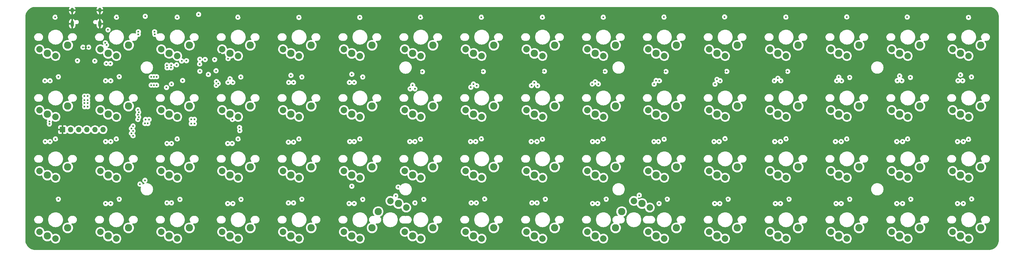
<source format=gbr>
%TF.GenerationSoftware,KiCad,Pcbnew,7.0.9*%
%TF.CreationDate,2024-03-08T04:18:56-05:00*%
%TF.ProjectId,HardLight,48617264-4c69-4676-9874-2e6b69636164,Mark 2 Rev F*%
%TF.SameCoordinates,Original*%
%TF.FileFunction,Copper,L3,Inr*%
%TF.FilePolarity,Positive*%
%FSLAX46Y46*%
G04 Gerber Fmt 4.6, Leading zero omitted, Abs format (unit mm)*
G04 Created by KiCad (PCBNEW 7.0.9) date 2024-03-08 04:18:56*
%MOMM*%
%LPD*%
G01*
G04 APERTURE LIST*
%TA.AperFunction,ComponentPad*%
%ADD10C,2.286000*%
%TD*%
%TA.AperFunction,ComponentPad*%
%ADD11C,2.032000*%
%TD*%
%TA.AperFunction,ComponentPad*%
%ADD12O,1.000000X1.600000*%
%TD*%
%TA.AperFunction,ComponentPad*%
%ADD13O,1.000000X2.100000*%
%TD*%
%TA.AperFunction,ComponentPad*%
%ADD14R,1.700000X1.700000*%
%TD*%
%TA.AperFunction,ComponentPad*%
%ADD15O,1.700000X1.700000*%
%TD*%
%TA.AperFunction,ViaPad*%
%ADD16C,0.600000*%
%TD*%
%TA.AperFunction,ViaPad*%
%ADD17C,0.800000*%
%TD*%
G04 APERTURE END LIST*
D10*
%TO.N,14*%
%TO.C,K2*%
X55403750Y-86042500D03*
D11*
X52943750Y-84762500D03*
D10*
%TO.N,Net-(D2-A)*%
X61753750Y-83502500D03*
D11*
X57943750Y-86862500D03*
%TD*%
D10*
%TO.N,13*%
%TO.C,K3*%
X74453750Y-86029800D03*
D11*
X71993750Y-84749800D03*
D10*
%TO.N,Net-(D3-A)*%
X80803750Y-83489800D03*
D11*
X76993750Y-86849800D03*
%TD*%
D10*
%TO.N,10*%
%TO.C,K6*%
X131603750Y-86042500D03*
D11*
X129143750Y-84762500D03*
D10*
%TO.N,Net-(D6-A)*%
X137953750Y-83502500D03*
D11*
X134143750Y-86862500D03*
%TD*%
D10*
%TO.N,9*%
%TO.C,K7*%
X150653750Y-86042500D03*
D11*
X148193750Y-84762500D03*
D10*
%TO.N,Net-(D7-A)*%
X157003750Y-83502500D03*
D11*
X153193750Y-86862500D03*
%TD*%
D10*
%TO.N,8*%
%TO.C,K8*%
X169703750Y-86042500D03*
D11*
X167243750Y-84762500D03*
D10*
%TO.N,Net-(D8-A)*%
X176053750Y-83502500D03*
D11*
X172243750Y-86862500D03*
%TD*%
D10*
%TO.N,7*%
%TO.C,K9*%
X188753750Y-86042500D03*
D11*
X186293750Y-84762500D03*
D10*
%TO.N,Net-(D9-A)*%
X195103750Y-83502500D03*
D11*
X191293750Y-86862500D03*
%TD*%
D10*
%TO.N,6*%
%TO.C,K10*%
X207803750Y-86042500D03*
D11*
X205343750Y-84762500D03*
D10*
%TO.N,Net-(D10-A)*%
X214153750Y-83502500D03*
D11*
X210343750Y-86862500D03*
%TD*%
D10*
%TO.N,5*%
%TO.C,K11*%
X226853750Y-86042500D03*
D11*
X224393750Y-84762500D03*
D10*
%TO.N,Net-(D11-A)*%
X233203750Y-83502500D03*
D11*
X229393750Y-86862500D03*
%TD*%
D10*
%TO.N,4*%
%TO.C,K12*%
X245903750Y-86042500D03*
D11*
X243443750Y-84762500D03*
D10*
%TO.N,Net-(D12-A)*%
X252253750Y-83502500D03*
D11*
X248443750Y-86862500D03*
%TD*%
D10*
%TO.N,3*%
%TO.C,K13*%
X264953750Y-86042500D03*
D11*
X262493750Y-84762500D03*
D10*
%TO.N,Net-(D13-A)*%
X271303750Y-83502500D03*
D11*
X267493750Y-86862500D03*
%TD*%
D10*
%TO.N,2*%
%TO.C,K14*%
X284003750Y-86042500D03*
D11*
X281543750Y-84762500D03*
D10*
%TO.N,Net-(D14-A)*%
X290353750Y-83502500D03*
D11*
X286543750Y-86862500D03*
%TD*%
D10*
%TO.N,1*%
%TO.C,K15*%
X303053750Y-86042500D03*
D11*
X300593750Y-84762500D03*
D10*
%TO.N,Net-(D15-A)*%
X309403750Y-83502500D03*
D11*
X305593750Y-86862500D03*
%TD*%
D10*
%TO.N,0*%
%TO.C,K16*%
X322103750Y-86042500D03*
D11*
X319643750Y-84762500D03*
D10*
%TO.N,Net-(D16-A)*%
X328453750Y-83502500D03*
D11*
X324643750Y-86862500D03*
%TD*%
D10*
%TO.N,15*%
%TO.C,K17*%
X36353750Y-105092500D03*
D11*
X33893750Y-103812500D03*
D10*
%TO.N,Net-(D17-A)*%
X42703750Y-102552500D03*
D11*
X38893750Y-105912500D03*
%TD*%
D10*
%TO.N,14*%
%TO.C,K18*%
X55403750Y-105092500D03*
D11*
X52943750Y-103812500D03*
D10*
%TO.N,Net-(D18-A)*%
X61753750Y-102552500D03*
D11*
X57943750Y-105912500D03*
%TD*%
D10*
%TO.N,13*%
%TO.C,K19*%
X74453750Y-105092500D03*
D11*
X71993750Y-103812500D03*
D10*
%TO.N,Net-(D19-A)*%
X80803750Y-102552500D03*
D11*
X76993750Y-105912500D03*
%TD*%
D10*
%TO.N,10*%
%TO.C,K22*%
X131603750Y-105092500D03*
D11*
X129143750Y-103812500D03*
D10*
%TO.N,Net-(D22-A)*%
X137953750Y-102552500D03*
D11*
X134143750Y-105912500D03*
%TD*%
D10*
%TO.N,9*%
%TO.C,K23*%
X150653750Y-105092500D03*
D11*
X148193750Y-103812500D03*
D10*
%TO.N,Net-(D23-A)*%
X157003750Y-102552500D03*
D11*
X153193750Y-105912500D03*
%TD*%
D10*
%TO.N,8*%
%TO.C,K24*%
X169703750Y-105092500D03*
D11*
X167243750Y-103812500D03*
D10*
%TO.N,Net-(D24-A)*%
X176053750Y-102552500D03*
D11*
X172243750Y-105912500D03*
%TD*%
D10*
%TO.N,7*%
%TO.C,K25*%
X188753750Y-105092500D03*
D11*
X186293750Y-103812500D03*
D10*
%TO.N,Net-(D25-A)*%
X195103750Y-102552500D03*
D11*
X191293750Y-105912500D03*
%TD*%
D10*
%TO.N,6*%
%TO.C,K26*%
X207803750Y-105092500D03*
D11*
X205343750Y-103812500D03*
D10*
%TO.N,Net-(D26-A)*%
X214153750Y-102552500D03*
D11*
X210343750Y-105912500D03*
%TD*%
D10*
%TO.N,5*%
%TO.C,K27*%
X226853750Y-105092500D03*
D11*
X224393750Y-103812500D03*
D10*
%TO.N,Net-(D27-A)*%
X233203750Y-102552500D03*
D11*
X229393750Y-105912500D03*
%TD*%
D10*
%TO.N,4*%
%TO.C,K28*%
X245903750Y-105092500D03*
D11*
X243443750Y-103812500D03*
D10*
%TO.N,Net-(D28-A)*%
X252253750Y-102552500D03*
D11*
X248443750Y-105912500D03*
%TD*%
D10*
%TO.N,3*%
%TO.C,K29*%
X264953750Y-105092500D03*
D11*
X262493750Y-103812500D03*
D10*
%TO.N,Net-(D29-A)*%
X271303750Y-102552500D03*
D11*
X267493750Y-105912500D03*
%TD*%
D10*
%TO.N,2*%
%TO.C,K30*%
X284003750Y-105092500D03*
D11*
X281543750Y-103812500D03*
D10*
%TO.N,Net-(D30-A)*%
X290353750Y-102552500D03*
D11*
X286543750Y-105912500D03*
%TD*%
D10*
%TO.N,1*%
%TO.C,K31*%
X303053750Y-105092500D03*
D11*
X300593750Y-103812500D03*
D10*
%TO.N,Net-(D31-A)*%
X309403750Y-102552500D03*
D11*
X305593750Y-105912500D03*
%TD*%
D10*
%TO.N,0*%
%TO.C,K32*%
X322103750Y-105092500D03*
D11*
X319643750Y-103812500D03*
D10*
%TO.N,Net-(D32-A)*%
X328453750Y-102552500D03*
D11*
X324643750Y-105912500D03*
%TD*%
D10*
%TO.N,15*%
%TO.C,K33*%
X36353750Y-124142500D03*
D11*
X33893750Y-122862500D03*
D10*
%TO.N,Net-(D33-A)*%
X42703750Y-121602500D03*
D11*
X38893750Y-124962500D03*
%TD*%
D10*
%TO.N,14*%
%TO.C,K34*%
X55403750Y-124142500D03*
D11*
X52943750Y-122862500D03*
D10*
%TO.N,Net-(D34-A)*%
X61753750Y-121602500D03*
D11*
X57943750Y-124962500D03*
%TD*%
D10*
%TO.N,13*%
%TO.C,K35*%
X74453750Y-124142500D03*
D11*
X71993750Y-122862500D03*
D10*
%TO.N,Net-(D35-A)*%
X80803750Y-121602500D03*
D11*
X76993750Y-124962500D03*
%TD*%
D10*
%TO.N,12*%
%TO.C,K36*%
X93503750Y-124142500D03*
D11*
X91043750Y-122862500D03*
D10*
%TO.N,Net-(D36-A)*%
X99853750Y-121602500D03*
D11*
X96043750Y-124962500D03*
%TD*%
D10*
%TO.N,11*%
%TO.C,K37*%
X112553750Y-124142500D03*
D11*
X110093750Y-122862500D03*
D10*
%TO.N,Net-(D37-A)*%
X118903750Y-121602500D03*
D11*
X115093750Y-124962500D03*
%TD*%
D10*
%TO.N,10*%
%TO.C,K38*%
X131603750Y-124142500D03*
D11*
X129143750Y-122862500D03*
D10*
%TO.N,Net-(D38-A)*%
X137953750Y-121602500D03*
D11*
X134143750Y-124962500D03*
%TD*%
D10*
%TO.N,9*%
%TO.C,K39*%
X150653750Y-124142500D03*
D11*
X148193750Y-122862500D03*
D10*
%TO.N,Net-(D39-A)*%
X157003750Y-121602500D03*
D11*
X153193750Y-124962500D03*
%TD*%
D10*
%TO.N,8*%
%TO.C,K40*%
X169703750Y-124142500D03*
D11*
X167243750Y-122862500D03*
D10*
%TO.N,Net-(D40-A)*%
X176053750Y-121602500D03*
D11*
X172243750Y-124962500D03*
%TD*%
D10*
%TO.N,7*%
%TO.C,K41*%
X188753750Y-124142500D03*
D11*
X186293750Y-122862500D03*
D10*
%TO.N,Net-(D41-A)*%
X195103750Y-121602500D03*
D11*
X191293750Y-124962500D03*
%TD*%
D10*
%TO.N,6*%
%TO.C,K42*%
X207803750Y-124142500D03*
D11*
X205343750Y-122862500D03*
D10*
%TO.N,Net-(D42-A)*%
X214153750Y-121602500D03*
D11*
X210343750Y-124962500D03*
%TD*%
D10*
%TO.N,5*%
%TO.C,K43*%
X226853750Y-124142500D03*
D11*
X224393750Y-122862500D03*
D10*
%TO.N,Net-(D43-A)*%
X233203750Y-121602500D03*
D11*
X229393750Y-124962500D03*
%TD*%
D10*
%TO.N,4*%
%TO.C,K44*%
X245903750Y-124142500D03*
D11*
X243443750Y-122862500D03*
D10*
%TO.N,Net-(D44-A)*%
X252253750Y-121602500D03*
D11*
X248443750Y-124962500D03*
%TD*%
D10*
%TO.N,3*%
%TO.C,K45*%
X264953750Y-124142500D03*
D11*
X262493750Y-122862500D03*
D10*
%TO.N,Net-(D45-A)*%
X271303750Y-121602500D03*
D11*
X267493750Y-124962500D03*
%TD*%
D10*
%TO.N,2*%
%TO.C,K46*%
X284003750Y-124142500D03*
D11*
X281543750Y-122862500D03*
D10*
%TO.N,Net-(D46-A)*%
X290353750Y-121602500D03*
D11*
X286543750Y-124962500D03*
%TD*%
D10*
%TO.N,1*%
%TO.C,K47*%
X303053750Y-124142500D03*
D11*
X300593750Y-122862500D03*
D10*
%TO.N,Net-(D47-A)*%
X309403750Y-121602500D03*
D11*
X305593750Y-124962500D03*
%TD*%
D10*
%TO.N,0*%
%TO.C,K48*%
X322103750Y-124142500D03*
D11*
X319643750Y-122862500D03*
D10*
%TO.N,Net-(D48-A)*%
X328453750Y-121602500D03*
D11*
X324643750Y-124962500D03*
%TD*%
D10*
%TO.N,15*%
%TO.C,K49*%
X36353750Y-143192500D03*
D11*
X33893750Y-141912500D03*
D10*
%TO.N,Net-(D49-A)*%
X42703750Y-140652500D03*
D11*
X38893750Y-144012500D03*
%TD*%
D10*
%TO.N,14*%
%TO.C,K50*%
X55403750Y-143192500D03*
D11*
X52943750Y-141912500D03*
D10*
%TO.N,Net-(D50-A)*%
X61753750Y-140652500D03*
D11*
X57943750Y-144012500D03*
%TD*%
D10*
%TO.N,13*%
%TO.C,K51*%
X74453750Y-143192500D03*
D11*
X71993750Y-141912500D03*
D10*
%TO.N,Net-(D51-A)*%
X80803750Y-140652500D03*
D11*
X76993750Y-144012500D03*
%TD*%
D10*
%TO.N,12*%
%TO.C,K52*%
X93503750Y-143192500D03*
D11*
X91043750Y-141912500D03*
D10*
%TO.N,Net-(D52-A)*%
X99853750Y-140652500D03*
D11*
X96043750Y-144012500D03*
%TD*%
D10*
%TO.N,11*%
%TO.C,K53*%
X112553750Y-143192500D03*
D11*
X110093750Y-141912500D03*
D10*
%TO.N,Net-(D53-A)*%
X118903750Y-140652500D03*
D11*
X115093750Y-144012500D03*
%TD*%
D10*
%TO.N,10*%
%TO.C,K54*%
X131603750Y-143192500D03*
D11*
X129143750Y-141912500D03*
D10*
%TO.N,Net-(D54-A)*%
X137953750Y-140652500D03*
D11*
X134143750Y-144012500D03*
%TD*%
D10*
%TO.N,9*%
%TO.C,K55*%
X150653750Y-143192500D03*
D11*
X148193750Y-141912500D03*
D10*
%TO.N,Net-(D55-A)*%
X157003750Y-140652500D03*
D11*
X153193750Y-144012500D03*
%TD*%
D10*
%TO.N,8*%
%TO.C,K56*%
X169703750Y-143192500D03*
D11*
X167243750Y-141912500D03*
D10*
%TO.N,Net-(D56-A)*%
X176053750Y-140652500D03*
D11*
X172243750Y-144012500D03*
%TD*%
D10*
%TO.N,7*%
%TO.C,K57*%
X188753750Y-143192500D03*
D11*
X186293750Y-141912500D03*
D10*
%TO.N,Net-(D57-A)*%
X195103750Y-140652500D03*
D11*
X191293750Y-144012500D03*
%TD*%
D10*
%TO.N,6*%
%TO.C,K58*%
X207803750Y-143192500D03*
D11*
X205343750Y-141912500D03*
D10*
%TO.N,Net-(D58-A)*%
X214153750Y-140652500D03*
D11*
X210343750Y-144012500D03*
%TD*%
D10*
%TO.N,5*%
%TO.C,K59*%
X226853750Y-143192500D03*
D11*
X224393750Y-141912500D03*
D10*
%TO.N,Net-(D59-A)*%
X233203750Y-140652500D03*
D11*
X229393750Y-144012500D03*
%TD*%
D10*
%TO.N,4*%
%TO.C,K60*%
X245903750Y-143192500D03*
D11*
X243443750Y-141912500D03*
D10*
%TO.N,Net-(D60-A)*%
X252253750Y-140652500D03*
D11*
X248443750Y-144012500D03*
%TD*%
D10*
%TO.N,3*%
%TO.C,K61*%
X264953750Y-143192500D03*
D11*
X262493750Y-141912500D03*
D10*
%TO.N,Net-(D61-A)*%
X271303750Y-140652500D03*
D11*
X267493750Y-144012500D03*
%TD*%
D10*
%TO.N,2*%
%TO.C,K62*%
X284003750Y-143192500D03*
D11*
X281543750Y-141912500D03*
D10*
%TO.N,Net-(D62-A)*%
X290353750Y-140652500D03*
D11*
X286543750Y-144012500D03*
%TD*%
D10*
%TO.N,1*%
%TO.C,K63*%
X303053750Y-143192500D03*
D11*
X300593750Y-141912500D03*
D10*
%TO.N,Net-(D63-A)*%
X309403750Y-140652500D03*
D11*
X305593750Y-144012500D03*
%TD*%
D10*
%TO.N,0*%
%TO.C,K64*%
X322103750Y-143192500D03*
D11*
X319643750Y-141912500D03*
D10*
%TO.N,Net-(D64-A)*%
X328453750Y-140652500D03*
D11*
X324643750Y-144012500D03*
%TD*%
D10*
%TO.N,15*%
%TO.C,K1*%
X36353750Y-86042500D03*
D11*
X33893750Y-84762500D03*
D10*
%TO.N,Net-(D1-A)*%
X42703750Y-83502500D03*
D11*
X38893750Y-86862500D03*
%TD*%
D10*
%TO.N,12*%
%TO.C,K4*%
X93503750Y-86042500D03*
D11*
X91043750Y-84762500D03*
D10*
%TO.N,Net-(D4-A)*%
X99853750Y-83502500D03*
D11*
X96043750Y-86862500D03*
%TD*%
D10*
%TO.N,11*%
%TO.C,K5*%
X112553750Y-86042500D03*
D11*
X110093750Y-84762500D03*
D10*
%TO.N,Net-(D5-A)*%
X118903750Y-83502500D03*
D11*
X115093750Y-86862500D03*
%TD*%
D10*
%TO.N,11*%
%TO.C,K21*%
X112553750Y-105092500D03*
D11*
X110093750Y-103812500D03*
D10*
%TO.N,Net-(D21-A)*%
X118903750Y-102552500D03*
D11*
X115093750Y-105912500D03*
%TD*%
D10*
%TO.N,12*%
%TO.C,K20*%
X93503750Y-105092500D03*
D11*
X91043750Y-103812500D03*
D10*
%TO.N,Net-(D20-A)*%
X99853750Y-102552500D03*
D11*
X96043750Y-105912500D03*
%TD*%
D10*
%TO.N,10*%
%TO.C,K54.1*%
X146208750Y-133032500D03*
D11*
X148668750Y-134312500D03*
D10*
%TO.N,Net-(D54-A)*%
X139858750Y-135572500D03*
D11*
X143668750Y-132212500D03*
%TD*%
D10*
%TO.N,6*%
%TO.C,K58.1*%
X222408750Y-133032500D03*
D11*
X224868750Y-134312500D03*
D10*
%TO.N,Net-(D58-A)*%
X216058750Y-135572500D03*
D11*
X219868750Y-132212500D03*
%TD*%
D12*
%TO.N,GND*%
%TO.C,J0*%
X44098750Y-72587500D03*
D13*
X44098750Y-76767500D03*
D12*
X52738750Y-72587500D03*
D13*
X52738750Y-76767500D03*
%TD*%
D14*
%TO.N,GND*%
%TO.C,J2*%
X41078750Y-109923500D03*
D15*
%TO.N,22*%
X43618750Y-109923500D03*
%TO.N,21*%
X46158750Y-109923500D03*
%TO.N,20*%
X48698750Y-109923500D03*
%TO.N,19*%
X51238750Y-109923500D03*
%TO.N,18*%
X53778750Y-109923500D03*
%TD*%
D16*
%TO.N,GND*%
X49968750Y-86637500D03*
X39668750Y-74387500D03*
X49968750Y-100637500D03*
X39768750Y-112487500D03*
X192168750Y-74387500D03*
X154018750Y-112537500D03*
X287418750Y-112487500D03*
X49968750Y-87737500D03*
X46968750Y-101737500D03*
D17*
X190918750Y-91587500D03*
D16*
X86868750Y-74837500D03*
D17*
X84268750Y-97912500D03*
D16*
X135018750Y-112487500D03*
X96868750Y-74387500D03*
X267518750Y-132037500D03*
X306468750Y-112487500D03*
D17*
X89498750Y-97887500D03*
D16*
X96918750Y-112487500D03*
X287418750Y-74287500D03*
X324668750Y-131987500D03*
X86518750Y-90487500D03*
X230268750Y-112537500D03*
X249318750Y-112387500D03*
X211218750Y-112487500D03*
X46968750Y-86637500D03*
D17*
X90168750Y-111337500D03*
D16*
X286518750Y-93787500D03*
D17*
X86768750Y-100437500D03*
D16*
X154018750Y-74387500D03*
X57918750Y-93687500D03*
D17*
X45368750Y-82337500D03*
X48368750Y-84137500D03*
X65968750Y-73862500D03*
D16*
X49968750Y-88837500D03*
X49968750Y-101737500D03*
D17*
X86868750Y-83037500D03*
D16*
X192168750Y-112537500D03*
D17*
X267018750Y-91687500D03*
D16*
X57918750Y-132037500D03*
X173068750Y-112437500D03*
X135018750Y-74437500D03*
X58818750Y-112487500D03*
X153218750Y-132087500D03*
D17*
X94203250Y-91637500D03*
X66428750Y-111337500D03*
D16*
X49968750Y-102837500D03*
X305518750Y-93787500D03*
X115068750Y-93787500D03*
X134118750Y-132087500D03*
X305618750Y-132037500D03*
X249318750Y-74287500D03*
X191268750Y-132037500D03*
X134118750Y-93787500D03*
D17*
X171768750Y-91687500D03*
X152718750Y-91787500D03*
D16*
X230218750Y-74337500D03*
X210318750Y-132037500D03*
X306468750Y-74337500D03*
D17*
X78518750Y-91837000D03*
D16*
X115068750Y-132037500D03*
D17*
X102518750Y-111437500D03*
D16*
X46968750Y-102837500D03*
X115968750Y-74437500D03*
X38868750Y-93737500D03*
D17*
X209868750Y-91687500D03*
D16*
X58868750Y-74387500D03*
X48468750Y-92337500D03*
X77868750Y-112487500D03*
X115968750Y-112487500D03*
X38868750Y-132037500D03*
D17*
X83693000Y-83137500D03*
X76268750Y-96487500D03*
D16*
X86868750Y-76237500D03*
X76918750Y-132087500D03*
X229418750Y-132037500D03*
X173068750Y-74387500D03*
X286518750Y-132037500D03*
X86868750Y-77637500D03*
X248468750Y-132037500D03*
X96018750Y-132087500D03*
X46968750Y-87737500D03*
X46968750Y-88837500D03*
X325518750Y-74437500D03*
D17*
X247989250Y-91687500D03*
D16*
X325518750Y-112587500D03*
X268418750Y-74387500D03*
D17*
X80868750Y-86637500D03*
D16*
X268418750Y-112437500D03*
X77868750Y-74387500D03*
X172268750Y-131987500D03*
D17*
X90394290Y-86298816D03*
D16*
X46968750Y-100637500D03*
X211218750Y-74387500D03*
D17*
X228918750Y-91737500D03*
D16*
X324618750Y-93787500D03*
X95968750Y-93787500D03*
%TO.N,~{RESET}*%
X94268750Y-106747500D03*
X96458750Y-109227500D03*
%TO.N,DB+*%
X69868750Y-79287500D03*
X49268750Y-84137500D03*
X64818750Y-79287500D03*
X54468750Y-82737500D03*
%TO.N,DB-*%
X69968750Y-80087500D03*
X47468750Y-84137500D03*
X64768750Y-80087500D03*
X54868750Y-83437500D03*
%TO.N,0*%
X322093750Y-92762500D03*
%TO.N,1*%
X303053750Y-93112500D03*
%TO.N,2*%
X284003750Y-93487500D03*
%TO.N,3*%
X264953750Y-93837500D03*
%TO.N,4*%
X245903750Y-94187500D03*
%TO.N,5*%
X226853750Y-94537500D03*
%TO.N,6*%
X207803750Y-94937500D03*
%TO.N,7*%
X188753750Y-95287500D03*
%TO.N,8*%
X169703750Y-95637500D03*
%TO.N,9*%
X150653750Y-95987500D03*
%TO.N,10*%
X146118750Y-127887500D03*
X131618750Y-127637500D03*
X131603750Y-92587500D03*
%TO.N,11*%
X112553750Y-92937500D03*
%TO.N,12*%
X93503750Y-93987500D03*
%TO.N,13*%
X89248750Y-94857500D03*
%TO.N,14*%
X75118750Y-89737997D03*
X89818750Y-95487500D03*
X73768750Y-89710389D03*
%TO.N,15*%
X56068750Y-89237500D03*
X89199718Y-96072857D03*
X54768750Y-89227500D03*
X73818750Y-90587500D03*
X75061000Y-90545250D03*
%TO.N,18*%
X64674750Y-106743500D03*
X63150750Y-108775500D03*
X36968750Y-107337500D03*
%TO.N,19*%
X36968750Y-108137500D03*
X62642750Y-109537500D03*
X64928750Y-105981500D03*
%TO.N,20*%
X63150750Y-110299500D03*
X64674750Y-105219500D03*
%TO.N,23*%
X70525000Y-93356250D03*
X70525000Y-95981250D03*
X67768750Y-107987500D03*
X65318750Y-126987500D03*
X68173775Y-106737500D03*
X66868750Y-125787500D03*
%TO.N,24*%
X67068750Y-106737500D03*
X66868750Y-107987500D03*
X69681250Y-93356250D03*
X69681250Y-95981250D03*
%TO.N,26{slash}A0*%
X51168750Y-88437500D03*
X45768750Y-88337500D03*
X78368750Y-88437500D03*
X79868750Y-88337500D03*
X83993750Y-89387500D03*
X92880971Y-87699721D03*
X76768750Y-89637500D03*
%TO.N,27{slash}A1*%
X55318750Y-78687500D03*
%TO.N,+3V3*%
X229918750Y-91737500D03*
X84058750Y-87887500D03*
X47968750Y-102737500D03*
X306418750Y-93587500D03*
X115068750Y-74787500D03*
X248418750Y-112737500D03*
X39768750Y-93387500D03*
X287418750Y-131687500D03*
X76968750Y-74737500D03*
X286518750Y-74637500D03*
X153118750Y-112887500D03*
X135018750Y-93437500D03*
X47968750Y-100637500D03*
X154118750Y-131737500D03*
X96918750Y-131737500D03*
X77818750Y-131737500D03*
X210868750Y-91687500D03*
X38768750Y-74737500D03*
X248268750Y-74637500D03*
X248959250Y-91687500D03*
X48968750Y-102737500D03*
X268418750Y-131687500D03*
X58818750Y-131687500D03*
X134118750Y-112837500D03*
X85728750Y-87967500D03*
X83668750Y-73837500D03*
X48968750Y-99437500D03*
X306518750Y-131687500D03*
X66968750Y-74437500D03*
X96868750Y-93437500D03*
X172168750Y-112787500D03*
X153118750Y-74737500D03*
X325568750Y-131637500D03*
X76968750Y-112837500D03*
X38868750Y-112837500D03*
X48968750Y-101637500D03*
X115968750Y-131687500D03*
X325518750Y-93437500D03*
X57968750Y-74737500D03*
X192168750Y-131687500D03*
X39768750Y-131687500D03*
X95968750Y-74737500D03*
X324618750Y-112937500D03*
X135018750Y-131737500D03*
X58818750Y-93337500D03*
X229368750Y-112887500D03*
X172168750Y-74737500D03*
X96558750Y-110227500D03*
X287418750Y-93587500D03*
X57918750Y-112837500D03*
X229318750Y-74687500D03*
X324618750Y-74787500D03*
X89138750Y-91487500D03*
X48968750Y-100637500D03*
X305568750Y-112837500D03*
X249368750Y-131687500D03*
X230318750Y-131687500D03*
X96018750Y-112837500D03*
X134118750Y-74787500D03*
X286518750Y-112837500D03*
X88668750Y-87987500D03*
X267468750Y-74687500D03*
X47968750Y-101637500D03*
X210318750Y-74737500D03*
X115068750Y-112837500D03*
X210318750Y-112837500D03*
X211218750Y-131687500D03*
X173168750Y-131637500D03*
X305418750Y-74687500D03*
X267518750Y-112787500D03*
X78668750Y-94537500D03*
X172768750Y-91737500D03*
X191868750Y-91637500D03*
X153718750Y-91787500D03*
X84068750Y-91637500D03*
X191268750Y-112887500D03*
X86718750Y-92637500D03*
X115968750Y-93437500D03*
X268018750Y-91687500D03*
X47968750Y-99437500D03*
X191268750Y-74737500D03*
%TO.N,25*%
X68837500Y-95981250D03*
X68837500Y-93356250D03*
%TO.N,17*%
X81368750Y-108037500D03*
X81368750Y-106687500D03*
%TO.N,16*%
X82358750Y-108027500D03*
X82368750Y-106687500D03*
%TO.N,21*%
X62642750Y-111061500D03*
X64928750Y-104457500D03*
%TO.N,22*%
X63155274Y-111823500D03*
X64674750Y-103695500D03*
%TO.N,Net-(LD17-DOUT)*%
X37168750Y-94637500D03*
X35568750Y-94637500D03*
X37168750Y-113637500D03*
X35668750Y-113637500D03*
%TO.N,Net-(LD17-DIN)*%
X54568750Y-94637500D03*
X56168750Y-94637500D03*
%TO.N,Net-(LD18-DIN)*%
X75168750Y-95637500D03*
X73618750Y-96731250D03*
%TO.N,Net-(LD19-DIN)*%
X92868750Y-95137500D03*
X94368750Y-95137500D03*
%TO.N,Net-(LD20-DIN)*%
X111868750Y-95137500D03*
X113368750Y-95137500D03*
%TO.N,Net-(LD21-DIN)*%
X130868750Y-95137500D03*
X132368750Y-95137500D03*
%TO.N,Net-(LD22-DIN)*%
X151368750Y-97137500D03*
X149868750Y-97137500D03*
%TO.N,Net-(LD23-DIN)*%
X168868750Y-96637500D03*
X170694881Y-96195456D03*
%TO.N,Net-(LD24-DIN)*%
X187868750Y-96137500D03*
X189738467Y-96174724D03*
%TO.N,Net-(LD25-DIN)*%
X208769248Y-95637500D03*
X206868750Y-95637500D03*
%TO.N,Net-(LD26-DIN)*%
X226229250Y-95687500D03*
X227868750Y-94637500D03*
%TO.N,Net-(LD27-DIN)*%
X246868750Y-94637500D03*
X245279250Y-95687500D03*
%TO.N,Net-(LD28-DIN)*%
X265868750Y-94637500D03*
X263868750Y-94637500D03*
%TO.N,Net-(LD29-DIN)*%
X284868750Y-94637500D03*
X283368750Y-94637500D03*
%TO.N,Net-(LD30-DIN)*%
X302318750Y-94587500D03*
X303718750Y-94587500D03*
%TO.N,Net-(LD31-DIN)*%
X321318750Y-94587500D03*
X322768750Y-94587500D03*
%TO.N,Net-(LD33-DOUT)*%
X56168750Y-113637500D03*
X54568750Y-113637500D03*
%TO.N,Net-(LD34-DOUT)*%
X73768750Y-114237500D03*
X75168750Y-114237500D03*
%TO.N,Net-(LD35-DOUT)*%
X92768750Y-114237500D03*
X94168750Y-114237500D03*
%TO.N,Net-(LD36-DOUT)*%
X111768750Y-113837500D03*
X113368750Y-113837500D03*
%TO.N,Net-(LD37-DOUT)*%
X130968750Y-113637500D03*
X132368750Y-113637500D03*
%TO.N,Net-(LD38-DOUT)*%
X151368750Y-113637500D03*
X149768750Y-113637500D03*
%TO.N,Net-(LD39-DOUT)*%
X168768750Y-113637500D03*
X170368750Y-113637500D03*
%TO.N,Net-(LD40-DOUT)*%
X189568750Y-113637500D03*
X187768750Y-113637500D03*
%TO.N,Net-(LD41-DOUT)*%
X208568750Y-113637500D03*
X206968750Y-113637500D03*
%TO.N,Net-(LD42-DOUT)*%
X227568750Y-113637500D03*
X226168750Y-113637500D03*
%TO.N,Net-(LD43-DOUT)*%
X246568750Y-113637500D03*
X244968750Y-113637500D03*
%TO.N,Net-(LD44-DOUT)*%
X263968750Y-113637500D03*
X265768750Y-113637500D03*
%TO.N,Net-(LD45-DOUT)*%
X284768750Y-113637500D03*
X282968750Y-113637500D03*
%TO.N,Net-(LD46-DOUT)*%
X302168750Y-113637500D03*
X303968750Y-113637500D03*
%TO.N,Net-(LD47-DOUT)*%
X321168750Y-113637500D03*
X322968750Y-113637500D03*
%TO.N,Net-(LD49-DIN)*%
X56168750Y-133037500D03*
X54568750Y-133037500D03*
%TO.N,Net-(LD50-DIN)*%
X73768750Y-132837500D03*
X75168750Y-132837500D03*
%TO.N,Net-(LD51-DIN)*%
X94368750Y-133037500D03*
X92768750Y-133037500D03*
%TO.N,Net-(LD52-DIN)*%
X111768750Y-132837500D03*
X113368750Y-132837500D03*
%TO.N,Net-(LD53-DIN)*%
X132368750Y-133037500D03*
X130768750Y-133037500D03*
%TO.N,Net-(LD54-DIN)*%
X151368750Y-132837500D03*
X145368750Y-130637500D03*
%TO.N,Net-(LD55-DIN)*%
X168968750Y-132837500D03*
X170568750Y-132837500D03*
%TO.N,Net-(LD56-DIN)*%
X189568750Y-132837500D03*
X187968750Y-132837500D03*
%TO.N,Net-(LD57-DIN)*%
X208568750Y-133037500D03*
X206968750Y-133037500D03*
%TO.N,Net-(LD58-DIN)*%
X227768750Y-133037500D03*
X221568750Y-130437500D03*
%TO.N,Net-(LD59-DIN)*%
X245168750Y-133037500D03*
X246768750Y-133037500D03*
%TO.N,Net-(LD60-DIN)*%
X264168750Y-133037500D03*
X265768750Y-133037500D03*
%TO.N,Net-(LD61-DIN)*%
X284768750Y-133037500D03*
X283168750Y-133037500D03*
%TO.N,Net-(LD62-DIN)*%
X302168750Y-133037500D03*
X303968750Y-133037500D03*
%TO.N,Net-(LD63-DIN)*%
X321168750Y-133037500D03*
X322968750Y-133037500D03*
%TD*%
%TA.AperFunction,Conductor*%
%TO.N,GND*%
G36*
X43232090Y-71533002D02*
G01*
X43278583Y-71586658D01*
X43288687Y-71656932D01*
X43261370Y-71718932D01*
X43256573Y-71724776D01*
X43162975Y-71899885D01*
X43162969Y-71899900D01*
X43105335Y-72089893D01*
X43105333Y-72089905D01*
X43090750Y-72237973D01*
X43090750Y-72333500D01*
X43798750Y-72333500D01*
X43798750Y-72841500D01*
X43090750Y-72841500D01*
X43090750Y-72937026D01*
X43105333Y-73085094D01*
X43105335Y-73085106D01*
X43162969Y-73275099D01*
X43162975Y-73275114D01*
X43256574Y-73450224D01*
X43382538Y-73603711D01*
X43536025Y-73729675D01*
X43711138Y-73823275D01*
X43844750Y-73863805D01*
X43844750Y-73047150D01*
X43873207Y-73093110D01*
X43962712Y-73160701D01*
X44070590Y-73191395D01*
X44182271Y-73181046D01*
X44282672Y-73131052D01*
X44352750Y-73054181D01*
X44352750Y-73863805D01*
X44486361Y-73823275D01*
X44661474Y-73729675D01*
X44814961Y-73603711D01*
X44940925Y-73450224D01*
X45034524Y-73275114D01*
X45034530Y-73275099D01*
X45092164Y-73085106D01*
X45092166Y-73085094D01*
X45106749Y-72937026D01*
X45106750Y-72937008D01*
X45106750Y-72841500D01*
X44398750Y-72841500D01*
X44398750Y-72333500D01*
X45106750Y-72333500D01*
X45106750Y-72237991D01*
X45106749Y-72237973D01*
X45092166Y-72089905D01*
X45092164Y-72089893D01*
X45034530Y-71899900D01*
X45034524Y-71899885D01*
X44940926Y-71724776D01*
X44936130Y-71718932D01*
X44908378Y-71653584D01*
X44920361Y-71583606D01*
X44968275Y-71531215D01*
X45033531Y-71513000D01*
X51803969Y-71513000D01*
X51872090Y-71533002D01*
X51918583Y-71586658D01*
X51928687Y-71656932D01*
X51901370Y-71718932D01*
X51896573Y-71724776D01*
X51802975Y-71899885D01*
X51802969Y-71899900D01*
X51745335Y-72089893D01*
X51745333Y-72089905D01*
X51730750Y-72237973D01*
X51730750Y-72333500D01*
X52438750Y-72333500D01*
X52438750Y-72841500D01*
X51730750Y-72841500D01*
X51730750Y-72937026D01*
X51745333Y-73085094D01*
X51745335Y-73085106D01*
X51802969Y-73275099D01*
X51802975Y-73275114D01*
X51896574Y-73450224D01*
X52022538Y-73603711D01*
X52176025Y-73729675D01*
X52351138Y-73823275D01*
X52484750Y-73863805D01*
X52484750Y-73047150D01*
X52513207Y-73093110D01*
X52602712Y-73160701D01*
X52710590Y-73191395D01*
X52822271Y-73181046D01*
X52922672Y-73131052D01*
X52992750Y-73054181D01*
X52992750Y-73863805D01*
X53126361Y-73823275D01*
X53301474Y-73729675D01*
X53454961Y-73603711D01*
X53580925Y-73450224D01*
X53674524Y-73275114D01*
X53674530Y-73275099D01*
X53732164Y-73085106D01*
X53732166Y-73085094D01*
X53746749Y-72937026D01*
X53746750Y-72937008D01*
X53746750Y-72841500D01*
X53038750Y-72841500D01*
X53038750Y-72333500D01*
X53746750Y-72333500D01*
X53746750Y-72237991D01*
X53746749Y-72237973D01*
X53732166Y-72089905D01*
X53732164Y-72089893D01*
X53674530Y-71899900D01*
X53674524Y-71899885D01*
X53580926Y-71724776D01*
X53576130Y-71718932D01*
X53548378Y-71653584D01*
X53560361Y-71583606D01*
X53608275Y-71531215D01*
X53673531Y-71513000D01*
X330992103Y-71513000D01*
X330995378Y-71513085D01*
X331314456Y-71529812D01*
X331320972Y-71530497D01*
X331634906Y-71580224D01*
X331641347Y-71581592D01*
X331948343Y-71663856D01*
X331954613Y-71665894D01*
X332251334Y-71779798D01*
X332257352Y-71782477D01*
X332540547Y-71926777D01*
X332546225Y-71930055D01*
X332792368Y-72089905D01*
X332812791Y-72103168D01*
X332818129Y-72107047D01*
X333065122Y-72307061D01*
X333070026Y-72311476D01*
X333294755Y-72536209D01*
X333299171Y-72541113D01*
X333499180Y-72788107D01*
X333503059Y-72793446D01*
X333596288Y-72937008D01*
X333676143Y-73059976D01*
X333676156Y-73059995D01*
X333679455Y-73065710D01*
X333823739Y-73348889D01*
X333826423Y-73354917D01*
X333896379Y-73537160D01*
X333937500Y-73644284D01*
X333940317Y-73651621D01*
X333942356Y-73657897D01*
X334024614Y-73964892D01*
X334025986Y-73971347D01*
X334075704Y-74285259D01*
X334076394Y-74291822D01*
X334079170Y-74344781D01*
X334093164Y-74611828D01*
X334093250Y-74615094D01*
X334093250Y-144460856D01*
X334093164Y-144464128D01*
X334082452Y-144668546D01*
X334076444Y-144783182D01*
X334075754Y-144789745D01*
X334026035Y-145103662D01*
X334024663Y-145110117D01*
X333942403Y-145417117D01*
X333940364Y-145423392D01*
X333826469Y-145720104D01*
X333823785Y-145726132D01*
X333679498Y-146009314D01*
X333676199Y-146015029D01*
X333503099Y-146281582D01*
X333499220Y-146286921D01*
X333299208Y-146533920D01*
X333294792Y-146538824D01*
X333070059Y-146763560D01*
X333065155Y-146767975D01*
X332818162Y-146967989D01*
X332812824Y-146971868D01*
X332546269Y-147144976D01*
X332540554Y-147148275D01*
X332257382Y-147292562D01*
X332251354Y-147295246D01*
X331954630Y-147409152D01*
X331948354Y-147411191D01*
X331641363Y-147493454D01*
X331634908Y-147494826D01*
X331321001Y-147544549D01*
X331314438Y-147545238D01*
X331126816Y-147555074D01*
X330996331Y-147561914D01*
X330993057Y-147562000D01*
X32545394Y-147562000D01*
X32542121Y-147561914D01*
X32296584Y-147549046D01*
X32223069Y-147545194D01*
X32216506Y-147544504D01*
X31902590Y-147494784D01*
X31896136Y-147493412D01*
X31589141Y-147411154D01*
X31582865Y-147409115D01*
X31286155Y-147295218D01*
X31280127Y-147292534D01*
X30996941Y-147148244D01*
X30991226Y-147144944D01*
X30755836Y-146992080D01*
X30724675Y-146971844D01*
X30719350Y-146967975D01*
X30472333Y-146767945D01*
X30467443Y-146763540D01*
X30242709Y-146538806D01*
X30238305Y-146533917D01*
X30038272Y-146286896D01*
X30034404Y-146281572D01*
X29861305Y-146015023D01*
X29858005Y-146009308D01*
X29713715Y-145726122D01*
X29711031Y-145720094D01*
X29597130Y-145423373D01*
X29595095Y-145417108D01*
X29512837Y-145110113D01*
X29511465Y-145103659D01*
X29461745Y-144789743D01*
X29461056Y-144783194D01*
X29444335Y-144464128D01*
X29444250Y-144460856D01*
X29444250Y-141912500D01*
X32364536Y-141912500D01*
X32383363Y-142151721D01*
X32439380Y-142385051D01*
X32487869Y-142502113D01*
X32531210Y-142606749D01*
X32656590Y-142811349D01*
X32812432Y-142993818D01*
X32994901Y-143149660D01*
X33199501Y-143275040D01*
X33421197Y-143366869D01*
X33654528Y-143422887D01*
X33893750Y-143441714D01*
X34132972Y-143422887D01*
X34366303Y-143366869D01*
X34539768Y-143295017D01*
X34610355Y-143287429D01*
X34673842Y-143319208D01*
X34710069Y-143380266D01*
X34713594Y-143401539D01*
X34717538Y-143451643D01*
X34717539Y-143451650D01*
X34738737Y-143539947D01*
X34778222Y-143704418D01*
X34877701Y-143944582D01*
X35013528Y-144166230D01*
X35013529Y-144166232D01*
X35182351Y-144363898D01*
X35373232Y-144526925D01*
X35380021Y-144532723D01*
X35601666Y-144668548D01*
X35841830Y-144768027D01*
X36094600Y-144828711D01*
X36353750Y-144849107D01*
X36612900Y-144828711D01*
X36865670Y-144768027D01*
X37105834Y-144668548D01*
X37306688Y-144545463D01*
X37375220Y-144526925D01*
X37442897Y-144548381D01*
X37488230Y-144603020D01*
X37488931Y-144604678D01*
X37531210Y-144706749D01*
X37656590Y-144911349D01*
X37812432Y-145093818D01*
X37994901Y-145249660D01*
X38199501Y-145375040D01*
X38421197Y-145466869D01*
X38654528Y-145522887D01*
X38893750Y-145541714D01*
X39132972Y-145522887D01*
X39366303Y-145466869D01*
X39587999Y-145375040D01*
X39792599Y-145249660D01*
X39975068Y-145093818D01*
X40130910Y-144911349D01*
X40256290Y-144706749D01*
X40348119Y-144485053D01*
X40404137Y-144251722D01*
X40422964Y-144012500D01*
X40404137Y-143773278D01*
X40348119Y-143539947D01*
X40256290Y-143318251D01*
X40130910Y-143113651D01*
X39975068Y-142931182D01*
X39792599Y-142775340D01*
X39587999Y-142649960D01*
X39366303Y-142558131D01*
X39366301Y-142558130D01*
X39206686Y-142519810D01*
X39132972Y-142502113D01*
X38893750Y-142483286D01*
X38654528Y-142502113D01*
X38421198Y-142558130D01*
X38199502Y-142649959D01*
X38149534Y-142680580D01*
X38104416Y-142708229D01*
X38099654Y-142711147D01*
X38031120Y-142729685D01*
X37963444Y-142708229D01*
X37918111Y-142653589D01*
X37917440Y-142652003D01*
X37829798Y-142440416D01*
X37693973Y-142218771D01*
X37636708Y-142151722D01*
X37525148Y-142021101D01*
X37327482Y-141852279D01*
X37327480Y-141852278D01*
X37327479Y-141852277D01*
X37105834Y-141716452D01*
X36989496Y-141668263D01*
X36865668Y-141616972D01*
X36692754Y-141575460D01*
X36612900Y-141556289D01*
X36353750Y-141535893D01*
X36094600Y-141556289D01*
X35841831Y-141616972D01*
X35601662Y-141716453D01*
X35586371Y-141725824D01*
X35517838Y-141744361D01*
X35450161Y-141722903D01*
X35404829Y-141668263D01*
X35398024Y-141647817D01*
X35348119Y-141439947D01*
X35256290Y-141218251D01*
X35130910Y-141013651D01*
X34975068Y-140831182D01*
X34792599Y-140675340D01*
X34755328Y-140652500D01*
X41047143Y-140652500D01*
X41067539Y-140911649D01*
X41128222Y-141164418D01*
X41128223Y-141164420D01*
X41227702Y-141404584D01*
X41357854Y-141616972D01*
X41363528Y-141626230D01*
X41363529Y-141626232D01*
X41532351Y-141823898D01*
X41730017Y-141992720D01*
X41730021Y-141992723D01*
X41951666Y-142128548D01*
X42191830Y-142228027D01*
X42444600Y-142288711D01*
X42703750Y-142309107D01*
X42962900Y-142288711D01*
X43215670Y-142228027D01*
X43455834Y-142128548D01*
X43677479Y-141992723D01*
X43771408Y-141912500D01*
X51414536Y-141912500D01*
X51433363Y-142151721D01*
X51489380Y-142385051D01*
X51537869Y-142502113D01*
X51581210Y-142606749D01*
X51706590Y-142811349D01*
X51862432Y-142993818D01*
X52044901Y-143149660D01*
X52249501Y-143275040D01*
X52471197Y-143366869D01*
X52704528Y-143422887D01*
X52943750Y-143441714D01*
X53182972Y-143422887D01*
X53416303Y-143366869D01*
X53589768Y-143295017D01*
X53660355Y-143287429D01*
X53723842Y-143319208D01*
X53760069Y-143380266D01*
X53763594Y-143401539D01*
X53767538Y-143451643D01*
X53767539Y-143451650D01*
X53788737Y-143539947D01*
X53828222Y-143704418D01*
X53927701Y-143944582D01*
X54063528Y-144166230D01*
X54063529Y-144166232D01*
X54232351Y-144363898D01*
X54423232Y-144526925D01*
X54430021Y-144532723D01*
X54651666Y-144668548D01*
X54891830Y-144768027D01*
X55144600Y-144828711D01*
X55403750Y-144849107D01*
X55662900Y-144828711D01*
X55915670Y-144768027D01*
X56155834Y-144668548D01*
X56356688Y-144545463D01*
X56425220Y-144526925D01*
X56492897Y-144548381D01*
X56538230Y-144603020D01*
X56538931Y-144604678D01*
X56581210Y-144706749D01*
X56706590Y-144911349D01*
X56862432Y-145093818D01*
X57044901Y-145249660D01*
X57249501Y-145375040D01*
X57471197Y-145466869D01*
X57704528Y-145522887D01*
X57943750Y-145541714D01*
X58182972Y-145522887D01*
X58416303Y-145466869D01*
X58637999Y-145375040D01*
X58842599Y-145249660D01*
X59025068Y-145093818D01*
X59180910Y-144911349D01*
X59306290Y-144706749D01*
X59398119Y-144485053D01*
X59454137Y-144251722D01*
X59472964Y-144012500D01*
X59454137Y-143773278D01*
X59398119Y-143539947D01*
X59306290Y-143318251D01*
X59180910Y-143113651D01*
X59025068Y-142931182D01*
X58842599Y-142775340D01*
X58637999Y-142649960D01*
X58416303Y-142558131D01*
X58416301Y-142558130D01*
X58256686Y-142519810D01*
X58182972Y-142502113D01*
X57943750Y-142483286D01*
X57704528Y-142502113D01*
X57471198Y-142558130D01*
X57249502Y-142649959D01*
X57199534Y-142680580D01*
X57154416Y-142708229D01*
X57149654Y-142711147D01*
X57081120Y-142729685D01*
X57013444Y-142708229D01*
X56968111Y-142653589D01*
X56967440Y-142652003D01*
X56879798Y-142440416D01*
X56743973Y-142218771D01*
X56686708Y-142151722D01*
X56575148Y-142021101D01*
X56377482Y-141852279D01*
X56377480Y-141852278D01*
X56377479Y-141852277D01*
X56155834Y-141716452D01*
X56039496Y-141668263D01*
X55915668Y-141616972D01*
X55742754Y-141575460D01*
X55662900Y-141556289D01*
X55403750Y-141535893D01*
X55144600Y-141556289D01*
X54891831Y-141616972D01*
X54651662Y-141716453D01*
X54636371Y-141725824D01*
X54567838Y-141744361D01*
X54500161Y-141722903D01*
X54454829Y-141668263D01*
X54448024Y-141647817D01*
X54398119Y-141439947D01*
X54306290Y-141218251D01*
X54180910Y-141013651D01*
X54025068Y-140831182D01*
X53842599Y-140675340D01*
X53805328Y-140652500D01*
X60097143Y-140652500D01*
X60117539Y-140911649D01*
X60178222Y-141164418D01*
X60178223Y-141164420D01*
X60277702Y-141404584D01*
X60407854Y-141616972D01*
X60413528Y-141626230D01*
X60413529Y-141626232D01*
X60582351Y-141823898D01*
X60780017Y-141992720D01*
X60780021Y-141992723D01*
X61001666Y-142128548D01*
X61241830Y-142228027D01*
X61494600Y-142288711D01*
X61753750Y-142309107D01*
X62012900Y-142288711D01*
X62265670Y-142228027D01*
X62505834Y-142128548D01*
X62727479Y-141992723D01*
X62821408Y-141912500D01*
X70464536Y-141912500D01*
X70483363Y-142151721D01*
X70539380Y-142385051D01*
X70587869Y-142502113D01*
X70631210Y-142606749D01*
X70756590Y-142811349D01*
X70912432Y-142993818D01*
X71094901Y-143149660D01*
X71299501Y-143275040D01*
X71521197Y-143366869D01*
X71754528Y-143422887D01*
X71993750Y-143441714D01*
X72232972Y-143422887D01*
X72466303Y-143366869D01*
X72639768Y-143295017D01*
X72710355Y-143287429D01*
X72773842Y-143319208D01*
X72810069Y-143380266D01*
X72813594Y-143401539D01*
X72817538Y-143451643D01*
X72817539Y-143451650D01*
X72838737Y-143539947D01*
X72878222Y-143704418D01*
X72977701Y-143944582D01*
X73113528Y-144166230D01*
X73113529Y-144166232D01*
X73282351Y-144363898D01*
X73473232Y-144526925D01*
X73480021Y-144532723D01*
X73701666Y-144668548D01*
X73941830Y-144768027D01*
X74194600Y-144828711D01*
X74453750Y-144849107D01*
X74712900Y-144828711D01*
X74965670Y-144768027D01*
X75205834Y-144668548D01*
X75406688Y-144545463D01*
X75475220Y-144526925D01*
X75542897Y-144548381D01*
X75588230Y-144603020D01*
X75588931Y-144604678D01*
X75631210Y-144706749D01*
X75756590Y-144911349D01*
X75912432Y-145093818D01*
X76094901Y-145249660D01*
X76299501Y-145375040D01*
X76521197Y-145466869D01*
X76754528Y-145522887D01*
X76993750Y-145541714D01*
X77232972Y-145522887D01*
X77466303Y-145466869D01*
X77687999Y-145375040D01*
X77892599Y-145249660D01*
X78075068Y-145093818D01*
X78230910Y-144911349D01*
X78356290Y-144706749D01*
X78448119Y-144485053D01*
X78504137Y-144251722D01*
X78522964Y-144012500D01*
X78504137Y-143773278D01*
X78448119Y-143539947D01*
X78356290Y-143318251D01*
X78230910Y-143113651D01*
X78075068Y-142931182D01*
X77892599Y-142775340D01*
X77687999Y-142649960D01*
X77466303Y-142558131D01*
X77466301Y-142558130D01*
X77306686Y-142519810D01*
X77232972Y-142502113D01*
X76993750Y-142483286D01*
X76754528Y-142502113D01*
X76521198Y-142558130D01*
X76299502Y-142649959D01*
X76249534Y-142680580D01*
X76204416Y-142708229D01*
X76199654Y-142711147D01*
X76131120Y-142729685D01*
X76063444Y-142708229D01*
X76018111Y-142653589D01*
X76017440Y-142652003D01*
X75929798Y-142440416D01*
X75793973Y-142218771D01*
X75736708Y-142151722D01*
X75625148Y-142021101D01*
X75427482Y-141852279D01*
X75427480Y-141852278D01*
X75427479Y-141852277D01*
X75205834Y-141716452D01*
X75089496Y-141668263D01*
X74965668Y-141616972D01*
X74792754Y-141575460D01*
X74712900Y-141556289D01*
X74453750Y-141535893D01*
X74194600Y-141556289D01*
X73941831Y-141616972D01*
X73701662Y-141716453D01*
X73686371Y-141725824D01*
X73617838Y-141744361D01*
X73550161Y-141722903D01*
X73504829Y-141668263D01*
X73498024Y-141647817D01*
X73448119Y-141439947D01*
X73356290Y-141218251D01*
X73230910Y-141013651D01*
X73075068Y-140831182D01*
X72892599Y-140675340D01*
X72855328Y-140652500D01*
X79147143Y-140652500D01*
X79167539Y-140911649D01*
X79228222Y-141164418D01*
X79228223Y-141164420D01*
X79327702Y-141404584D01*
X79457854Y-141616972D01*
X79463528Y-141626230D01*
X79463529Y-141626232D01*
X79632351Y-141823898D01*
X79830017Y-141992720D01*
X79830021Y-141992723D01*
X80051666Y-142128548D01*
X80291830Y-142228027D01*
X80544600Y-142288711D01*
X80803750Y-142309107D01*
X81062900Y-142288711D01*
X81315670Y-142228027D01*
X81555834Y-142128548D01*
X81777479Y-141992723D01*
X81871408Y-141912500D01*
X89514536Y-141912500D01*
X89533363Y-142151721D01*
X89589380Y-142385051D01*
X89637869Y-142502113D01*
X89681210Y-142606749D01*
X89806590Y-142811349D01*
X89962432Y-142993818D01*
X90144901Y-143149660D01*
X90349501Y-143275040D01*
X90571197Y-143366869D01*
X90804528Y-143422887D01*
X91043750Y-143441714D01*
X91282972Y-143422887D01*
X91516303Y-143366869D01*
X91689768Y-143295017D01*
X91760355Y-143287429D01*
X91823842Y-143319208D01*
X91860069Y-143380266D01*
X91863594Y-143401539D01*
X91867538Y-143451643D01*
X91867539Y-143451650D01*
X91888737Y-143539947D01*
X91928222Y-143704418D01*
X92027701Y-143944582D01*
X92163528Y-144166230D01*
X92163529Y-144166232D01*
X92332351Y-144363898D01*
X92523232Y-144526925D01*
X92530021Y-144532723D01*
X92751666Y-144668548D01*
X92991830Y-144768027D01*
X93244600Y-144828711D01*
X93503750Y-144849107D01*
X93762900Y-144828711D01*
X94015670Y-144768027D01*
X94255834Y-144668548D01*
X94456688Y-144545463D01*
X94525220Y-144526925D01*
X94592897Y-144548381D01*
X94638230Y-144603020D01*
X94638931Y-144604678D01*
X94681210Y-144706749D01*
X94806590Y-144911349D01*
X94962432Y-145093818D01*
X95144901Y-145249660D01*
X95349501Y-145375040D01*
X95571197Y-145466869D01*
X95804528Y-145522887D01*
X96043750Y-145541714D01*
X96282972Y-145522887D01*
X96516303Y-145466869D01*
X96737999Y-145375040D01*
X96942599Y-145249660D01*
X97125068Y-145093818D01*
X97280910Y-144911349D01*
X97406290Y-144706749D01*
X97498119Y-144485053D01*
X97554137Y-144251722D01*
X97572964Y-144012500D01*
X97554137Y-143773278D01*
X97498119Y-143539947D01*
X97406290Y-143318251D01*
X97280910Y-143113651D01*
X97125068Y-142931182D01*
X96942599Y-142775340D01*
X96737999Y-142649960D01*
X96516303Y-142558131D01*
X96516301Y-142558130D01*
X96356686Y-142519810D01*
X96282972Y-142502113D01*
X96043750Y-142483286D01*
X95804528Y-142502113D01*
X95571198Y-142558130D01*
X95349502Y-142649959D01*
X95299534Y-142680580D01*
X95254416Y-142708229D01*
X95249654Y-142711147D01*
X95181120Y-142729685D01*
X95113444Y-142708229D01*
X95068111Y-142653589D01*
X95067440Y-142652003D01*
X94979798Y-142440416D01*
X94843973Y-142218771D01*
X94786708Y-142151722D01*
X94675148Y-142021101D01*
X94477482Y-141852279D01*
X94477480Y-141852278D01*
X94477479Y-141852277D01*
X94255834Y-141716452D01*
X94139496Y-141668263D01*
X94015668Y-141616972D01*
X93842754Y-141575460D01*
X93762900Y-141556289D01*
X93503750Y-141535893D01*
X93244600Y-141556289D01*
X92991831Y-141616972D01*
X92751662Y-141716453D01*
X92736371Y-141725824D01*
X92667838Y-141744361D01*
X92600161Y-141722903D01*
X92554829Y-141668263D01*
X92548024Y-141647817D01*
X92498119Y-141439947D01*
X92406290Y-141218251D01*
X92280910Y-141013651D01*
X92125068Y-140831182D01*
X91942599Y-140675340D01*
X91905328Y-140652500D01*
X98197143Y-140652500D01*
X98217539Y-140911649D01*
X98278222Y-141164418D01*
X98278223Y-141164420D01*
X98377702Y-141404584D01*
X98507854Y-141616972D01*
X98513528Y-141626230D01*
X98513529Y-141626232D01*
X98682351Y-141823898D01*
X98880017Y-141992720D01*
X98880021Y-141992723D01*
X99101666Y-142128548D01*
X99341830Y-142228027D01*
X99594600Y-142288711D01*
X99853750Y-142309107D01*
X100112900Y-142288711D01*
X100365670Y-142228027D01*
X100605834Y-142128548D01*
X100827479Y-141992723D01*
X100921408Y-141912500D01*
X108564536Y-141912500D01*
X108583363Y-142151721D01*
X108639380Y-142385051D01*
X108687869Y-142502113D01*
X108731210Y-142606749D01*
X108856590Y-142811349D01*
X109012432Y-142993818D01*
X109194901Y-143149660D01*
X109399501Y-143275040D01*
X109621197Y-143366869D01*
X109854528Y-143422887D01*
X110093750Y-143441714D01*
X110332972Y-143422887D01*
X110566303Y-143366869D01*
X110739768Y-143295017D01*
X110810355Y-143287429D01*
X110873842Y-143319208D01*
X110910069Y-143380266D01*
X110913594Y-143401539D01*
X110917538Y-143451643D01*
X110917539Y-143451650D01*
X110938737Y-143539947D01*
X110978222Y-143704418D01*
X111077701Y-143944582D01*
X111213528Y-144166230D01*
X111213529Y-144166232D01*
X111382351Y-144363898D01*
X111573232Y-144526925D01*
X111580021Y-144532723D01*
X111801666Y-144668548D01*
X112041830Y-144768027D01*
X112294600Y-144828711D01*
X112553750Y-144849107D01*
X112812900Y-144828711D01*
X113065670Y-144768027D01*
X113305834Y-144668548D01*
X113506688Y-144545463D01*
X113575220Y-144526925D01*
X113642897Y-144548381D01*
X113688230Y-144603020D01*
X113688931Y-144604678D01*
X113731210Y-144706749D01*
X113856590Y-144911349D01*
X114012432Y-145093818D01*
X114194901Y-145249660D01*
X114399501Y-145375040D01*
X114621197Y-145466869D01*
X114854528Y-145522887D01*
X115093750Y-145541714D01*
X115332972Y-145522887D01*
X115566303Y-145466869D01*
X115787999Y-145375040D01*
X115992599Y-145249660D01*
X116175068Y-145093818D01*
X116330910Y-144911349D01*
X116456290Y-144706749D01*
X116548119Y-144485053D01*
X116604137Y-144251722D01*
X116622964Y-144012500D01*
X116604137Y-143773278D01*
X116548119Y-143539947D01*
X116456290Y-143318251D01*
X116330910Y-143113651D01*
X116175068Y-142931182D01*
X115992599Y-142775340D01*
X115787999Y-142649960D01*
X115566303Y-142558131D01*
X115566301Y-142558130D01*
X115406686Y-142519810D01*
X115332972Y-142502113D01*
X115093750Y-142483286D01*
X114854528Y-142502113D01*
X114621198Y-142558130D01*
X114399502Y-142649959D01*
X114349534Y-142680580D01*
X114304416Y-142708229D01*
X114299654Y-142711147D01*
X114231120Y-142729685D01*
X114163444Y-142708229D01*
X114118111Y-142653589D01*
X114117440Y-142652003D01*
X114029798Y-142440416D01*
X113893973Y-142218771D01*
X113836708Y-142151722D01*
X113725148Y-142021101D01*
X113527482Y-141852279D01*
X113527480Y-141852278D01*
X113527479Y-141852277D01*
X113305834Y-141716452D01*
X113189496Y-141668263D01*
X113065668Y-141616972D01*
X112892754Y-141575460D01*
X112812900Y-141556289D01*
X112553750Y-141535893D01*
X112294600Y-141556289D01*
X112041831Y-141616972D01*
X111801662Y-141716453D01*
X111786371Y-141725824D01*
X111717838Y-141744361D01*
X111650161Y-141722903D01*
X111604829Y-141668263D01*
X111598024Y-141647817D01*
X111548119Y-141439947D01*
X111456290Y-141218251D01*
X111330910Y-141013651D01*
X111175068Y-140831182D01*
X110992599Y-140675340D01*
X110955328Y-140652500D01*
X117247143Y-140652500D01*
X117267539Y-140911649D01*
X117328222Y-141164418D01*
X117328223Y-141164420D01*
X117427702Y-141404584D01*
X117557854Y-141616972D01*
X117563528Y-141626230D01*
X117563529Y-141626232D01*
X117732351Y-141823898D01*
X117930017Y-141992720D01*
X117930021Y-141992723D01*
X118151666Y-142128548D01*
X118391830Y-142228027D01*
X118644600Y-142288711D01*
X118903750Y-142309107D01*
X119162900Y-142288711D01*
X119415670Y-142228027D01*
X119655834Y-142128548D01*
X119877479Y-141992723D01*
X119971408Y-141912500D01*
X127614536Y-141912500D01*
X127633363Y-142151721D01*
X127689380Y-142385051D01*
X127737869Y-142502113D01*
X127781210Y-142606749D01*
X127906590Y-142811349D01*
X128062432Y-142993818D01*
X128244901Y-143149660D01*
X128449501Y-143275040D01*
X128671197Y-143366869D01*
X128904528Y-143422887D01*
X129143750Y-143441714D01*
X129382972Y-143422887D01*
X129616303Y-143366869D01*
X129789768Y-143295017D01*
X129860355Y-143287429D01*
X129923842Y-143319208D01*
X129960069Y-143380266D01*
X129963594Y-143401539D01*
X129967538Y-143451643D01*
X129967539Y-143451650D01*
X129988737Y-143539947D01*
X130028222Y-143704418D01*
X130127701Y-143944582D01*
X130263528Y-144166230D01*
X130263529Y-144166232D01*
X130432351Y-144363898D01*
X130623232Y-144526925D01*
X130630021Y-144532723D01*
X130851666Y-144668548D01*
X131091830Y-144768027D01*
X131344600Y-144828711D01*
X131603750Y-144849107D01*
X131862900Y-144828711D01*
X132115670Y-144768027D01*
X132355834Y-144668548D01*
X132556688Y-144545463D01*
X132625220Y-144526925D01*
X132692897Y-144548381D01*
X132738230Y-144603020D01*
X132738931Y-144604678D01*
X132781210Y-144706749D01*
X132906590Y-144911349D01*
X133062432Y-145093818D01*
X133244901Y-145249660D01*
X133449501Y-145375040D01*
X133671197Y-145466869D01*
X133904528Y-145522887D01*
X134143750Y-145541714D01*
X134382972Y-145522887D01*
X134616303Y-145466869D01*
X134837999Y-145375040D01*
X135042599Y-145249660D01*
X135225068Y-145093818D01*
X135380910Y-144911349D01*
X135506290Y-144706749D01*
X135598119Y-144485053D01*
X135654137Y-144251722D01*
X135672964Y-144012500D01*
X135654137Y-143773278D01*
X135598119Y-143539947D01*
X135506290Y-143318251D01*
X135380910Y-143113651D01*
X135225068Y-142931182D01*
X135042599Y-142775340D01*
X134837999Y-142649960D01*
X134616303Y-142558131D01*
X134616301Y-142558130D01*
X134456686Y-142519810D01*
X134382972Y-142502113D01*
X134143750Y-142483286D01*
X133904528Y-142502113D01*
X133671198Y-142558130D01*
X133449502Y-142649959D01*
X133399534Y-142680580D01*
X133354416Y-142708229D01*
X133349654Y-142711147D01*
X133281120Y-142729685D01*
X133213444Y-142708229D01*
X133168111Y-142653589D01*
X133167440Y-142652003D01*
X133079798Y-142440416D01*
X132943973Y-142218771D01*
X132886708Y-142151722D01*
X132775148Y-142021101D01*
X132577482Y-141852279D01*
X132577480Y-141852278D01*
X132577479Y-141852277D01*
X132355834Y-141716452D01*
X132239496Y-141668263D01*
X132115668Y-141616972D01*
X131942754Y-141575460D01*
X131862900Y-141556289D01*
X131603750Y-141535893D01*
X131344600Y-141556289D01*
X131091831Y-141616972D01*
X130851662Y-141716453D01*
X130836371Y-141725824D01*
X130767838Y-141744361D01*
X130700161Y-141722903D01*
X130654829Y-141668263D01*
X130648024Y-141647817D01*
X130598119Y-141439947D01*
X130506290Y-141218251D01*
X130380910Y-141013651D01*
X130225068Y-140831182D01*
X130042599Y-140675340D01*
X130005328Y-140652500D01*
X136297143Y-140652500D01*
X136317539Y-140911649D01*
X136378222Y-141164418D01*
X136378223Y-141164420D01*
X136477702Y-141404584D01*
X136607854Y-141616972D01*
X136613528Y-141626230D01*
X136613529Y-141626232D01*
X136782351Y-141823898D01*
X136980017Y-141992720D01*
X136980021Y-141992723D01*
X137201666Y-142128548D01*
X137441830Y-142228027D01*
X137694600Y-142288711D01*
X137953750Y-142309107D01*
X138212900Y-142288711D01*
X138465670Y-142228027D01*
X138705834Y-142128548D01*
X138927479Y-141992723D01*
X139021408Y-141912500D01*
X146664536Y-141912500D01*
X146683363Y-142151721D01*
X146739380Y-142385051D01*
X146787869Y-142502113D01*
X146831210Y-142606749D01*
X146956590Y-142811349D01*
X147112432Y-142993818D01*
X147294901Y-143149660D01*
X147499501Y-143275040D01*
X147721197Y-143366869D01*
X147954528Y-143422887D01*
X148193750Y-143441714D01*
X148432972Y-143422887D01*
X148666303Y-143366869D01*
X148839768Y-143295017D01*
X148910355Y-143287429D01*
X148973842Y-143319208D01*
X149010069Y-143380266D01*
X149013594Y-143401539D01*
X149017538Y-143451643D01*
X149017539Y-143451650D01*
X149038737Y-143539947D01*
X149078222Y-143704418D01*
X149177701Y-143944582D01*
X149313528Y-144166230D01*
X149313529Y-144166232D01*
X149482351Y-144363898D01*
X149673232Y-144526925D01*
X149680021Y-144532723D01*
X149901666Y-144668548D01*
X150141830Y-144768027D01*
X150394600Y-144828711D01*
X150653750Y-144849107D01*
X150912900Y-144828711D01*
X151165670Y-144768027D01*
X151405834Y-144668548D01*
X151606688Y-144545463D01*
X151675220Y-144526925D01*
X151742897Y-144548381D01*
X151788230Y-144603020D01*
X151788931Y-144604678D01*
X151831210Y-144706749D01*
X151956590Y-144911349D01*
X152112432Y-145093818D01*
X152294901Y-145249660D01*
X152499501Y-145375040D01*
X152721197Y-145466869D01*
X152954528Y-145522887D01*
X153193750Y-145541714D01*
X153432972Y-145522887D01*
X153666303Y-145466869D01*
X153887999Y-145375040D01*
X154092599Y-145249660D01*
X154275068Y-145093818D01*
X154430910Y-144911349D01*
X154556290Y-144706749D01*
X154648119Y-144485053D01*
X154704137Y-144251722D01*
X154722964Y-144012500D01*
X154704137Y-143773278D01*
X154648119Y-143539947D01*
X154556290Y-143318251D01*
X154430910Y-143113651D01*
X154275068Y-142931182D01*
X154092599Y-142775340D01*
X153887999Y-142649960D01*
X153666303Y-142558131D01*
X153666301Y-142558130D01*
X153506686Y-142519810D01*
X153432972Y-142502113D01*
X153193750Y-142483286D01*
X152954528Y-142502113D01*
X152721198Y-142558130D01*
X152499502Y-142649959D01*
X152449534Y-142680580D01*
X152404416Y-142708229D01*
X152399654Y-142711147D01*
X152331120Y-142729685D01*
X152263444Y-142708229D01*
X152218111Y-142653589D01*
X152217440Y-142652003D01*
X152129798Y-142440416D01*
X151993973Y-142218771D01*
X151936708Y-142151722D01*
X151825148Y-142021101D01*
X151627482Y-141852279D01*
X151627480Y-141852278D01*
X151627479Y-141852277D01*
X151405834Y-141716452D01*
X151289496Y-141668263D01*
X151165668Y-141616972D01*
X150992754Y-141575460D01*
X150912900Y-141556289D01*
X150653750Y-141535893D01*
X150394600Y-141556289D01*
X150141831Y-141616972D01*
X149901662Y-141716453D01*
X149886371Y-141725824D01*
X149817838Y-141744361D01*
X149750161Y-141722903D01*
X149704829Y-141668263D01*
X149698024Y-141647817D01*
X149648119Y-141439947D01*
X149556290Y-141218251D01*
X149430910Y-141013651D01*
X149275068Y-140831182D01*
X149092599Y-140675340D01*
X149055328Y-140652500D01*
X155347143Y-140652500D01*
X155367539Y-140911649D01*
X155428222Y-141164418D01*
X155428223Y-141164420D01*
X155527702Y-141404584D01*
X155657854Y-141616972D01*
X155663528Y-141626230D01*
X155663529Y-141626232D01*
X155832351Y-141823898D01*
X156030017Y-141992720D01*
X156030021Y-141992723D01*
X156251666Y-142128548D01*
X156491830Y-142228027D01*
X156744600Y-142288711D01*
X157003750Y-142309107D01*
X157262900Y-142288711D01*
X157515670Y-142228027D01*
X157755834Y-142128548D01*
X157977479Y-141992723D01*
X158071408Y-141912500D01*
X165714536Y-141912500D01*
X165733363Y-142151721D01*
X165789380Y-142385051D01*
X165837869Y-142502113D01*
X165881210Y-142606749D01*
X166006590Y-142811349D01*
X166162432Y-142993818D01*
X166344901Y-143149660D01*
X166549501Y-143275040D01*
X166771197Y-143366869D01*
X167004528Y-143422887D01*
X167243750Y-143441714D01*
X167482972Y-143422887D01*
X167716303Y-143366869D01*
X167889768Y-143295017D01*
X167960355Y-143287429D01*
X168023842Y-143319208D01*
X168060069Y-143380266D01*
X168063594Y-143401539D01*
X168067538Y-143451643D01*
X168067539Y-143451650D01*
X168088737Y-143539947D01*
X168128222Y-143704418D01*
X168227701Y-143944582D01*
X168363528Y-144166230D01*
X168363529Y-144166232D01*
X168532351Y-144363898D01*
X168723232Y-144526925D01*
X168730021Y-144532723D01*
X168951666Y-144668548D01*
X169191830Y-144768027D01*
X169444600Y-144828711D01*
X169703750Y-144849107D01*
X169962900Y-144828711D01*
X170215670Y-144768027D01*
X170455834Y-144668548D01*
X170656688Y-144545463D01*
X170725220Y-144526925D01*
X170792897Y-144548381D01*
X170838230Y-144603020D01*
X170838931Y-144604678D01*
X170881210Y-144706749D01*
X171006590Y-144911349D01*
X171162432Y-145093818D01*
X171344901Y-145249660D01*
X171549501Y-145375040D01*
X171771197Y-145466869D01*
X172004528Y-145522887D01*
X172243750Y-145541714D01*
X172482972Y-145522887D01*
X172716303Y-145466869D01*
X172937999Y-145375040D01*
X173142599Y-145249660D01*
X173325068Y-145093818D01*
X173480910Y-144911349D01*
X173606290Y-144706749D01*
X173698119Y-144485053D01*
X173754137Y-144251722D01*
X173772964Y-144012500D01*
X173754137Y-143773278D01*
X173698119Y-143539947D01*
X173606290Y-143318251D01*
X173480910Y-143113651D01*
X173325068Y-142931182D01*
X173142599Y-142775340D01*
X172937999Y-142649960D01*
X172716303Y-142558131D01*
X172716301Y-142558130D01*
X172556686Y-142519810D01*
X172482972Y-142502113D01*
X172243750Y-142483286D01*
X172004528Y-142502113D01*
X171771198Y-142558130D01*
X171549502Y-142649959D01*
X171499534Y-142680580D01*
X171454416Y-142708229D01*
X171449654Y-142711147D01*
X171381120Y-142729685D01*
X171313444Y-142708229D01*
X171268111Y-142653589D01*
X171267440Y-142652003D01*
X171179798Y-142440416D01*
X171043973Y-142218771D01*
X170986708Y-142151722D01*
X170875148Y-142021101D01*
X170677482Y-141852279D01*
X170677480Y-141852278D01*
X170677479Y-141852277D01*
X170455834Y-141716452D01*
X170339496Y-141668263D01*
X170215668Y-141616972D01*
X170042754Y-141575460D01*
X169962900Y-141556289D01*
X169703750Y-141535893D01*
X169444600Y-141556289D01*
X169191831Y-141616972D01*
X168951662Y-141716453D01*
X168936371Y-141725824D01*
X168867838Y-141744361D01*
X168800161Y-141722903D01*
X168754829Y-141668263D01*
X168748024Y-141647817D01*
X168698119Y-141439947D01*
X168606290Y-141218251D01*
X168480910Y-141013651D01*
X168325068Y-140831182D01*
X168142599Y-140675340D01*
X168105328Y-140652500D01*
X174397143Y-140652500D01*
X174417539Y-140911649D01*
X174478222Y-141164418D01*
X174478223Y-141164420D01*
X174577702Y-141404584D01*
X174707854Y-141616972D01*
X174713528Y-141626230D01*
X174713529Y-141626232D01*
X174882351Y-141823898D01*
X175080017Y-141992720D01*
X175080021Y-141992723D01*
X175301666Y-142128548D01*
X175541830Y-142228027D01*
X175794600Y-142288711D01*
X176053750Y-142309107D01*
X176312900Y-142288711D01*
X176565670Y-142228027D01*
X176805834Y-142128548D01*
X177027479Y-141992723D01*
X177121408Y-141912500D01*
X184764536Y-141912500D01*
X184783363Y-142151721D01*
X184839380Y-142385051D01*
X184887869Y-142502113D01*
X184931210Y-142606749D01*
X185056590Y-142811349D01*
X185212432Y-142993818D01*
X185394901Y-143149660D01*
X185599501Y-143275040D01*
X185821197Y-143366869D01*
X186054528Y-143422887D01*
X186293750Y-143441714D01*
X186532972Y-143422887D01*
X186766303Y-143366869D01*
X186939768Y-143295017D01*
X187010355Y-143287429D01*
X187073842Y-143319208D01*
X187110069Y-143380266D01*
X187113594Y-143401539D01*
X187117538Y-143451643D01*
X187117539Y-143451650D01*
X187138737Y-143539947D01*
X187178222Y-143704418D01*
X187277701Y-143944582D01*
X187413528Y-144166230D01*
X187413529Y-144166232D01*
X187582351Y-144363898D01*
X187773232Y-144526925D01*
X187780021Y-144532723D01*
X188001666Y-144668548D01*
X188241830Y-144768027D01*
X188494600Y-144828711D01*
X188753750Y-144849107D01*
X189012900Y-144828711D01*
X189265670Y-144768027D01*
X189505834Y-144668548D01*
X189706688Y-144545463D01*
X189775220Y-144526925D01*
X189842897Y-144548381D01*
X189888230Y-144603020D01*
X189888931Y-144604678D01*
X189931210Y-144706749D01*
X190056590Y-144911349D01*
X190212432Y-145093818D01*
X190394901Y-145249660D01*
X190599501Y-145375040D01*
X190821197Y-145466869D01*
X191054528Y-145522887D01*
X191293750Y-145541714D01*
X191532972Y-145522887D01*
X191766303Y-145466869D01*
X191987999Y-145375040D01*
X192192599Y-145249660D01*
X192375068Y-145093818D01*
X192530910Y-144911349D01*
X192656290Y-144706749D01*
X192748119Y-144485053D01*
X192804137Y-144251722D01*
X192822964Y-144012500D01*
X192804137Y-143773278D01*
X192748119Y-143539947D01*
X192656290Y-143318251D01*
X192530910Y-143113651D01*
X192375068Y-142931182D01*
X192192599Y-142775340D01*
X191987999Y-142649960D01*
X191766303Y-142558131D01*
X191766301Y-142558130D01*
X191606686Y-142519810D01*
X191532972Y-142502113D01*
X191293750Y-142483286D01*
X191054528Y-142502113D01*
X190821198Y-142558130D01*
X190599502Y-142649959D01*
X190549534Y-142680580D01*
X190504416Y-142708229D01*
X190499654Y-142711147D01*
X190431120Y-142729685D01*
X190363444Y-142708229D01*
X190318111Y-142653589D01*
X190317440Y-142652003D01*
X190229798Y-142440416D01*
X190093973Y-142218771D01*
X190036708Y-142151722D01*
X189925148Y-142021101D01*
X189727482Y-141852279D01*
X189727480Y-141852278D01*
X189727479Y-141852277D01*
X189505834Y-141716452D01*
X189389496Y-141668263D01*
X189265668Y-141616972D01*
X189092754Y-141575460D01*
X189012900Y-141556289D01*
X188753750Y-141535893D01*
X188494600Y-141556289D01*
X188241831Y-141616972D01*
X188001662Y-141716453D01*
X187986371Y-141725824D01*
X187917838Y-141744361D01*
X187850161Y-141722903D01*
X187804829Y-141668263D01*
X187798024Y-141647817D01*
X187748119Y-141439947D01*
X187656290Y-141218251D01*
X187530910Y-141013651D01*
X187375068Y-140831182D01*
X187192599Y-140675340D01*
X187155328Y-140652500D01*
X193447143Y-140652500D01*
X193467539Y-140911649D01*
X193528222Y-141164418D01*
X193528223Y-141164420D01*
X193627702Y-141404584D01*
X193757854Y-141616972D01*
X193763528Y-141626230D01*
X193763529Y-141626232D01*
X193932351Y-141823898D01*
X194130017Y-141992720D01*
X194130021Y-141992723D01*
X194351666Y-142128548D01*
X194591830Y-142228027D01*
X194844600Y-142288711D01*
X195103750Y-142309107D01*
X195362900Y-142288711D01*
X195615670Y-142228027D01*
X195855834Y-142128548D01*
X196077479Y-141992723D01*
X196171408Y-141912500D01*
X203814536Y-141912500D01*
X203833363Y-142151721D01*
X203889380Y-142385051D01*
X203937869Y-142502113D01*
X203981210Y-142606749D01*
X204106590Y-142811349D01*
X204262432Y-142993818D01*
X204444901Y-143149660D01*
X204649501Y-143275040D01*
X204871197Y-143366869D01*
X205104528Y-143422887D01*
X205343750Y-143441714D01*
X205582972Y-143422887D01*
X205816303Y-143366869D01*
X205989768Y-143295017D01*
X206060355Y-143287429D01*
X206123842Y-143319208D01*
X206160069Y-143380266D01*
X206163594Y-143401539D01*
X206167538Y-143451643D01*
X206167539Y-143451650D01*
X206188737Y-143539947D01*
X206228222Y-143704418D01*
X206327701Y-143944582D01*
X206463528Y-144166230D01*
X206463529Y-144166232D01*
X206632351Y-144363898D01*
X206823232Y-144526925D01*
X206830021Y-144532723D01*
X207051666Y-144668548D01*
X207291830Y-144768027D01*
X207544600Y-144828711D01*
X207803750Y-144849107D01*
X208062900Y-144828711D01*
X208315670Y-144768027D01*
X208555834Y-144668548D01*
X208756688Y-144545463D01*
X208825220Y-144526925D01*
X208892897Y-144548381D01*
X208938230Y-144603020D01*
X208938931Y-144604678D01*
X208981210Y-144706749D01*
X209106590Y-144911349D01*
X209262432Y-145093818D01*
X209444901Y-145249660D01*
X209649501Y-145375040D01*
X209871197Y-145466869D01*
X210104528Y-145522887D01*
X210343750Y-145541714D01*
X210582972Y-145522887D01*
X210816303Y-145466869D01*
X211037999Y-145375040D01*
X211242599Y-145249660D01*
X211425068Y-145093818D01*
X211580910Y-144911349D01*
X211706290Y-144706749D01*
X211798119Y-144485053D01*
X211854137Y-144251722D01*
X211872964Y-144012500D01*
X211854137Y-143773278D01*
X211798119Y-143539947D01*
X211706290Y-143318251D01*
X211580910Y-143113651D01*
X211425068Y-142931182D01*
X211242599Y-142775340D01*
X211037999Y-142649960D01*
X210816303Y-142558131D01*
X210816301Y-142558130D01*
X210656686Y-142519810D01*
X210582972Y-142502113D01*
X210343750Y-142483286D01*
X210104528Y-142502113D01*
X209871198Y-142558130D01*
X209649502Y-142649959D01*
X209599534Y-142680580D01*
X209554416Y-142708229D01*
X209549654Y-142711147D01*
X209481120Y-142729685D01*
X209413444Y-142708229D01*
X209368111Y-142653589D01*
X209367440Y-142652003D01*
X209279798Y-142440416D01*
X209143973Y-142218771D01*
X209086708Y-142151722D01*
X208975148Y-142021101D01*
X208777482Y-141852279D01*
X208777480Y-141852278D01*
X208777479Y-141852277D01*
X208555834Y-141716452D01*
X208439496Y-141668263D01*
X208315668Y-141616972D01*
X208142754Y-141575460D01*
X208062900Y-141556289D01*
X207803750Y-141535893D01*
X207544600Y-141556289D01*
X207291831Y-141616972D01*
X207051662Y-141716453D01*
X207036371Y-141725824D01*
X206967838Y-141744361D01*
X206900161Y-141722903D01*
X206854829Y-141668263D01*
X206848024Y-141647817D01*
X206798119Y-141439947D01*
X206706290Y-141218251D01*
X206580910Y-141013651D01*
X206425068Y-140831182D01*
X206242599Y-140675340D01*
X206205328Y-140652500D01*
X212497143Y-140652500D01*
X212517539Y-140911649D01*
X212578222Y-141164418D01*
X212578223Y-141164420D01*
X212677702Y-141404584D01*
X212807854Y-141616972D01*
X212813528Y-141626230D01*
X212813529Y-141626232D01*
X212982351Y-141823898D01*
X213180017Y-141992720D01*
X213180021Y-141992723D01*
X213401666Y-142128548D01*
X213641830Y-142228027D01*
X213894600Y-142288711D01*
X214153750Y-142309107D01*
X214412900Y-142288711D01*
X214665670Y-142228027D01*
X214905834Y-142128548D01*
X215127479Y-141992723D01*
X215221408Y-141912500D01*
X222864536Y-141912500D01*
X222883363Y-142151721D01*
X222939380Y-142385051D01*
X222987869Y-142502113D01*
X223031210Y-142606749D01*
X223156590Y-142811349D01*
X223312432Y-142993818D01*
X223494901Y-143149660D01*
X223699501Y-143275040D01*
X223921197Y-143366869D01*
X224154528Y-143422887D01*
X224393750Y-143441714D01*
X224632972Y-143422887D01*
X224866303Y-143366869D01*
X225039768Y-143295017D01*
X225110355Y-143287429D01*
X225173842Y-143319208D01*
X225210069Y-143380266D01*
X225213594Y-143401539D01*
X225217538Y-143451643D01*
X225217539Y-143451650D01*
X225238737Y-143539947D01*
X225278222Y-143704418D01*
X225377701Y-143944582D01*
X225513528Y-144166230D01*
X225513529Y-144166232D01*
X225682351Y-144363898D01*
X225873232Y-144526925D01*
X225880021Y-144532723D01*
X226101666Y-144668548D01*
X226341830Y-144768027D01*
X226594600Y-144828711D01*
X226853750Y-144849107D01*
X227112900Y-144828711D01*
X227365670Y-144768027D01*
X227605834Y-144668548D01*
X227806688Y-144545463D01*
X227875220Y-144526925D01*
X227942897Y-144548381D01*
X227988230Y-144603020D01*
X227988931Y-144604678D01*
X228031210Y-144706749D01*
X228156590Y-144911349D01*
X228312432Y-145093818D01*
X228494901Y-145249660D01*
X228699501Y-145375040D01*
X228921197Y-145466869D01*
X229154528Y-145522887D01*
X229393750Y-145541714D01*
X229632972Y-145522887D01*
X229866303Y-145466869D01*
X230087999Y-145375040D01*
X230292599Y-145249660D01*
X230475068Y-145093818D01*
X230630910Y-144911349D01*
X230756290Y-144706749D01*
X230848119Y-144485053D01*
X230904137Y-144251722D01*
X230922964Y-144012500D01*
X230904137Y-143773278D01*
X230848119Y-143539947D01*
X230756290Y-143318251D01*
X230630910Y-143113651D01*
X230475068Y-142931182D01*
X230292599Y-142775340D01*
X230087999Y-142649960D01*
X229866303Y-142558131D01*
X229866301Y-142558130D01*
X229706686Y-142519810D01*
X229632972Y-142502113D01*
X229393750Y-142483286D01*
X229154528Y-142502113D01*
X228921198Y-142558130D01*
X228699502Y-142649959D01*
X228649534Y-142680580D01*
X228604416Y-142708229D01*
X228599654Y-142711147D01*
X228531120Y-142729685D01*
X228463444Y-142708229D01*
X228418111Y-142653589D01*
X228417440Y-142652003D01*
X228329798Y-142440416D01*
X228193973Y-142218771D01*
X228136708Y-142151722D01*
X228025148Y-142021101D01*
X227827482Y-141852279D01*
X227827480Y-141852278D01*
X227827479Y-141852277D01*
X227605834Y-141716452D01*
X227489496Y-141668263D01*
X227365668Y-141616972D01*
X227192754Y-141575460D01*
X227112900Y-141556289D01*
X226853750Y-141535893D01*
X226594600Y-141556289D01*
X226341831Y-141616972D01*
X226101662Y-141716453D01*
X226086371Y-141725824D01*
X226017838Y-141744361D01*
X225950161Y-141722903D01*
X225904829Y-141668263D01*
X225898024Y-141647817D01*
X225848119Y-141439947D01*
X225756290Y-141218251D01*
X225630910Y-141013651D01*
X225475068Y-140831182D01*
X225292599Y-140675340D01*
X225255328Y-140652500D01*
X231547143Y-140652500D01*
X231567539Y-140911649D01*
X231628222Y-141164418D01*
X231628223Y-141164420D01*
X231727702Y-141404584D01*
X231857854Y-141616972D01*
X231863528Y-141626230D01*
X231863529Y-141626232D01*
X232032351Y-141823898D01*
X232230017Y-141992720D01*
X232230021Y-141992723D01*
X232451666Y-142128548D01*
X232691830Y-142228027D01*
X232944600Y-142288711D01*
X233203750Y-142309107D01*
X233462900Y-142288711D01*
X233715670Y-142228027D01*
X233955834Y-142128548D01*
X234177479Y-141992723D01*
X234271408Y-141912500D01*
X241914536Y-141912500D01*
X241933363Y-142151721D01*
X241989380Y-142385051D01*
X242037869Y-142502113D01*
X242081210Y-142606749D01*
X242206590Y-142811349D01*
X242362432Y-142993818D01*
X242544901Y-143149660D01*
X242749501Y-143275040D01*
X242971197Y-143366869D01*
X243204528Y-143422887D01*
X243443750Y-143441714D01*
X243682972Y-143422887D01*
X243916303Y-143366869D01*
X244089768Y-143295017D01*
X244160355Y-143287429D01*
X244223842Y-143319208D01*
X244260069Y-143380266D01*
X244263594Y-143401539D01*
X244267538Y-143451643D01*
X244267539Y-143451650D01*
X244288737Y-143539947D01*
X244328222Y-143704418D01*
X244427701Y-143944582D01*
X244563528Y-144166230D01*
X244563529Y-144166232D01*
X244732351Y-144363898D01*
X244923232Y-144526925D01*
X244930021Y-144532723D01*
X245151666Y-144668548D01*
X245391830Y-144768027D01*
X245644600Y-144828711D01*
X245903750Y-144849107D01*
X246162900Y-144828711D01*
X246415670Y-144768027D01*
X246655834Y-144668548D01*
X246856688Y-144545463D01*
X246925220Y-144526925D01*
X246992897Y-144548381D01*
X247038230Y-144603020D01*
X247038931Y-144604678D01*
X247081210Y-144706749D01*
X247206590Y-144911349D01*
X247362432Y-145093818D01*
X247544901Y-145249660D01*
X247749501Y-145375040D01*
X247971197Y-145466869D01*
X248204528Y-145522887D01*
X248443750Y-145541714D01*
X248682972Y-145522887D01*
X248916303Y-145466869D01*
X249137999Y-145375040D01*
X249342599Y-145249660D01*
X249525068Y-145093818D01*
X249680910Y-144911349D01*
X249806290Y-144706749D01*
X249898119Y-144485053D01*
X249954137Y-144251722D01*
X249972964Y-144012500D01*
X249954137Y-143773278D01*
X249898119Y-143539947D01*
X249806290Y-143318251D01*
X249680910Y-143113651D01*
X249525068Y-142931182D01*
X249342599Y-142775340D01*
X249137999Y-142649960D01*
X248916303Y-142558131D01*
X248916301Y-142558130D01*
X248756686Y-142519810D01*
X248682972Y-142502113D01*
X248443750Y-142483286D01*
X248204528Y-142502113D01*
X247971198Y-142558130D01*
X247749502Y-142649959D01*
X247699534Y-142680580D01*
X247654416Y-142708229D01*
X247649654Y-142711147D01*
X247581120Y-142729685D01*
X247513444Y-142708229D01*
X247468111Y-142653589D01*
X247467440Y-142652003D01*
X247379798Y-142440416D01*
X247243973Y-142218771D01*
X247186708Y-142151722D01*
X247075148Y-142021101D01*
X246877482Y-141852279D01*
X246877480Y-141852278D01*
X246877479Y-141852277D01*
X246655834Y-141716452D01*
X246539496Y-141668263D01*
X246415668Y-141616972D01*
X246242754Y-141575460D01*
X246162900Y-141556289D01*
X245903750Y-141535893D01*
X245644600Y-141556289D01*
X245391831Y-141616972D01*
X245151662Y-141716453D01*
X245136371Y-141725824D01*
X245067838Y-141744361D01*
X245000161Y-141722903D01*
X244954829Y-141668263D01*
X244948024Y-141647817D01*
X244898119Y-141439947D01*
X244806290Y-141218251D01*
X244680910Y-141013651D01*
X244525068Y-140831182D01*
X244342599Y-140675340D01*
X244305328Y-140652500D01*
X250597143Y-140652500D01*
X250617539Y-140911649D01*
X250678222Y-141164418D01*
X250678223Y-141164420D01*
X250777702Y-141404584D01*
X250907854Y-141616972D01*
X250913528Y-141626230D01*
X250913529Y-141626232D01*
X251082351Y-141823898D01*
X251280017Y-141992720D01*
X251280021Y-141992723D01*
X251501666Y-142128548D01*
X251741830Y-142228027D01*
X251994600Y-142288711D01*
X252253750Y-142309107D01*
X252512900Y-142288711D01*
X252765670Y-142228027D01*
X253005834Y-142128548D01*
X253227479Y-141992723D01*
X253321408Y-141912500D01*
X260964536Y-141912500D01*
X260983363Y-142151721D01*
X261039380Y-142385051D01*
X261087869Y-142502113D01*
X261131210Y-142606749D01*
X261256590Y-142811349D01*
X261412432Y-142993818D01*
X261594901Y-143149660D01*
X261799501Y-143275040D01*
X262021197Y-143366869D01*
X262254528Y-143422887D01*
X262493750Y-143441714D01*
X262732972Y-143422887D01*
X262966303Y-143366869D01*
X263139768Y-143295017D01*
X263210355Y-143287429D01*
X263273842Y-143319208D01*
X263310069Y-143380266D01*
X263313594Y-143401539D01*
X263317538Y-143451643D01*
X263317539Y-143451650D01*
X263338737Y-143539947D01*
X263378222Y-143704418D01*
X263477701Y-143944582D01*
X263613528Y-144166230D01*
X263613529Y-144166232D01*
X263782351Y-144363898D01*
X263973232Y-144526925D01*
X263980021Y-144532723D01*
X264201666Y-144668548D01*
X264441830Y-144768027D01*
X264694600Y-144828711D01*
X264953750Y-144849107D01*
X265212900Y-144828711D01*
X265465670Y-144768027D01*
X265705834Y-144668548D01*
X265906688Y-144545463D01*
X265975220Y-144526925D01*
X266042897Y-144548381D01*
X266088230Y-144603020D01*
X266088931Y-144604678D01*
X266131210Y-144706749D01*
X266256590Y-144911349D01*
X266412432Y-145093818D01*
X266594901Y-145249660D01*
X266799501Y-145375040D01*
X267021197Y-145466869D01*
X267254528Y-145522887D01*
X267493750Y-145541714D01*
X267732972Y-145522887D01*
X267966303Y-145466869D01*
X268187999Y-145375040D01*
X268392599Y-145249660D01*
X268575068Y-145093818D01*
X268730910Y-144911349D01*
X268856290Y-144706749D01*
X268948119Y-144485053D01*
X269004137Y-144251722D01*
X269022964Y-144012500D01*
X269004137Y-143773278D01*
X268948119Y-143539947D01*
X268856290Y-143318251D01*
X268730910Y-143113651D01*
X268575068Y-142931182D01*
X268392599Y-142775340D01*
X268187999Y-142649960D01*
X267966303Y-142558131D01*
X267966301Y-142558130D01*
X267806686Y-142519810D01*
X267732972Y-142502113D01*
X267493750Y-142483286D01*
X267254528Y-142502113D01*
X267021198Y-142558130D01*
X266799502Y-142649959D01*
X266749534Y-142680580D01*
X266704416Y-142708229D01*
X266699654Y-142711147D01*
X266631120Y-142729685D01*
X266563444Y-142708229D01*
X266518111Y-142653589D01*
X266517440Y-142652003D01*
X266429798Y-142440416D01*
X266293973Y-142218771D01*
X266236708Y-142151722D01*
X266125148Y-142021101D01*
X265927482Y-141852279D01*
X265927480Y-141852278D01*
X265927479Y-141852277D01*
X265705834Y-141716452D01*
X265589496Y-141668263D01*
X265465668Y-141616972D01*
X265292754Y-141575460D01*
X265212900Y-141556289D01*
X264953750Y-141535893D01*
X264694600Y-141556289D01*
X264441831Y-141616972D01*
X264201662Y-141716453D01*
X264186371Y-141725824D01*
X264117838Y-141744361D01*
X264050161Y-141722903D01*
X264004829Y-141668263D01*
X263998024Y-141647817D01*
X263948119Y-141439947D01*
X263856290Y-141218251D01*
X263730910Y-141013651D01*
X263575068Y-140831182D01*
X263392599Y-140675340D01*
X263355328Y-140652500D01*
X269647143Y-140652500D01*
X269667539Y-140911649D01*
X269728222Y-141164418D01*
X269728223Y-141164420D01*
X269827702Y-141404584D01*
X269957854Y-141616972D01*
X269963528Y-141626230D01*
X269963529Y-141626232D01*
X270132351Y-141823898D01*
X270330017Y-141992720D01*
X270330021Y-141992723D01*
X270551666Y-142128548D01*
X270791830Y-142228027D01*
X271044600Y-142288711D01*
X271303750Y-142309107D01*
X271562900Y-142288711D01*
X271815670Y-142228027D01*
X272055834Y-142128548D01*
X272277479Y-141992723D01*
X272371408Y-141912500D01*
X280014536Y-141912500D01*
X280033363Y-142151721D01*
X280089380Y-142385051D01*
X280137869Y-142502113D01*
X280181210Y-142606749D01*
X280306590Y-142811349D01*
X280462432Y-142993818D01*
X280644901Y-143149660D01*
X280849501Y-143275040D01*
X281071197Y-143366869D01*
X281304528Y-143422887D01*
X281543750Y-143441714D01*
X281782972Y-143422887D01*
X282016303Y-143366869D01*
X282189768Y-143295017D01*
X282260355Y-143287429D01*
X282323842Y-143319208D01*
X282360069Y-143380266D01*
X282363594Y-143401539D01*
X282367538Y-143451643D01*
X282367539Y-143451650D01*
X282388737Y-143539947D01*
X282428222Y-143704418D01*
X282527701Y-143944582D01*
X282663528Y-144166230D01*
X282663529Y-144166232D01*
X282832351Y-144363898D01*
X283023232Y-144526925D01*
X283030021Y-144532723D01*
X283251666Y-144668548D01*
X283491830Y-144768027D01*
X283744600Y-144828711D01*
X284003750Y-144849107D01*
X284262900Y-144828711D01*
X284515670Y-144768027D01*
X284755834Y-144668548D01*
X284956688Y-144545463D01*
X285025220Y-144526925D01*
X285092897Y-144548381D01*
X285138230Y-144603020D01*
X285138931Y-144604678D01*
X285181210Y-144706749D01*
X285306590Y-144911349D01*
X285462432Y-145093818D01*
X285644901Y-145249660D01*
X285849501Y-145375040D01*
X286071197Y-145466869D01*
X286304528Y-145522887D01*
X286543750Y-145541714D01*
X286782972Y-145522887D01*
X287016303Y-145466869D01*
X287237999Y-145375040D01*
X287442599Y-145249660D01*
X287625068Y-145093818D01*
X287780910Y-144911349D01*
X287906290Y-144706749D01*
X287998119Y-144485053D01*
X288054137Y-144251722D01*
X288072964Y-144012500D01*
X288054137Y-143773278D01*
X287998119Y-143539947D01*
X287906290Y-143318251D01*
X287780910Y-143113651D01*
X287625068Y-142931182D01*
X287442599Y-142775340D01*
X287237999Y-142649960D01*
X287016303Y-142558131D01*
X287016301Y-142558130D01*
X286856686Y-142519810D01*
X286782972Y-142502113D01*
X286543750Y-142483286D01*
X286304528Y-142502113D01*
X286071198Y-142558130D01*
X285849502Y-142649959D01*
X285799534Y-142680580D01*
X285754416Y-142708229D01*
X285749654Y-142711147D01*
X285681120Y-142729685D01*
X285613444Y-142708229D01*
X285568111Y-142653589D01*
X285567440Y-142652003D01*
X285479798Y-142440416D01*
X285343973Y-142218771D01*
X285286708Y-142151722D01*
X285175148Y-142021101D01*
X284977482Y-141852279D01*
X284977480Y-141852278D01*
X284977479Y-141852277D01*
X284755834Y-141716452D01*
X284639496Y-141668263D01*
X284515668Y-141616972D01*
X284342754Y-141575460D01*
X284262900Y-141556289D01*
X284003750Y-141535893D01*
X283744600Y-141556289D01*
X283491831Y-141616972D01*
X283251662Y-141716453D01*
X283236371Y-141725824D01*
X283167838Y-141744361D01*
X283100161Y-141722903D01*
X283054829Y-141668263D01*
X283048024Y-141647817D01*
X282998119Y-141439947D01*
X282906290Y-141218251D01*
X282780910Y-141013651D01*
X282625068Y-140831182D01*
X282442599Y-140675340D01*
X282405328Y-140652500D01*
X288697143Y-140652500D01*
X288717539Y-140911649D01*
X288778222Y-141164418D01*
X288778223Y-141164420D01*
X288877702Y-141404584D01*
X289007854Y-141616972D01*
X289013528Y-141626230D01*
X289013529Y-141626232D01*
X289182351Y-141823898D01*
X289380017Y-141992720D01*
X289380021Y-141992723D01*
X289601666Y-142128548D01*
X289841830Y-142228027D01*
X290094600Y-142288711D01*
X290353750Y-142309107D01*
X290612900Y-142288711D01*
X290865670Y-142228027D01*
X291105834Y-142128548D01*
X291327479Y-141992723D01*
X291421408Y-141912500D01*
X299064536Y-141912500D01*
X299083363Y-142151721D01*
X299139380Y-142385051D01*
X299187869Y-142502113D01*
X299231210Y-142606749D01*
X299356590Y-142811349D01*
X299512432Y-142993818D01*
X299694901Y-143149660D01*
X299899501Y-143275040D01*
X300121197Y-143366869D01*
X300354528Y-143422887D01*
X300593750Y-143441714D01*
X300832972Y-143422887D01*
X301066303Y-143366869D01*
X301239768Y-143295017D01*
X301310355Y-143287429D01*
X301373842Y-143319208D01*
X301410069Y-143380266D01*
X301413594Y-143401539D01*
X301417538Y-143451643D01*
X301417539Y-143451650D01*
X301438737Y-143539947D01*
X301478222Y-143704418D01*
X301577701Y-143944582D01*
X301713528Y-144166230D01*
X301713529Y-144166232D01*
X301882351Y-144363898D01*
X302073232Y-144526925D01*
X302080021Y-144532723D01*
X302301666Y-144668548D01*
X302541830Y-144768027D01*
X302794600Y-144828711D01*
X303053750Y-144849107D01*
X303312900Y-144828711D01*
X303565670Y-144768027D01*
X303805834Y-144668548D01*
X304006688Y-144545463D01*
X304075220Y-144526925D01*
X304142897Y-144548381D01*
X304188230Y-144603020D01*
X304188931Y-144604678D01*
X304231210Y-144706749D01*
X304356590Y-144911349D01*
X304512432Y-145093818D01*
X304694901Y-145249660D01*
X304899501Y-145375040D01*
X305121197Y-145466869D01*
X305354528Y-145522887D01*
X305593750Y-145541714D01*
X305832972Y-145522887D01*
X306066303Y-145466869D01*
X306287999Y-145375040D01*
X306492599Y-145249660D01*
X306675068Y-145093818D01*
X306830910Y-144911349D01*
X306956290Y-144706749D01*
X307048119Y-144485053D01*
X307104137Y-144251722D01*
X307122964Y-144012500D01*
X307104137Y-143773278D01*
X307048119Y-143539947D01*
X306956290Y-143318251D01*
X306830910Y-143113651D01*
X306675068Y-142931182D01*
X306492599Y-142775340D01*
X306287999Y-142649960D01*
X306066303Y-142558131D01*
X306066301Y-142558130D01*
X305906686Y-142519810D01*
X305832972Y-142502113D01*
X305593750Y-142483286D01*
X305354528Y-142502113D01*
X305121198Y-142558130D01*
X304899502Y-142649959D01*
X304849534Y-142680580D01*
X304804416Y-142708229D01*
X304799654Y-142711147D01*
X304731120Y-142729685D01*
X304663444Y-142708229D01*
X304618111Y-142653589D01*
X304617440Y-142652003D01*
X304529798Y-142440416D01*
X304393973Y-142218771D01*
X304336708Y-142151722D01*
X304225148Y-142021101D01*
X304027482Y-141852279D01*
X304027480Y-141852278D01*
X304027479Y-141852277D01*
X303805834Y-141716452D01*
X303689496Y-141668263D01*
X303565668Y-141616972D01*
X303392754Y-141575460D01*
X303312900Y-141556289D01*
X303053750Y-141535893D01*
X302794600Y-141556289D01*
X302541831Y-141616972D01*
X302301662Y-141716453D01*
X302286371Y-141725824D01*
X302217838Y-141744361D01*
X302150161Y-141722903D01*
X302104829Y-141668263D01*
X302098024Y-141647817D01*
X302048119Y-141439947D01*
X301956290Y-141218251D01*
X301830910Y-141013651D01*
X301675068Y-140831182D01*
X301492599Y-140675340D01*
X301455328Y-140652500D01*
X307747143Y-140652500D01*
X307767539Y-140911649D01*
X307828222Y-141164418D01*
X307828223Y-141164420D01*
X307927702Y-141404584D01*
X308057854Y-141616972D01*
X308063528Y-141626230D01*
X308063529Y-141626232D01*
X308232351Y-141823898D01*
X308430017Y-141992720D01*
X308430021Y-141992723D01*
X308651666Y-142128548D01*
X308891830Y-142228027D01*
X309144600Y-142288711D01*
X309403750Y-142309107D01*
X309662900Y-142288711D01*
X309915670Y-142228027D01*
X310155834Y-142128548D01*
X310377479Y-141992723D01*
X310471408Y-141912500D01*
X318114536Y-141912500D01*
X318133363Y-142151721D01*
X318189380Y-142385051D01*
X318237869Y-142502113D01*
X318281210Y-142606749D01*
X318406590Y-142811349D01*
X318562432Y-142993818D01*
X318744901Y-143149660D01*
X318949501Y-143275040D01*
X319171197Y-143366869D01*
X319404528Y-143422887D01*
X319643750Y-143441714D01*
X319882972Y-143422887D01*
X320116303Y-143366869D01*
X320289768Y-143295017D01*
X320360355Y-143287429D01*
X320423842Y-143319208D01*
X320460069Y-143380266D01*
X320463594Y-143401539D01*
X320467538Y-143451643D01*
X320467539Y-143451650D01*
X320488737Y-143539947D01*
X320528222Y-143704418D01*
X320627701Y-143944582D01*
X320763528Y-144166230D01*
X320763529Y-144166232D01*
X320932351Y-144363898D01*
X321123232Y-144526925D01*
X321130021Y-144532723D01*
X321351666Y-144668548D01*
X321591830Y-144768027D01*
X321844600Y-144828711D01*
X322103750Y-144849107D01*
X322362900Y-144828711D01*
X322615670Y-144768027D01*
X322855834Y-144668548D01*
X323056688Y-144545463D01*
X323125220Y-144526925D01*
X323192897Y-144548381D01*
X323238230Y-144603020D01*
X323238931Y-144604678D01*
X323281210Y-144706749D01*
X323406590Y-144911349D01*
X323562432Y-145093818D01*
X323744901Y-145249660D01*
X323949501Y-145375040D01*
X324171197Y-145466869D01*
X324404528Y-145522887D01*
X324643750Y-145541714D01*
X324882972Y-145522887D01*
X325116303Y-145466869D01*
X325337999Y-145375040D01*
X325542599Y-145249660D01*
X325725068Y-145093818D01*
X325880910Y-144911349D01*
X326006290Y-144706749D01*
X326098119Y-144485053D01*
X326154137Y-144251722D01*
X326172964Y-144012500D01*
X326154137Y-143773278D01*
X326098119Y-143539947D01*
X326006290Y-143318251D01*
X325880910Y-143113651D01*
X325725068Y-142931182D01*
X325542599Y-142775340D01*
X325337999Y-142649960D01*
X325116303Y-142558131D01*
X325116301Y-142558130D01*
X324956686Y-142519810D01*
X324882972Y-142502113D01*
X324643750Y-142483286D01*
X324404528Y-142502113D01*
X324171198Y-142558130D01*
X323949502Y-142649959D01*
X323899534Y-142680580D01*
X323854416Y-142708229D01*
X323849654Y-142711147D01*
X323781120Y-142729685D01*
X323713444Y-142708229D01*
X323668111Y-142653589D01*
X323667440Y-142652003D01*
X323579798Y-142440416D01*
X323443973Y-142218771D01*
X323386708Y-142151722D01*
X323275148Y-142021101D01*
X323077482Y-141852279D01*
X323077480Y-141852278D01*
X323077479Y-141852277D01*
X322855834Y-141716452D01*
X322739496Y-141668263D01*
X322615668Y-141616972D01*
X322442754Y-141575460D01*
X322362900Y-141556289D01*
X322103750Y-141535893D01*
X321844600Y-141556289D01*
X321591831Y-141616972D01*
X321351662Y-141716453D01*
X321336371Y-141725824D01*
X321267838Y-141744361D01*
X321200161Y-141722903D01*
X321154829Y-141668263D01*
X321148024Y-141647817D01*
X321098119Y-141439947D01*
X321006290Y-141218251D01*
X320880910Y-141013651D01*
X320725068Y-140831182D01*
X320542599Y-140675340D01*
X320505328Y-140652500D01*
X326797143Y-140652500D01*
X326817539Y-140911649D01*
X326878222Y-141164418D01*
X326878223Y-141164420D01*
X326977702Y-141404584D01*
X327107854Y-141616972D01*
X327113528Y-141626230D01*
X327113529Y-141626232D01*
X327282351Y-141823898D01*
X327480017Y-141992720D01*
X327480021Y-141992723D01*
X327701666Y-142128548D01*
X327941830Y-142228027D01*
X328194600Y-142288711D01*
X328453750Y-142309107D01*
X328712900Y-142288711D01*
X328965670Y-142228027D01*
X329205834Y-142128548D01*
X329427479Y-141992723D01*
X329625148Y-141823898D01*
X329793973Y-141626229D01*
X329929798Y-141404584D01*
X330029277Y-141164420D01*
X330089961Y-140911650D01*
X330110357Y-140652500D01*
X330089961Y-140393350D01*
X330029277Y-140140580D01*
X329929798Y-139900416D01*
X329793973Y-139678771D01*
X329793970Y-139678767D01*
X329642767Y-139501730D01*
X329613736Y-139436940D01*
X329624341Y-139366740D01*
X329671216Y-139313418D01*
X329738578Y-139293900D01*
X330198459Y-139293900D01*
X330198466Y-139293900D01*
X330361862Y-139278759D01*
X330572449Y-139218842D01*
X330723926Y-139143415D01*
X330768436Y-139121252D01*
X330768437Y-139121250D01*
X330768441Y-139121249D01*
X330907431Y-139016289D01*
X330943162Y-138989307D01*
X330943162Y-138989306D01*
X330943164Y-138989305D01*
X331090666Y-138827502D01*
X331205926Y-138641351D01*
X331285019Y-138437190D01*
X331325250Y-138221973D01*
X331325250Y-138003027D01*
X331285019Y-137787810D01*
X331205926Y-137583649D01*
X331090666Y-137397498D01*
X330943164Y-137235695D01*
X330943162Y-137235692D01*
X330768441Y-137103751D01*
X330768436Y-137103747D01*
X330572454Y-137006160D01*
X330572447Y-137006157D01*
X330361865Y-136946241D01*
X330312843Y-136941698D01*
X330198466Y-136931100D01*
X329669034Y-136931100D01*
X329565054Y-136940735D01*
X329505634Y-136946241D01*
X329295052Y-137006157D01*
X329295045Y-137006160D01*
X329099063Y-137103747D01*
X329099058Y-137103751D01*
X328924337Y-137235692D01*
X328924335Y-137235695D01*
X328776838Y-137397492D01*
X328776831Y-137397501D01*
X328661576Y-137583645D01*
X328661571Y-137583654D01*
X328582482Y-137787804D01*
X328582481Y-137787810D01*
X328542250Y-138003027D01*
X328542250Y-138221973D01*
X328578621Y-138416541D01*
X328582482Y-138437195D01*
X328661571Y-138641345D01*
X328661578Y-138641360D01*
X328772060Y-138819794D01*
X328790915Y-138888241D01*
X328769772Y-138956016D01*
X328715342Y-139001601D01*
X328655047Y-139011735D01*
X328453750Y-138995893D01*
X328194600Y-139016289D01*
X327941831Y-139076972D01*
X327701667Y-139176451D01*
X327480019Y-139312278D01*
X327480017Y-139312279D01*
X327282351Y-139481101D01*
X327113529Y-139678767D01*
X327113528Y-139678769D01*
X326977701Y-139900417D01*
X326878222Y-140140581D01*
X326817539Y-140393350D01*
X326797143Y-140652500D01*
X320505328Y-140652500D01*
X320337999Y-140549960D01*
X320116303Y-140458131D01*
X320116301Y-140458130D01*
X319956686Y-140419810D01*
X319882972Y-140402113D01*
X319643750Y-140383286D01*
X319404528Y-140402113D01*
X319171198Y-140458130D01*
X318949502Y-140549959D01*
X318744902Y-140675339D01*
X318562432Y-140831182D01*
X318406589Y-141013652D01*
X318281209Y-141218252D01*
X318189380Y-141439948D01*
X318133363Y-141673278D01*
X318114536Y-141912500D01*
X310471408Y-141912500D01*
X310575148Y-141823898D01*
X310743973Y-141626229D01*
X310879798Y-141404584D01*
X310979277Y-141164420D01*
X311039961Y-140911650D01*
X311060357Y-140652500D01*
X311039961Y-140393350D01*
X310979277Y-140140580D01*
X310879798Y-139900416D01*
X310743973Y-139678771D01*
X310743970Y-139678767D01*
X310592767Y-139501730D01*
X310563736Y-139436940D01*
X310574341Y-139366740D01*
X310621216Y-139313418D01*
X310688578Y-139293900D01*
X311148459Y-139293900D01*
X311148466Y-139293900D01*
X311311862Y-139278759D01*
X311522449Y-139218842D01*
X311673926Y-139143415D01*
X311718436Y-139121252D01*
X311718437Y-139121250D01*
X311718441Y-139121249D01*
X311857431Y-139016289D01*
X311893162Y-138989307D01*
X311893162Y-138989306D01*
X311893164Y-138989305D01*
X312040666Y-138827502D01*
X312155926Y-138641351D01*
X312235019Y-138437190D01*
X312275250Y-138221973D01*
X317962250Y-138221973D01*
X317998621Y-138416541D01*
X318002482Y-138437195D01*
X318081571Y-138641345D01*
X318081576Y-138641354D01*
X318196831Y-138827498D01*
X318196838Y-138827507D01*
X318344335Y-138989304D01*
X318344337Y-138989307D01*
X318519058Y-139121248D01*
X318519063Y-139121252D01*
X318712675Y-139217659D01*
X318715051Y-139218842D01*
X318856824Y-139259179D01*
X318920137Y-139277194D01*
X318925638Y-139278759D01*
X319089034Y-139293900D01*
X319089041Y-139293900D01*
X319618459Y-139293900D01*
X319618466Y-139293900D01*
X319781862Y-139278759D01*
X319992449Y-139218842D01*
X320143926Y-139143415D01*
X320188436Y-139121252D01*
X320188437Y-139121250D01*
X320188441Y-139121249D01*
X320327431Y-139016289D01*
X320363162Y-138989307D01*
X320363162Y-138989306D01*
X320363164Y-138989305D01*
X320510666Y-138827502D01*
X320625926Y-138641351D01*
X320705019Y-138437190D01*
X320745250Y-138221973D01*
X320745250Y-138112503D01*
X322314363Y-138112503D01*
X322334290Y-138416541D01*
X322334292Y-138416556D01*
X322376684Y-138629672D01*
X322379009Y-138641360D01*
X322393735Y-138715388D01*
X322393737Y-138715398D01*
X322491674Y-139003910D01*
X322491680Y-139003924D01*
X322626440Y-139277190D01*
X322795717Y-139530533D01*
X322795718Y-139530534D01*
X322795723Y-139530541D01*
X322996625Y-139759625D01*
X323225709Y-139960527D01*
X323479057Y-140129808D01*
X323752332Y-140264573D01*
X324040860Y-140362515D01*
X324299177Y-140413897D01*
X324339693Y-140421957D01*
X324339696Y-140421957D01*
X324339704Y-140421959D01*
X324567662Y-140436900D01*
X324567664Y-140436900D01*
X324719836Y-140436900D01*
X324719838Y-140436900D01*
X324947796Y-140421959D01*
X325246640Y-140362515D01*
X325535168Y-140264573D01*
X325808443Y-140129808D01*
X326061791Y-139960527D01*
X326290875Y-139759625D01*
X326491777Y-139530541D01*
X326491783Y-139530533D01*
X326601225Y-139366740D01*
X326661058Y-139277194D01*
X326795823Y-139003918D01*
X326893765Y-138715390D01*
X326953209Y-138416546D01*
X326973137Y-138112500D01*
X326953209Y-137808454D01*
X326949101Y-137787804D01*
X326945147Y-137767927D01*
X326893765Y-137509610D01*
X326795823Y-137221082D01*
X326661058Y-136947807D01*
X326491777Y-136694459D01*
X326290875Y-136465375D01*
X326061791Y-136264473D01*
X326061786Y-136264469D01*
X326061783Y-136264467D01*
X325808440Y-136095190D01*
X325535174Y-135960430D01*
X325535168Y-135960427D01*
X325535163Y-135960425D01*
X325535160Y-135960424D01*
X325246648Y-135862487D01*
X325246642Y-135862485D01*
X325246640Y-135862485D01*
X325142213Y-135841713D01*
X324947806Y-135803042D01*
X324947792Y-135803040D01*
X324754225Y-135790353D01*
X324719838Y-135788100D01*
X324567662Y-135788100D01*
X324535686Y-135790195D01*
X324339707Y-135803040D01*
X324339693Y-135803042D01*
X324083718Y-135853959D01*
X324040860Y-135862485D01*
X324040858Y-135862485D01*
X324040851Y-135862487D01*
X323752339Y-135960424D01*
X323752325Y-135960430D01*
X323479059Y-136095190D01*
X323225716Y-136264467D01*
X322996625Y-136465375D01*
X322795717Y-136694465D01*
X322626440Y-136947808D01*
X322491680Y-137221075D01*
X322491674Y-137221089D01*
X322393737Y-137509601D01*
X322393735Y-137509611D01*
X322334292Y-137808443D01*
X322334290Y-137808458D01*
X322314363Y-138112496D01*
X322314363Y-138112503D01*
X320745250Y-138112503D01*
X320745250Y-138003027D01*
X320705019Y-137787810D01*
X320625926Y-137583649D01*
X320510666Y-137397498D01*
X320363164Y-137235695D01*
X320363162Y-137235692D01*
X320188441Y-137103751D01*
X320188436Y-137103747D01*
X319992454Y-137006160D01*
X319992447Y-137006157D01*
X319781865Y-136946241D01*
X319732843Y-136941698D01*
X319618466Y-136931100D01*
X319089034Y-136931100D01*
X318985054Y-136940735D01*
X318925634Y-136946241D01*
X318715052Y-137006157D01*
X318715045Y-137006160D01*
X318519063Y-137103747D01*
X318519058Y-137103751D01*
X318344337Y-137235692D01*
X318344335Y-137235695D01*
X318196838Y-137397492D01*
X318196831Y-137397501D01*
X318081576Y-137583645D01*
X318081571Y-137583654D01*
X318002482Y-137787804D01*
X318002481Y-137787810D01*
X317962250Y-138003027D01*
X317962250Y-138221973D01*
X312275250Y-138221973D01*
X312275250Y-138003027D01*
X312235019Y-137787810D01*
X312155926Y-137583649D01*
X312040666Y-137397498D01*
X311893164Y-137235695D01*
X311893162Y-137235692D01*
X311718441Y-137103751D01*
X311718436Y-137103747D01*
X311522454Y-137006160D01*
X311522447Y-137006157D01*
X311311865Y-136946241D01*
X311262843Y-136941698D01*
X311148466Y-136931100D01*
X310619034Y-136931100D01*
X310515054Y-136940735D01*
X310455634Y-136946241D01*
X310245052Y-137006157D01*
X310245045Y-137006160D01*
X310049063Y-137103747D01*
X310049058Y-137103751D01*
X309874337Y-137235692D01*
X309874335Y-137235695D01*
X309726838Y-137397492D01*
X309726831Y-137397501D01*
X309611576Y-137583645D01*
X309611571Y-137583654D01*
X309532482Y-137787804D01*
X309532481Y-137787810D01*
X309492250Y-138003027D01*
X309492250Y-138221973D01*
X309528621Y-138416541D01*
X309532482Y-138437195D01*
X309611571Y-138641345D01*
X309611578Y-138641360D01*
X309722060Y-138819794D01*
X309740915Y-138888241D01*
X309719772Y-138956016D01*
X309665342Y-139001601D01*
X309605047Y-139011735D01*
X309403750Y-138995893D01*
X309144600Y-139016289D01*
X308891831Y-139076972D01*
X308651667Y-139176451D01*
X308430019Y-139312278D01*
X308430017Y-139312279D01*
X308232351Y-139481101D01*
X308063529Y-139678767D01*
X308063528Y-139678769D01*
X307927701Y-139900417D01*
X307828222Y-140140581D01*
X307767539Y-140393350D01*
X307747143Y-140652500D01*
X301455328Y-140652500D01*
X301287999Y-140549960D01*
X301066303Y-140458131D01*
X301066301Y-140458130D01*
X300906686Y-140419810D01*
X300832972Y-140402113D01*
X300593750Y-140383286D01*
X300354528Y-140402113D01*
X300121198Y-140458130D01*
X299899502Y-140549959D01*
X299694902Y-140675339D01*
X299512432Y-140831182D01*
X299356589Y-141013652D01*
X299231209Y-141218252D01*
X299139380Y-141439948D01*
X299083363Y-141673278D01*
X299064536Y-141912500D01*
X291421408Y-141912500D01*
X291525148Y-141823898D01*
X291693973Y-141626229D01*
X291829798Y-141404584D01*
X291929277Y-141164420D01*
X291989961Y-140911650D01*
X292010357Y-140652500D01*
X291989961Y-140393350D01*
X291929277Y-140140580D01*
X291829798Y-139900416D01*
X291693973Y-139678771D01*
X291693970Y-139678767D01*
X291542767Y-139501730D01*
X291513736Y-139436940D01*
X291524341Y-139366740D01*
X291571216Y-139313418D01*
X291638578Y-139293900D01*
X292098459Y-139293900D01*
X292098466Y-139293900D01*
X292261862Y-139278759D01*
X292472449Y-139218842D01*
X292623926Y-139143415D01*
X292668436Y-139121252D01*
X292668437Y-139121250D01*
X292668441Y-139121249D01*
X292807431Y-139016289D01*
X292843162Y-138989307D01*
X292843162Y-138989306D01*
X292843164Y-138989305D01*
X292990666Y-138827502D01*
X293105926Y-138641351D01*
X293185019Y-138437190D01*
X293225250Y-138221973D01*
X298912250Y-138221973D01*
X298948621Y-138416541D01*
X298952482Y-138437195D01*
X299031571Y-138641345D01*
X299031576Y-138641354D01*
X299146831Y-138827498D01*
X299146838Y-138827507D01*
X299294335Y-138989304D01*
X299294337Y-138989307D01*
X299469058Y-139121248D01*
X299469063Y-139121252D01*
X299662675Y-139217659D01*
X299665051Y-139218842D01*
X299806824Y-139259179D01*
X299870137Y-139277194D01*
X299875638Y-139278759D01*
X300039034Y-139293900D01*
X300039041Y-139293900D01*
X300568459Y-139293900D01*
X300568466Y-139293900D01*
X300731862Y-139278759D01*
X300942449Y-139218842D01*
X301093926Y-139143415D01*
X301138436Y-139121252D01*
X301138437Y-139121250D01*
X301138441Y-139121249D01*
X301277431Y-139016289D01*
X301313162Y-138989307D01*
X301313162Y-138989306D01*
X301313164Y-138989305D01*
X301460666Y-138827502D01*
X301575926Y-138641351D01*
X301655019Y-138437190D01*
X301695250Y-138221973D01*
X301695250Y-138112503D01*
X303264363Y-138112503D01*
X303284290Y-138416541D01*
X303284292Y-138416556D01*
X303326684Y-138629672D01*
X303329009Y-138641360D01*
X303343735Y-138715388D01*
X303343737Y-138715398D01*
X303441674Y-139003910D01*
X303441680Y-139003924D01*
X303576440Y-139277190D01*
X303745717Y-139530533D01*
X303745718Y-139530534D01*
X303745723Y-139530541D01*
X303946625Y-139759625D01*
X304175709Y-139960527D01*
X304429057Y-140129808D01*
X304702332Y-140264573D01*
X304990860Y-140362515D01*
X305249177Y-140413897D01*
X305289693Y-140421957D01*
X305289696Y-140421957D01*
X305289704Y-140421959D01*
X305517662Y-140436900D01*
X305517664Y-140436900D01*
X305669836Y-140436900D01*
X305669838Y-140436900D01*
X305897796Y-140421959D01*
X306196640Y-140362515D01*
X306485168Y-140264573D01*
X306758443Y-140129808D01*
X307011791Y-139960527D01*
X307240875Y-139759625D01*
X307441777Y-139530541D01*
X307441783Y-139530533D01*
X307551225Y-139366740D01*
X307611058Y-139277194D01*
X307745823Y-139003918D01*
X307843765Y-138715390D01*
X307903209Y-138416546D01*
X307923137Y-138112500D01*
X307903209Y-137808454D01*
X307899101Y-137787804D01*
X307895147Y-137767927D01*
X307843765Y-137509610D01*
X307745823Y-137221082D01*
X307611058Y-136947807D01*
X307441777Y-136694459D01*
X307240875Y-136465375D01*
X307011791Y-136264473D01*
X307011786Y-136264469D01*
X307011783Y-136264467D01*
X306758440Y-136095190D01*
X306485174Y-135960430D01*
X306485168Y-135960427D01*
X306485163Y-135960425D01*
X306485160Y-135960424D01*
X306196648Y-135862487D01*
X306196642Y-135862485D01*
X306196640Y-135862485D01*
X306092213Y-135841713D01*
X305897806Y-135803042D01*
X305897792Y-135803040D01*
X305704225Y-135790353D01*
X305669838Y-135788100D01*
X305517662Y-135788100D01*
X305485686Y-135790195D01*
X305289707Y-135803040D01*
X305289693Y-135803042D01*
X305033718Y-135853959D01*
X304990860Y-135862485D01*
X304990858Y-135862485D01*
X304990851Y-135862487D01*
X304702339Y-135960424D01*
X304702325Y-135960430D01*
X304429059Y-136095190D01*
X304175716Y-136264467D01*
X303946625Y-136465375D01*
X303745717Y-136694465D01*
X303576440Y-136947808D01*
X303441680Y-137221075D01*
X303441674Y-137221089D01*
X303343737Y-137509601D01*
X303343735Y-137509611D01*
X303284292Y-137808443D01*
X303284290Y-137808458D01*
X303264363Y-138112496D01*
X303264363Y-138112503D01*
X301695250Y-138112503D01*
X301695250Y-138003027D01*
X301655019Y-137787810D01*
X301575926Y-137583649D01*
X301460666Y-137397498D01*
X301313164Y-137235695D01*
X301313162Y-137235692D01*
X301138441Y-137103751D01*
X301138436Y-137103747D01*
X300942454Y-137006160D01*
X300942447Y-137006157D01*
X300731865Y-136946241D01*
X300682843Y-136941698D01*
X300568466Y-136931100D01*
X300039034Y-136931100D01*
X299935054Y-136940735D01*
X299875634Y-136946241D01*
X299665052Y-137006157D01*
X299665045Y-137006160D01*
X299469063Y-137103747D01*
X299469058Y-137103751D01*
X299294337Y-137235692D01*
X299294335Y-137235695D01*
X299146838Y-137397492D01*
X299146831Y-137397501D01*
X299031576Y-137583645D01*
X299031571Y-137583654D01*
X298952482Y-137787804D01*
X298952481Y-137787810D01*
X298912250Y-138003027D01*
X298912250Y-138221973D01*
X293225250Y-138221973D01*
X293225250Y-138003027D01*
X293185019Y-137787810D01*
X293105926Y-137583649D01*
X292990666Y-137397498D01*
X292843164Y-137235695D01*
X292843162Y-137235692D01*
X292668441Y-137103751D01*
X292668436Y-137103747D01*
X292472454Y-137006160D01*
X292472447Y-137006157D01*
X292261865Y-136946241D01*
X292212843Y-136941698D01*
X292098466Y-136931100D01*
X291569034Y-136931100D01*
X291465054Y-136940735D01*
X291405634Y-136946241D01*
X291195052Y-137006157D01*
X291195045Y-137006160D01*
X290999063Y-137103747D01*
X290999058Y-137103751D01*
X290824337Y-137235692D01*
X290824335Y-137235695D01*
X290676838Y-137397492D01*
X290676831Y-137397501D01*
X290561576Y-137583645D01*
X290561571Y-137583654D01*
X290482482Y-137787804D01*
X290482481Y-137787810D01*
X290442250Y-138003027D01*
X290442250Y-138221973D01*
X290478621Y-138416541D01*
X290482482Y-138437195D01*
X290561571Y-138641345D01*
X290561578Y-138641360D01*
X290672060Y-138819794D01*
X290690915Y-138888241D01*
X290669772Y-138956016D01*
X290615342Y-139001601D01*
X290555047Y-139011735D01*
X290353750Y-138995893D01*
X290094600Y-139016289D01*
X289841831Y-139076972D01*
X289601667Y-139176451D01*
X289380019Y-139312278D01*
X289380017Y-139312279D01*
X289182351Y-139481101D01*
X289013529Y-139678767D01*
X289013528Y-139678769D01*
X288877701Y-139900417D01*
X288778222Y-140140581D01*
X288717539Y-140393350D01*
X288697143Y-140652500D01*
X282405328Y-140652500D01*
X282237999Y-140549960D01*
X282016303Y-140458131D01*
X282016301Y-140458130D01*
X281856686Y-140419810D01*
X281782972Y-140402113D01*
X281543750Y-140383286D01*
X281304528Y-140402113D01*
X281071198Y-140458130D01*
X280849502Y-140549959D01*
X280644902Y-140675339D01*
X280462432Y-140831182D01*
X280306589Y-141013652D01*
X280181209Y-141218252D01*
X280089380Y-141439948D01*
X280033363Y-141673278D01*
X280014536Y-141912500D01*
X272371408Y-141912500D01*
X272475148Y-141823898D01*
X272643973Y-141626229D01*
X272779798Y-141404584D01*
X272879277Y-141164420D01*
X272939961Y-140911650D01*
X272960357Y-140652500D01*
X272939961Y-140393350D01*
X272879277Y-140140580D01*
X272779798Y-139900416D01*
X272643973Y-139678771D01*
X272643970Y-139678767D01*
X272492767Y-139501730D01*
X272463736Y-139436940D01*
X272474341Y-139366740D01*
X272521216Y-139313418D01*
X272588578Y-139293900D01*
X273048459Y-139293900D01*
X273048466Y-139293900D01*
X273211862Y-139278759D01*
X273422449Y-139218842D01*
X273573926Y-139143415D01*
X273618436Y-139121252D01*
X273618437Y-139121250D01*
X273618441Y-139121249D01*
X273757431Y-139016289D01*
X273793162Y-138989307D01*
X273793162Y-138989306D01*
X273793164Y-138989305D01*
X273940666Y-138827502D01*
X274055926Y-138641351D01*
X274135019Y-138437190D01*
X274175250Y-138221973D01*
X279862250Y-138221973D01*
X279898621Y-138416541D01*
X279902482Y-138437195D01*
X279981571Y-138641345D01*
X279981576Y-138641354D01*
X280096831Y-138827498D01*
X280096838Y-138827507D01*
X280244335Y-138989304D01*
X280244337Y-138989307D01*
X280419058Y-139121248D01*
X280419063Y-139121252D01*
X280612675Y-139217659D01*
X280615051Y-139218842D01*
X280756824Y-139259179D01*
X280820137Y-139277194D01*
X280825638Y-139278759D01*
X280989034Y-139293900D01*
X280989041Y-139293900D01*
X281518459Y-139293900D01*
X281518466Y-139293900D01*
X281681862Y-139278759D01*
X281892449Y-139218842D01*
X282043926Y-139143415D01*
X282088436Y-139121252D01*
X282088437Y-139121250D01*
X282088441Y-139121249D01*
X282227431Y-139016289D01*
X282263162Y-138989307D01*
X282263162Y-138989306D01*
X282263164Y-138989305D01*
X282410666Y-138827502D01*
X282525926Y-138641351D01*
X282605019Y-138437190D01*
X282645250Y-138221973D01*
X282645250Y-138112503D01*
X284214363Y-138112503D01*
X284234290Y-138416541D01*
X284234292Y-138416556D01*
X284276684Y-138629672D01*
X284279009Y-138641360D01*
X284293735Y-138715388D01*
X284293737Y-138715398D01*
X284391674Y-139003910D01*
X284391680Y-139003924D01*
X284526440Y-139277190D01*
X284695717Y-139530533D01*
X284695718Y-139530534D01*
X284695723Y-139530541D01*
X284896625Y-139759625D01*
X285125709Y-139960527D01*
X285379057Y-140129808D01*
X285652332Y-140264573D01*
X285940860Y-140362515D01*
X286199177Y-140413897D01*
X286239693Y-140421957D01*
X286239696Y-140421957D01*
X286239704Y-140421959D01*
X286467662Y-140436900D01*
X286467664Y-140436900D01*
X286619836Y-140436900D01*
X286619838Y-140436900D01*
X286847796Y-140421959D01*
X287146640Y-140362515D01*
X287435168Y-140264573D01*
X287708443Y-140129808D01*
X287961791Y-139960527D01*
X288190875Y-139759625D01*
X288391777Y-139530541D01*
X288391783Y-139530533D01*
X288501225Y-139366740D01*
X288561058Y-139277194D01*
X288695823Y-139003918D01*
X288793765Y-138715390D01*
X288853209Y-138416546D01*
X288873137Y-138112500D01*
X288853209Y-137808454D01*
X288849101Y-137787804D01*
X288845147Y-137767927D01*
X288793765Y-137509610D01*
X288695823Y-137221082D01*
X288561058Y-136947807D01*
X288391777Y-136694459D01*
X288190875Y-136465375D01*
X287961791Y-136264473D01*
X287961786Y-136264469D01*
X287961783Y-136264467D01*
X287708440Y-136095190D01*
X287435174Y-135960430D01*
X287435168Y-135960427D01*
X287435163Y-135960425D01*
X287435160Y-135960424D01*
X287146648Y-135862487D01*
X287146642Y-135862485D01*
X287146640Y-135862485D01*
X287042213Y-135841713D01*
X286847806Y-135803042D01*
X286847792Y-135803040D01*
X286654225Y-135790353D01*
X286619838Y-135788100D01*
X286467662Y-135788100D01*
X286435686Y-135790195D01*
X286239707Y-135803040D01*
X286239693Y-135803042D01*
X285983718Y-135853959D01*
X285940860Y-135862485D01*
X285940858Y-135862485D01*
X285940851Y-135862487D01*
X285652339Y-135960424D01*
X285652325Y-135960430D01*
X285379059Y-136095190D01*
X285125716Y-136264467D01*
X284896625Y-136465375D01*
X284695717Y-136694465D01*
X284526440Y-136947808D01*
X284391680Y-137221075D01*
X284391674Y-137221089D01*
X284293737Y-137509601D01*
X284293735Y-137509611D01*
X284234292Y-137808443D01*
X284234290Y-137808458D01*
X284214363Y-138112496D01*
X284214363Y-138112503D01*
X282645250Y-138112503D01*
X282645250Y-138003027D01*
X282605019Y-137787810D01*
X282525926Y-137583649D01*
X282410666Y-137397498D01*
X282263164Y-137235695D01*
X282263162Y-137235692D01*
X282088441Y-137103751D01*
X282088436Y-137103747D01*
X281892454Y-137006160D01*
X281892447Y-137006157D01*
X281681865Y-136946241D01*
X281632843Y-136941698D01*
X281518466Y-136931100D01*
X280989034Y-136931100D01*
X280885054Y-136940735D01*
X280825634Y-136946241D01*
X280615052Y-137006157D01*
X280615045Y-137006160D01*
X280419063Y-137103747D01*
X280419058Y-137103751D01*
X280244337Y-137235692D01*
X280244335Y-137235695D01*
X280096838Y-137397492D01*
X280096831Y-137397501D01*
X279981576Y-137583645D01*
X279981571Y-137583654D01*
X279902482Y-137787804D01*
X279902481Y-137787810D01*
X279862250Y-138003027D01*
X279862250Y-138221973D01*
X274175250Y-138221973D01*
X274175250Y-138003027D01*
X274135019Y-137787810D01*
X274055926Y-137583649D01*
X273940666Y-137397498D01*
X273793164Y-137235695D01*
X273793162Y-137235692D01*
X273618441Y-137103751D01*
X273618436Y-137103747D01*
X273422454Y-137006160D01*
X273422447Y-137006157D01*
X273211865Y-136946241D01*
X273162843Y-136941698D01*
X273048466Y-136931100D01*
X272519034Y-136931100D01*
X272415054Y-136940735D01*
X272355634Y-136946241D01*
X272145052Y-137006157D01*
X272145045Y-137006160D01*
X271949063Y-137103747D01*
X271949058Y-137103751D01*
X271774337Y-137235692D01*
X271774335Y-137235695D01*
X271626838Y-137397492D01*
X271626831Y-137397501D01*
X271511576Y-137583645D01*
X271511571Y-137583654D01*
X271432482Y-137787804D01*
X271432481Y-137787810D01*
X271392250Y-138003027D01*
X271392250Y-138221973D01*
X271428621Y-138416541D01*
X271432482Y-138437195D01*
X271511571Y-138641345D01*
X271511578Y-138641360D01*
X271622060Y-138819794D01*
X271640915Y-138888241D01*
X271619772Y-138956016D01*
X271565342Y-139001601D01*
X271505047Y-139011735D01*
X271303750Y-138995893D01*
X271044600Y-139016289D01*
X270791831Y-139076972D01*
X270551667Y-139176451D01*
X270330019Y-139312278D01*
X270330017Y-139312279D01*
X270132351Y-139481101D01*
X269963529Y-139678767D01*
X269963528Y-139678769D01*
X269827701Y-139900417D01*
X269728222Y-140140581D01*
X269667539Y-140393350D01*
X269647143Y-140652500D01*
X263355328Y-140652500D01*
X263187999Y-140549960D01*
X262966303Y-140458131D01*
X262966301Y-140458130D01*
X262806686Y-140419810D01*
X262732972Y-140402113D01*
X262493750Y-140383286D01*
X262254528Y-140402113D01*
X262021198Y-140458130D01*
X261799502Y-140549959D01*
X261594902Y-140675339D01*
X261412432Y-140831182D01*
X261256589Y-141013652D01*
X261131209Y-141218252D01*
X261039380Y-141439948D01*
X260983363Y-141673278D01*
X260964536Y-141912500D01*
X253321408Y-141912500D01*
X253425148Y-141823898D01*
X253593973Y-141626229D01*
X253729798Y-141404584D01*
X253829277Y-141164420D01*
X253889961Y-140911650D01*
X253910357Y-140652500D01*
X253889961Y-140393350D01*
X253829277Y-140140580D01*
X253729798Y-139900416D01*
X253593973Y-139678771D01*
X253593970Y-139678767D01*
X253442767Y-139501730D01*
X253413736Y-139436940D01*
X253424341Y-139366740D01*
X253471216Y-139313418D01*
X253538578Y-139293900D01*
X253998459Y-139293900D01*
X253998466Y-139293900D01*
X254161862Y-139278759D01*
X254372449Y-139218842D01*
X254523926Y-139143415D01*
X254568436Y-139121252D01*
X254568437Y-139121250D01*
X254568441Y-139121249D01*
X254707431Y-139016289D01*
X254743162Y-138989307D01*
X254743162Y-138989306D01*
X254743164Y-138989305D01*
X254890666Y-138827502D01*
X255005926Y-138641351D01*
X255085019Y-138437190D01*
X255125250Y-138221973D01*
X260812250Y-138221973D01*
X260848621Y-138416541D01*
X260852482Y-138437195D01*
X260931571Y-138641345D01*
X260931576Y-138641354D01*
X261046831Y-138827498D01*
X261046838Y-138827507D01*
X261194335Y-138989304D01*
X261194337Y-138989307D01*
X261369058Y-139121248D01*
X261369063Y-139121252D01*
X261562675Y-139217659D01*
X261565051Y-139218842D01*
X261706824Y-139259179D01*
X261770137Y-139277194D01*
X261775638Y-139278759D01*
X261939034Y-139293900D01*
X261939041Y-139293900D01*
X262468459Y-139293900D01*
X262468466Y-139293900D01*
X262631862Y-139278759D01*
X262842449Y-139218842D01*
X262993926Y-139143415D01*
X263038436Y-139121252D01*
X263038437Y-139121250D01*
X263038441Y-139121249D01*
X263177431Y-139016289D01*
X263213162Y-138989307D01*
X263213162Y-138989306D01*
X263213164Y-138989305D01*
X263360666Y-138827502D01*
X263475926Y-138641351D01*
X263555019Y-138437190D01*
X263595250Y-138221973D01*
X263595250Y-138112503D01*
X265164363Y-138112503D01*
X265184290Y-138416541D01*
X265184292Y-138416556D01*
X265226684Y-138629672D01*
X265229009Y-138641360D01*
X265243735Y-138715388D01*
X265243737Y-138715398D01*
X265341674Y-139003910D01*
X265341680Y-139003924D01*
X265476440Y-139277190D01*
X265645717Y-139530533D01*
X265645718Y-139530534D01*
X265645723Y-139530541D01*
X265846625Y-139759625D01*
X266075709Y-139960527D01*
X266329057Y-140129808D01*
X266602332Y-140264573D01*
X266890860Y-140362515D01*
X267149177Y-140413897D01*
X267189693Y-140421957D01*
X267189696Y-140421957D01*
X267189704Y-140421959D01*
X267417662Y-140436900D01*
X267417664Y-140436900D01*
X267569836Y-140436900D01*
X267569838Y-140436900D01*
X267797796Y-140421959D01*
X268096640Y-140362515D01*
X268385168Y-140264573D01*
X268658443Y-140129808D01*
X268911791Y-139960527D01*
X269140875Y-139759625D01*
X269341777Y-139530541D01*
X269341783Y-139530533D01*
X269451225Y-139366740D01*
X269511058Y-139277194D01*
X269645823Y-139003918D01*
X269743765Y-138715390D01*
X269803209Y-138416546D01*
X269823137Y-138112500D01*
X269803209Y-137808454D01*
X269799101Y-137787804D01*
X269795147Y-137767927D01*
X269743765Y-137509610D01*
X269645823Y-137221082D01*
X269511058Y-136947807D01*
X269341777Y-136694459D01*
X269140875Y-136465375D01*
X268911791Y-136264473D01*
X268911786Y-136264469D01*
X268911783Y-136264467D01*
X268658440Y-136095190D01*
X268385174Y-135960430D01*
X268385168Y-135960427D01*
X268385163Y-135960425D01*
X268385160Y-135960424D01*
X268096648Y-135862487D01*
X268096642Y-135862485D01*
X268096640Y-135862485D01*
X267992213Y-135841713D01*
X267797806Y-135803042D01*
X267797792Y-135803040D01*
X267604225Y-135790353D01*
X267569838Y-135788100D01*
X267417662Y-135788100D01*
X267385686Y-135790195D01*
X267189707Y-135803040D01*
X267189693Y-135803042D01*
X266933718Y-135853959D01*
X266890860Y-135862485D01*
X266890858Y-135862485D01*
X266890851Y-135862487D01*
X266602339Y-135960424D01*
X266602325Y-135960430D01*
X266329059Y-136095190D01*
X266075716Y-136264467D01*
X265846625Y-136465375D01*
X265645717Y-136694465D01*
X265476440Y-136947808D01*
X265341680Y-137221075D01*
X265341674Y-137221089D01*
X265243737Y-137509601D01*
X265243735Y-137509611D01*
X265184292Y-137808443D01*
X265184290Y-137808458D01*
X265164363Y-138112496D01*
X265164363Y-138112503D01*
X263595250Y-138112503D01*
X263595250Y-138003027D01*
X263555019Y-137787810D01*
X263475926Y-137583649D01*
X263360666Y-137397498D01*
X263213164Y-137235695D01*
X263213162Y-137235692D01*
X263038441Y-137103751D01*
X263038436Y-137103747D01*
X262842454Y-137006160D01*
X262842447Y-137006157D01*
X262631865Y-136946241D01*
X262582843Y-136941698D01*
X262468466Y-136931100D01*
X261939034Y-136931100D01*
X261835054Y-136940735D01*
X261775634Y-136946241D01*
X261565052Y-137006157D01*
X261565045Y-137006160D01*
X261369063Y-137103747D01*
X261369058Y-137103751D01*
X261194337Y-137235692D01*
X261194335Y-137235695D01*
X261046838Y-137397492D01*
X261046831Y-137397501D01*
X260931576Y-137583645D01*
X260931571Y-137583654D01*
X260852482Y-137787804D01*
X260852481Y-137787810D01*
X260812250Y-138003027D01*
X260812250Y-138221973D01*
X255125250Y-138221973D01*
X255125250Y-138003027D01*
X255085019Y-137787810D01*
X255005926Y-137583649D01*
X254890666Y-137397498D01*
X254743164Y-137235695D01*
X254743162Y-137235692D01*
X254568441Y-137103751D01*
X254568436Y-137103747D01*
X254372454Y-137006160D01*
X254372447Y-137006157D01*
X254161865Y-136946241D01*
X254112843Y-136941698D01*
X253998466Y-136931100D01*
X253469034Y-136931100D01*
X253365054Y-136940735D01*
X253305634Y-136946241D01*
X253095052Y-137006157D01*
X253095045Y-137006160D01*
X252899063Y-137103747D01*
X252899058Y-137103751D01*
X252724337Y-137235692D01*
X252724335Y-137235695D01*
X252576838Y-137397492D01*
X252576831Y-137397501D01*
X252461576Y-137583645D01*
X252461571Y-137583654D01*
X252382482Y-137787804D01*
X252382481Y-137787810D01*
X252342250Y-138003027D01*
X252342250Y-138221973D01*
X252378621Y-138416541D01*
X252382482Y-138437195D01*
X252461571Y-138641345D01*
X252461578Y-138641360D01*
X252572060Y-138819794D01*
X252590915Y-138888241D01*
X252569772Y-138956016D01*
X252515342Y-139001601D01*
X252455047Y-139011735D01*
X252253750Y-138995893D01*
X251994600Y-139016289D01*
X251741831Y-139076972D01*
X251501667Y-139176451D01*
X251280019Y-139312278D01*
X251280017Y-139312279D01*
X251082351Y-139481101D01*
X250913529Y-139678767D01*
X250913528Y-139678769D01*
X250777701Y-139900417D01*
X250678222Y-140140581D01*
X250617539Y-140393350D01*
X250597143Y-140652500D01*
X244305328Y-140652500D01*
X244137999Y-140549960D01*
X243916303Y-140458131D01*
X243916301Y-140458130D01*
X243756686Y-140419810D01*
X243682972Y-140402113D01*
X243443750Y-140383286D01*
X243204528Y-140402113D01*
X242971198Y-140458130D01*
X242749502Y-140549959D01*
X242544902Y-140675339D01*
X242362432Y-140831182D01*
X242206589Y-141013652D01*
X242081209Y-141218252D01*
X241989380Y-141439948D01*
X241933363Y-141673278D01*
X241914536Y-141912500D01*
X234271408Y-141912500D01*
X234375148Y-141823898D01*
X234543973Y-141626229D01*
X234679798Y-141404584D01*
X234779277Y-141164420D01*
X234839961Y-140911650D01*
X234860357Y-140652500D01*
X234839961Y-140393350D01*
X234779277Y-140140580D01*
X234679798Y-139900416D01*
X234543973Y-139678771D01*
X234543970Y-139678767D01*
X234392767Y-139501730D01*
X234363736Y-139436940D01*
X234374341Y-139366740D01*
X234421216Y-139313418D01*
X234488578Y-139293900D01*
X234948459Y-139293900D01*
X234948466Y-139293900D01*
X235111862Y-139278759D01*
X235322449Y-139218842D01*
X235473926Y-139143415D01*
X235518436Y-139121252D01*
X235518437Y-139121250D01*
X235518441Y-139121249D01*
X235657431Y-139016289D01*
X235693162Y-138989307D01*
X235693162Y-138989306D01*
X235693164Y-138989305D01*
X235840666Y-138827502D01*
X235955926Y-138641351D01*
X236035019Y-138437190D01*
X236075250Y-138221973D01*
X241762250Y-138221973D01*
X241798621Y-138416541D01*
X241802482Y-138437195D01*
X241881571Y-138641345D01*
X241881576Y-138641354D01*
X241996831Y-138827498D01*
X241996838Y-138827507D01*
X242144335Y-138989304D01*
X242144337Y-138989307D01*
X242319058Y-139121248D01*
X242319063Y-139121252D01*
X242512675Y-139217659D01*
X242515051Y-139218842D01*
X242656824Y-139259179D01*
X242720137Y-139277194D01*
X242725638Y-139278759D01*
X242889034Y-139293900D01*
X242889041Y-139293900D01*
X243418459Y-139293900D01*
X243418466Y-139293900D01*
X243581862Y-139278759D01*
X243792449Y-139218842D01*
X243943926Y-139143415D01*
X243988436Y-139121252D01*
X243988437Y-139121250D01*
X243988441Y-139121249D01*
X244127431Y-139016289D01*
X244163162Y-138989307D01*
X244163162Y-138989306D01*
X244163164Y-138989305D01*
X244310666Y-138827502D01*
X244425926Y-138641351D01*
X244505019Y-138437190D01*
X244545250Y-138221973D01*
X244545250Y-138112503D01*
X246114363Y-138112503D01*
X246134290Y-138416541D01*
X246134292Y-138416556D01*
X246176684Y-138629672D01*
X246179009Y-138641360D01*
X246193735Y-138715388D01*
X246193737Y-138715398D01*
X246291674Y-139003910D01*
X246291680Y-139003924D01*
X246426440Y-139277190D01*
X246595717Y-139530533D01*
X246595718Y-139530534D01*
X246595723Y-139530541D01*
X246796625Y-139759625D01*
X247025709Y-139960527D01*
X247279057Y-140129808D01*
X247552332Y-140264573D01*
X247840860Y-140362515D01*
X248099177Y-140413897D01*
X248139693Y-140421957D01*
X248139696Y-140421957D01*
X248139704Y-140421959D01*
X248367662Y-140436900D01*
X248367664Y-140436900D01*
X248519836Y-140436900D01*
X248519838Y-140436900D01*
X248747796Y-140421959D01*
X249046640Y-140362515D01*
X249335168Y-140264573D01*
X249608443Y-140129808D01*
X249861791Y-139960527D01*
X250090875Y-139759625D01*
X250291777Y-139530541D01*
X250291783Y-139530533D01*
X250401225Y-139366740D01*
X250461058Y-139277194D01*
X250595823Y-139003918D01*
X250693765Y-138715390D01*
X250753209Y-138416546D01*
X250773137Y-138112500D01*
X250753209Y-137808454D01*
X250749101Y-137787804D01*
X250745147Y-137767927D01*
X250693765Y-137509610D01*
X250595823Y-137221082D01*
X250461058Y-136947807D01*
X250291777Y-136694459D01*
X250090875Y-136465375D01*
X249861791Y-136264473D01*
X249861786Y-136264469D01*
X249861783Y-136264467D01*
X249608440Y-136095190D01*
X249335174Y-135960430D01*
X249335168Y-135960427D01*
X249335163Y-135960425D01*
X249335160Y-135960424D01*
X249046648Y-135862487D01*
X249046642Y-135862485D01*
X249046640Y-135862485D01*
X248942213Y-135841713D01*
X248747806Y-135803042D01*
X248747792Y-135803040D01*
X248554225Y-135790353D01*
X248519838Y-135788100D01*
X248367662Y-135788100D01*
X248335686Y-135790195D01*
X248139707Y-135803040D01*
X248139693Y-135803042D01*
X247883718Y-135853959D01*
X247840860Y-135862485D01*
X247840858Y-135862485D01*
X247840851Y-135862487D01*
X247552339Y-135960424D01*
X247552325Y-135960430D01*
X247279059Y-136095190D01*
X247025716Y-136264467D01*
X246796625Y-136465375D01*
X246595717Y-136694465D01*
X246426440Y-136947808D01*
X246291680Y-137221075D01*
X246291674Y-137221089D01*
X246193737Y-137509601D01*
X246193735Y-137509611D01*
X246134292Y-137808443D01*
X246134290Y-137808458D01*
X246114363Y-138112496D01*
X246114363Y-138112503D01*
X244545250Y-138112503D01*
X244545250Y-138003027D01*
X244505019Y-137787810D01*
X244425926Y-137583649D01*
X244310666Y-137397498D01*
X244163164Y-137235695D01*
X244163162Y-137235692D01*
X243988441Y-137103751D01*
X243988436Y-137103747D01*
X243792454Y-137006160D01*
X243792447Y-137006157D01*
X243581865Y-136946241D01*
X243532843Y-136941698D01*
X243418466Y-136931100D01*
X242889034Y-136931100D01*
X242785054Y-136940735D01*
X242725634Y-136946241D01*
X242515052Y-137006157D01*
X242515045Y-137006160D01*
X242319063Y-137103747D01*
X242319058Y-137103751D01*
X242144337Y-137235692D01*
X242144335Y-137235695D01*
X241996838Y-137397492D01*
X241996831Y-137397501D01*
X241881576Y-137583645D01*
X241881571Y-137583654D01*
X241802482Y-137787804D01*
X241802481Y-137787810D01*
X241762250Y-138003027D01*
X241762250Y-138221973D01*
X236075250Y-138221973D01*
X236075250Y-138003027D01*
X236035019Y-137787810D01*
X235955926Y-137583649D01*
X235840666Y-137397498D01*
X235693164Y-137235695D01*
X235693162Y-137235692D01*
X235518441Y-137103751D01*
X235518436Y-137103747D01*
X235322454Y-137006160D01*
X235322447Y-137006157D01*
X235111865Y-136946241D01*
X235062843Y-136941698D01*
X234948466Y-136931100D01*
X234419034Y-136931100D01*
X234315054Y-136940735D01*
X234255634Y-136946241D01*
X234045052Y-137006157D01*
X234045045Y-137006160D01*
X233849063Y-137103747D01*
X233849058Y-137103751D01*
X233674337Y-137235692D01*
X233674335Y-137235695D01*
X233526838Y-137397492D01*
X233526831Y-137397501D01*
X233411576Y-137583645D01*
X233411571Y-137583654D01*
X233332482Y-137787804D01*
X233332481Y-137787810D01*
X233292250Y-138003027D01*
X233292250Y-138221973D01*
X233328621Y-138416541D01*
X233332482Y-138437195D01*
X233411571Y-138641345D01*
X233411578Y-138641360D01*
X233522060Y-138819794D01*
X233540915Y-138888241D01*
X233519772Y-138956016D01*
X233465342Y-139001601D01*
X233405047Y-139011735D01*
X233203750Y-138995893D01*
X232944600Y-139016289D01*
X232691831Y-139076972D01*
X232451667Y-139176451D01*
X232230019Y-139312278D01*
X232230017Y-139312279D01*
X232032351Y-139481101D01*
X231863529Y-139678767D01*
X231863528Y-139678769D01*
X231727701Y-139900417D01*
X231628222Y-140140581D01*
X231567539Y-140393350D01*
X231547143Y-140652500D01*
X225255328Y-140652500D01*
X225087999Y-140549960D01*
X224866303Y-140458131D01*
X224866301Y-140458130D01*
X224706686Y-140419810D01*
X224632972Y-140402113D01*
X224393750Y-140383286D01*
X224154528Y-140402113D01*
X223921198Y-140458130D01*
X223699502Y-140549959D01*
X223494902Y-140675339D01*
X223312432Y-140831182D01*
X223156589Y-141013652D01*
X223031209Y-141218252D01*
X222939380Y-141439948D01*
X222883363Y-141673278D01*
X222864536Y-141912500D01*
X215221408Y-141912500D01*
X215325148Y-141823898D01*
X215493973Y-141626229D01*
X215629798Y-141404584D01*
X215729277Y-141164420D01*
X215789961Y-140911650D01*
X215810357Y-140652500D01*
X215789961Y-140393350D01*
X215729277Y-140140580D01*
X215629798Y-139900416D01*
X215493973Y-139678771D01*
X215493970Y-139678767D01*
X215342767Y-139501730D01*
X215313736Y-139436940D01*
X215324341Y-139366740D01*
X215371216Y-139313418D01*
X215438578Y-139293900D01*
X215898459Y-139293900D01*
X215898466Y-139293900D01*
X216061862Y-139278759D01*
X216272449Y-139218842D01*
X216423926Y-139143415D01*
X216468436Y-139121252D01*
X216468437Y-139121250D01*
X216468441Y-139121249D01*
X216607431Y-139016289D01*
X216643162Y-138989307D01*
X216643162Y-138989306D01*
X216643164Y-138989305D01*
X216790666Y-138827502D01*
X216905926Y-138641351D01*
X216985019Y-138437190D01*
X217025250Y-138221973D01*
X217025250Y-138112503D01*
X217539363Y-138112503D01*
X217559290Y-138416541D01*
X217559292Y-138416556D01*
X217601684Y-138629672D01*
X217604009Y-138641360D01*
X217618735Y-138715388D01*
X217618737Y-138715398D01*
X217716674Y-139003910D01*
X217716680Y-139003924D01*
X217851440Y-139277190D01*
X218020717Y-139530533D01*
X218020718Y-139530534D01*
X218020723Y-139530541D01*
X218221625Y-139759625D01*
X218450709Y-139960527D01*
X218704057Y-140129808D01*
X218977332Y-140264573D01*
X219265860Y-140362515D01*
X219524177Y-140413897D01*
X219564693Y-140421957D01*
X219564696Y-140421957D01*
X219564704Y-140421959D01*
X219792662Y-140436900D01*
X219792664Y-140436900D01*
X219944836Y-140436900D01*
X219944838Y-140436900D01*
X220172796Y-140421959D01*
X220471640Y-140362515D01*
X220760168Y-140264573D01*
X221033443Y-140129808D01*
X221286791Y-139960527D01*
X221515875Y-139759625D01*
X221716777Y-139530541D01*
X221716783Y-139530533D01*
X221826225Y-139366740D01*
X221886058Y-139277194D01*
X222020823Y-139003918D01*
X222118765Y-138715390D01*
X222178209Y-138416546D01*
X222190962Y-138221973D01*
X222712250Y-138221973D01*
X222748621Y-138416541D01*
X222752482Y-138437195D01*
X222831571Y-138641345D01*
X222831576Y-138641354D01*
X222946831Y-138827498D01*
X222946838Y-138827507D01*
X223094335Y-138989304D01*
X223094337Y-138989307D01*
X223269058Y-139121248D01*
X223269063Y-139121252D01*
X223462675Y-139217659D01*
X223465051Y-139218842D01*
X223606824Y-139259179D01*
X223670137Y-139277194D01*
X223675638Y-139278759D01*
X223839034Y-139293900D01*
X223839041Y-139293900D01*
X224368459Y-139293900D01*
X224368466Y-139293900D01*
X224531862Y-139278759D01*
X224596769Y-139260291D01*
X224665731Y-139260291D01*
X224730638Y-139278759D01*
X224894034Y-139293900D01*
X224894041Y-139293900D01*
X225423459Y-139293900D01*
X225423466Y-139293900D01*
X225586862Y-139278759D01*
X225797449Y-139218842D01*
X225948926Y-139143415D01*
X225993436Y-139121252D01*
X225993437Y-139121250D01*
X225993441Y-139121249D01*
X226132431Y-139016289D01*
X226168162Y-138989307D01*
X226168162Y-138989306D01*
X226168164Y-138989305D01*
X226315666Y-138827502D01*
X226430926Y-138641351D01*
X226510019Y-138437190D01*
X226550250Y-138221973D01*
X226550250Y-138112503D01*
X227064363Y-138112503D01*
X227084290Y-138416541D01*
X227084292Y-138416556D01*
X227126684Y-138629672D01*
X227129009Y-138641360D01*
X227143735Y-138715388D01*
X227143737Y-138715398D01*
X227241674Y-139003910D01*
X227241680Y-139003924D01*
X227376440Y-139277190D01*
X227545717Y-139530533D01*
X227545718Y-139530534D01*
X227545723Y-139530541D01*
X227746625Y-139759625D01*
X227975709Y-139960527D01*
X228229057Y-140129808D01*
X228502332Y-140264573D01*
X228790860Y-140362515D01*
X229049177Y-140413897D01*
X229089693Y-140421957D01*
X229089696Y-140421957D01*
X229089704Y-140421959D01*
X229317662Y-140436900D01*
X229317664Y-140436900D01*
X229469836Y-140436900D01*
X229469838Y-140436900D01*
X229697796Y-140421959D01*
X229996640Y-140362515D01*
X230285168Y-140264573D01*
X230558443Y-140129808D01*
X230811791Y-139960527D01*
X231040875Y-139759625D01*
X231241777Y-139530541D01*
X231241783Y-139530533D01*
X231351225Y-139366740D01*
X231411058Y-139277194D01*
X231545823Y-139003918D01*
X231643765Y-138715390D01*
X231703209Y-138416546D01*
X231723137Y-138112500D01*
X231703209Y-137808454D01*
X231699101Y-137787804D01*
X231695147Y-137767927D01*
X231643765Y-137509610D01*
X231545823Y-137221082D01*
X231411058Y-136947807D01*
X231241777Y-136694459D01*
X231040875Y-136465375D01*
X230811791Y-136264473D01*
X230811786Y-136264469D01*
X230811783Y-136264467D01*
X230558440Y-136095190D01*
X230285174Y-135960430D01*
X230285168Y-135960427D01*
X230285163Y-135960425D01*
X230285160Y-135960424D01*
X229996648Y-135862487D01*
X229996642Y-135862485D01*
X229996640Y-135862485D01*
X229892213Y-135841713D01*
X229697806Y-135803042D01*
X229697792Y-135803040D01*
X229504225Y-135790353D01*
X229469838Y-135788100D01*
X229317662Y-135788100D01*
X229285686Y-135790195D01*
X229089707Y-135803040D01*
X229089693Y-135803042D01*
X228833718Y-135853959D01*
X228790860Y-135862485D01*
X228790858Y-135862485D01*
X228790851Y-135862487D01*
X228502339Y-135960424D01*
X228502325Y-135960430D01*
X228229059Y-136095190D01*
X227975716Y-136264467D01*
X227746625Y-136465375D01*
X227545717Y-136694465D01*
X227376440Y-136947808D01*
X227241680Y-137221075D01*
X227241674Y-137221089D01*
X227143737Y-137509601D01*
X227143735Y-137509611D01*
X227084292Y-137808443D01*
X227084290Y-137808458D01*
X227064363Y-138112496D01*
X227064363Y-138112503D01*
X226550250Y-138112503D01*
X226550250Y-138003027D01*
X226510019Y-137787810D01*
X226430926Y-137583649D01*
X226315666Y-137397498D01*
X226168164Y-137235695D01*
X226168162Y-137235692D01*
X225993441Y-137103751D01*
X225993436Y-137103747D01*
X225797454Y-137006160D01*
X225797447Y-137006157D01*
X225586865Y-136946241D01*
X225537843Y-136941698D01*
X225423466Y-136931100D01*
X224894034Y-136931100D01*
X224790054Y-136940735D01*
X224730634Y-136946241D01*
X224665730Y-136964708D01*
X224596770Y-136964708D01*
X224531865Y-136946241D01*
X224482843Y-136941698D01*
X224368466Y-136931100D01*
X223839034Y-136931100D01*
X223735054Y-136940735D01*
X223675634Y-136946241D01*
X223465052Y-137006157D01*
X223465045Y-137006160D01*
X223269063Y-137103747D01*
X223269058Y-137103751D01*
X223094337Y-137235692D01*
X223094335Y-137235695D01*
X222946838Y-137397492D01*
X222946831Y-137397501D01*
X222831576Y-137583645D01*
X222831571Y-137583654D01*
X222752482Y-137787804D01*
X222752481Y-137787810D01*
X222712250Y-138003027D01*
X222712250Y-138221973D01*
X222190962Y-138221973D01*
X222198137Y-138112500D01*
X222178209Y-137808454D01*
X222174101Y-137787804D01*
X222170147Y-137767927D01*
X222118765Y-137509610D01*
X222020823Y-137221082D01*
X221886058Y-136947807D01*
X221716777Y-136694459D01*
X221515875Y-136465375D01*
X221286791Y-136264473D01*
X221286786Y-136264469D01*
X221286783Y-136264467D01*
X221033440Y-136095190D01*
X220760174Y-135960430D01*
X220760168Y-135960427D01*
X220760163Y-135960425D01*
X220760160Y-135960424D01*
X220471648Y-135862487D01*
X220471642Y-135862485D01*
X220471640Y-135862485D01*
X220367213Y-135841713D01*
X220172806Y-135803042D01*
X220172792Y-135803040D01*
X219979225Y-135790353D01*
X219944838Y-135788100D01*
X219792662Y-135788100D01*
X219760686Y-135790195D01*
X219564707Y-135803040D01*
X219564693Y-135803042D01*
X219308718Y-135853959D01*
X219265860Y-135862485D01*
X219265858Y-135862485D01*
X219265851Y-135862487D01*
X218977339Y-135960424D01*
X218977325Y-135960430D01*
X218704059Y-136095190D01*
X218450716Y-136264467D01*
X218221625Y-136465375D01*
X218020717Y-136694465D01*
X217851440Y-136947808D01*
X217716680Y-137221075D01*
X217716674Y-137221089D01*
X217618737Y-137509601D01*
X217618735Y-137509611D01*
X217559292Y-137808443D01*
X217559290Y-137808458D01*
X217539363Y-138112496D01*
X217539363Y-138112503D01*
X217025250Y-138112503D01*
X217025250Y-138003027D01*
X216985019Y-137787810D01*
X216905926Y-137583649D01*
X216790666Y-137397498D01*
X216686177Y-137282878D01*
X216655067Y-137219061D01*
X216663397Y-137148554D01*
X216708524Y-137093745D01*
X216731069Y-137081587D01*
X216810834Y-137048548D01*
X217032479Y-136912723D01*
X217230148Y-136743898D01*
X217398973Y-136546229D01*
X217534798Y-136324584D01*
X217634277Y-136084420D01*
X217694961Y-135831650D01*
X217715357Y-135572500D01*
X217694961Y-135313350D01*
X217634277Y-135060580D01*
X217534798Y-134820416D01*
X217398973Y-134598771D01*
X217398970Y-134598767D01*
X217230148Y-134401101D01*
X217032482Y-134232279D01*
X217032480Y-134232278D01*
X217032479Y-134232277D01*
X216810834Y-134096452D01*
X216593024Y-134006232D01*
X216570668Y-133996972D01*
X216397754Y-133955460D01*
X216317900Y-133936289D01*
X216058750Y-133915893D01*
X215799600Y-133936289D01*
X215546831Y-133996972D01*
X215306667Y-134096451D01*
X215085019Y-134232278D01*
X215085017Y-134232279D01*
X214887351Y-134401101D01*
X214718529Y-134598767D01*
X214718528Y-134598769D01*
X214582701Y-134820417D01*
X214483222Y-135060581D01*
X214447027Y-135211347D01*
X214422539Y-135313350D01*
X214402143Y-135572500D01*
X214420287Y-135803042D01*
X214422539Y-135831649D01*
X214483222Y-136084418D01*
X214483223Y-136084420D01*
X214582702Y-136324584D01*
X214668979Y-136465375D01*
X214718528Y-136546230D01*
X214718529Y-136546232D01*
X214869733Y-136723270D01*
X214898764Y-136788060D01*
X214888159Y-136858260D01*
X214841284Y-136911582D01*
X214773922Y-136931100D01*
X214314034Y-136931100D01*
X214210054Y-136940735D01*
X214150634Y-136946241D01*
X213940052Y-137006157D01*
X213940045Y-137006160D01*
X213744063Y-137103747D01*
X213744058Y-137103751D01*
X213569337Y-137235692D01*
X213569335Y-137235695D01*
X213421838Y-137397492D01*
X213421831Y-137397501D01*
X213306576Y-137583645D01*
X213306571Y-137583654D01*
X213227482Y-137787804D01*
X213227481Y-137787810D01*
X213187250Y-138003027D01*
X213187250Y-138221973D01*
X213223621Y-138416541D01*
X213227482Y-138437195D01*
X213306571Y-138641345D01*
X213306576Y-138641354D01*
X213421831Y-138827498D01*
X213421833Y-138827501D01*
X213526322Y-138942121D01*
X213557432Y-139005938D01*
X213549102Y-139076445D01*
X213503975Y-139131254D01*
X213481426Y-139143414D01*
X213401666Y-139176452D01*
X213280864Y-139250480D01*
X213180019Y-139312278D01*
X213180017Y-139312279D01*
X212982351Y-139481101D01*
X212813529Y-139678767D01*
X212813528Y-139678769D01*
X212677701Y-139900417D01*
X212578222Y-140140581D01*
X212517539Y-140393350D01*
X212497143Y-140652500D01*
X206205328Y-140652500D01*
X206037999Y-140549960D01*
X205816303Y-140458131D01*
X205816301Y-140458130D01*
X205656686Y-140419810D01*
X205582972Y-140402113D01*
X205343750Y-140383286D01*
X205104528Y-140402113D01*
X204871198Y-140458130D01*
X204649502Y-140549959D01*
X204444902Y-140675339D01*
X204262432Y-140831182D01*
X204106589Y-141013652D01*
X203981209Y-141218252D01*
X203889380Y-141439948D01*
X203833363Y-141673278D01*
X203814536Y-141912500D01*
X196171408Y-141912500D01*
X196275148Y-141823898D01*
X196443973Y-141626229D01*
X196579798Y-141404584D01*
X196679277Y-141164420D01*
X196739961Y-140911650D01*
X196760357Y-140652500D01*
X196739961Y-140393350D01*
X196679277Y-140140580D01*
X196579798Y-139900416D01*
X196443973Y-139678771D01*
X196443970Y-139678767D01*
X196292767Y-139501730D01*
X196263736Y-139436940D01*
X196274341Y-139366740D01*
X196321216Y-139313418D01*
X196388578Y-139293900D01*
X196848459Y-139293900D01*
X196848466Y-139293900D01*
X197011862Y-139278759D01*
X197222449Y-139218842D01*
X197373926Y-139143415D01*
X197418436Y-139121252D01*
X197418437Y-139121250D01*
X197418441Y-139121249D01*
X197557431Y-139016289D01*
X197593162Y-138989307D01*
X197593162Y-138989306D01*
X197593164Y-138989305D01*
X197740666Y-138827502D01*
X197855926Y-138641351D01*
X197935019Y-138437190D01*
X197975250Y-138221973D01*
X203662250Y-138221973D01*
X203698621Y-138416541D01*
X203702482Y-138437195D01*
X203781571Y-138641345D01*
X203781576Y-138641354D01*
X203896831Y-138827498D01*
X203896838Y-138827507D01*
X204044335Y-138989304D01*
X204044337Y-138989307D01*
X204219058Y-139121248D01*
X204219063Y-139121252D01*
X204412675Y-139217659D01*
X204415051Y-139218842D01*
X204556824Y-139259179D01*
X204620137Y-139277194D01*
X204625638Y-139278759D01*
X204789034Y-139293900D01*
X204789041Y-139293900D01*
X205318459Y-139293900D01*
X205318466Y-139293900D01*
X205481862Y-139278759D01*
X205692449Y-139218842D01*
X205843926Y-139143415D01*
X205888436Y-139121252D01*
X205888437Y-139121250D01*
X205888441Y-139121249D01*
X206027431Y-139016289D01*
X206063162Y-138989307D01*
X206063162Y-138989306D01*
X206063164Y-138989305D01*
X206210666Y-138827502D01*
X206325926Y-138641351D01*
X206405019Y-138437190D01*
X206445250Y-138221973D01*
X206445250Y-138112503D01*
X208014363Y-138112503D01*
X208034290Y-138416541D01*
X208034292Y-138416556D01*
X208076684Y-138629672D01*
X208079009Y-138641360D01*
X208093735Y-138715388D01*
X208093737Y-138715398D01*
X208191674Y-139003910D01*
X208191680Y-139003924D01*
X208326440Y-139277190D01*
X208495717Y-139530533D01*
X208495718Y-139530534D01*
X208495723Y-139530541D01*
X208696625Y-139759625D01*
X208925709Y-139960527D01*
X209179057Y-140129808D01*
X209452332Y-140264573D01*
X209740860Y-140362515D01*
X209999177Y-140413897D01*
X210039693Y-140421957D01*
X210039696Y-140421957D01*
X210039704Y-140421959D01*
X210267662Y-140436900D01*
X210267664Y-140436900D01*
X210419836Y-140436900D01*
X210419838Y-140436900D01*
X210647796Y-140421959D01*
X210946640Y-140362515D01*
X211235168Y-140264573D01*
X211508443Y-140129808D01*
X211761791Y-139960527D01*
X211990875Y-139759625D01*
X212191777Y-139530541D01*
X212191783Y-139530533D01*
X212301225Y-139366740D01*
X212361058Y-139277194D01*
X212495823Y-139003918D01*
X212593765Y-138715390D01*
X212653209Y-138416546D01*
X212673137Y-138112500D01*
X212653209Y-137808454D01*
X212649101Y-137787804D01*
X212645147Y-137767927D01*
X212593765Y-137509610D01*
X212495823Y-137221082D01*
X212361058Y-136947807D01*
X212191777Y-136694459D01*
X211990875Y-136465375D01*
X211761791Y-136264473D01*
X211761786Y-136264469D01*
X211761783Y-136264467D01*
X211508440Y-136095190D01*
X211235174Y-135960430D01*
X211235168Y-135960427D01*
X211235163Y-135960425D01*
X211235160Y-135960424D01*
X210946648Y-135862487D01*
X210946642Y-135862485D01*
X210946640Y-135862485D01*
X210842213Y-135841713D01*
X210647806Y-135803042D01*
X210647792Y-135803040D01*
X210454225Y-135790353D01*
X210419838Y-135788100D01*
X210267662Y-135788100D01*
X210235686Y-135790195D01*
X210039707Y-135803040D01*
X210039693Y-135803042D01*
X209783718Y-135853959D01*
X209740860Y-135862485D01*
X209740858Y-135862485D01*
X209740851Y-135862487D01*
X209452339Y-135960424D01*
X209452325Y-135960430D01*
X209179059Y-136095190D01*
X208925716Y-136264467D01*
X208696625Y-136465375D01*
X208495717Y-136694465D01*
X208326440Y-136947808D01*
X208191680Y-137221075D01*
X208191674Y-137221089D01*
X208093737Y-137509601D01*
X208093735Y-137509611D01*
X208034292Y-137808443D01*
X208034290Y-137808458D01*
X208014363Y-138112496D01*
X208014363Y-138112503D01*
X206445250Y-138112503D01*
X206445250Y-138003027D01*
X206405019Y-137787810D01*
X206325926Y-137583649D01*
X206210666Y-137397498D01*
X206063164Y-137235695D01*
X206063162Y-137235692D01*
X205888441Y-137103751D01*
X205888436Y-137103747D01*
X205692454Y-137006160D01*
X205692447Y-137006157D01*
X205481865Y-136946241D01*
X205432843Y-136941698D01*
X205318466Y-136931100D01*
X204789034Y-136931100D01*
X204685054Y-136940735D01*
X204625634Y-136946241D01*
X204415052Y-137006157D01*
X204415045Y-137006160D01*
X204219063Y-137103747D01*
X204219058Y-137103751D01*
X204044337Y-137235692D01*
X204044335Y-137235695D01*
X203896838Y-137397492D01*
X203896831Y-137397501D01*
X203781576Y-137583645D01*
X203781571Y-137583654D01*
X203702482Y-137787804D01*
X203702481Y-137787810D01*
X203662250Y-138003027D01*
X203662250Y-138221973D01*
X197975250Y-138221973D01*
X197975250Y-138003027D01*
X197935019Y-137787810D01*
X197855926Y-137583649D01*
X197740666Y-137397498D01*
X197593164Y-137235695D01*
X197593162Y-137235692D01*
X197418441Y-137103751D01*
X197418436Y-137103747D01*
X197222454Y-137006160D01*
X197222447Y-137006157D01*
X197011865Y-136946241D01*
X196962843Y-136941698D01*
X196848466Y-136931100D01*
X196319034Y-136931100D01*
X196215054Y-136940735D01*
X196155634Y-136946241D01*
X195945052Y-137006157D01*
X195945045Y-137006160D01*
X195749063Y-137103747D01*
X195749058Y-137103751D01*
X195574337Y-137235692D01*
X195574335Y-137235695D01*
X195426838Y-137397492D01*
X195426831Y-137397501D01*
X195311576Y-137583645D01*
X195311571Y-137583654D01*
X195232482Y-137787804D01*
X195232481Y-137787810D01*
X195192250Y-138003027D01*
X195192250Y-138221973D01*
X195228621Y-138416541D01*
X195232482Y-138437195D01*
X195311571Y-138641345D01*
X195311578Y-138641360D01*
X195422060Y-138819794D01*
X195440915Y-138888241D01*
X195419772Y-138956016D01*
X195365342Y-139001601D01*
X195305047Y-139011735D01*
X195103750Y-138995893D01*
X194844600Y-139016289D01*
X194591831Y-139076972D01*
X194351667Y-139176451D01*
X194130019Y-139312278D01*
X194130017Y-139312279D01*
X193932351Y-139481101D01*
X193763529Y-139678767D01*
X193763528Y-139678769D01*
X193627701Y-139900417D01*
X193528222Y-140140581D01*
X193467539Y-140393350D01*
X193447143Y-140652500D01*
X187155328Y-140652500D01*
X186987999Y-140549960D01*
X186766303Y-140458131D01*
X186766301Y-140458130D01*
X186606686Y-140419810D01*
X186532972Y-140402113D01*
X186293750Y-140383286D01*
X186054528Y-140402113D01*
X185821198Y-140458130D01*
X185599502Y-140549959D01*
X185394902Y-140675339D01*
X185212432Y-140831182D01*
X185056589Y-141013652D01*
X184931209Y-141218252D01*
X184839380Y-141439948D01*
X184783363Y-141673278D01*
X184764536Y-141912500D01*
X177121408Y-141912500D01*
X177225148Y-141823898D01*
X177393973Y-141626229D01*
X177529798Y-141404584D01*
X177629277Y-141164420D01*
X177689961Y-140911650D01*
X177710357Y-140652500D01*
X177689961Y-140393350D01*
X177629277Y-140140580D01*
X177529798Y-139900416D01*
X177393973Y-139678771D01*
X177393970Y-139678767D01*
X177242767Y-139501730D01*
X177213736Y-139436940D01*
X177224341Y-139366740D01*
X177271216Y-139313418D01*
X177338578Y-139293900D01*
X177798459Y-139293900D01*
X177798466Y-139293900D01*
X177961862Y-139278759D01*
X178172449Y-139218842D01*
X178323926Y-139143415D01*
X178368436Y-139121252D01*
X178368437Y-139121250D01*
X178368441Y-139121249D01*
X178507431Y-139016289D01*
X178543162Y-138989307D01*
X178543162Y-138989306D01*
X178543164Y-138989305D01*
X178690666Y-138827502D01*
X178805926Y-138641351D01*
X178885019Y-138437190D01*
X178925250Y-138221973D01*
X184612250Y-138221973D01*
X184648621Y-138416541D01*
X184652482Y-138437195D01*
X184731571Y-138641345D01*
X184731576Y-138641354D01*
X184846831Y-138827498D01*
X184846838Y-138827507D01*
X184994335Y-138989304D01*
X184994337Y-138989307D01*
X185169058Y-139121248D01*
X185169063Y-139121252D01*
X185362675Y-139217659D01*
X185365051Y-139218842D01*
X185506824Y-139259179D01*
X185570137Y-139277194D01*
X185575638Y-139278759D01*
X185739034Y-139293900D01*
X185739041Y-139293900D01*
X186268459Y-139293900D01*
X186268466Y-139293900D01*
X186431862Y-139278759D01*
X186642449Y-139218842D01*
X186793926Y-139143415D01*
X186838436Y-139121252D01*
X186838437Y-139121250D01*
X186838441Y-139121249D01*
X186977431Y-139016289D01*
X187013162Y-138989307D01*
X187013162Y-138989306D01*
X187013164Y-138989305D01*
X187160666Y-138827502D01*
X187275926Y-138641351D01*
X187355019Y-138437190D01*
X187395250Y-138221973D01*
X187395250Y-138112503D01*
X188964363Y-138112503D01*
X188984290Y-138416541D01*
X188984292Y-138416556D01*
X189026684Y-138629672D01*
X189029009Y-138641360D01*
X189043735Y-138715388D01*
X189043737Y-138715398D01*
X189141674Y-139003910D01*
X189141680Y-139003924D01*
X189276440Y-139277190D01*
X189445717Y-139530533D01*
X189445718Y-139530534D01*
X189445723Y-139530541D01*
X189646625Y-139759625D01*
X189875709Y-139960527D01*
X190129057Y-140129808D01*
X190402332Y-140264573D01*
X190690860Y-140362515D01*
X190949177Y-140413897D01*
X190989693Y-140421957D01*
X190989696Y-140421957D01*
X190989704Y-140421959D01*
X191217662Y-140436900D01*
X191217664Y-140436900D01*
X191369836Y-140436900D01*
X191369838Y-140436900D01*
X191597796Y-140421959D01*
X191896640Y-140362515D01*
X192185168Y-140264573D01*
X192458443Y-140129808D01*
X192711791Y-139960527D01*
X192940875Y-139759625D01*
X193141777Y-139530541D01*
X193141783Y-139530533D01*
X193251225Y-139366740D01*
X193311058Y-139277194D01*
X193445823Y-139003918D01*
X193543765Y-138715390D01*
X193603209Y-138416546D01*
X193623137Y-138112500D01*
X193603209Y-137808454D01*
X193599101Y-137787804D01*
X193595147Y-137767927D01*
X193543765Y-137509610D01*
X193445823Y-137221082D01*
X193311058Y-136947807D01*
X193141777Y-136694459D01*
X192940875Y-136465375D01*
X192711791Y-136264473D01*
X192711786Y-136264469D01*
X192711783Y-136264467D01*
X192458440Y-136095190D01*
X192185174Y-135960430D01*
X192185168Y-135960427D01*
X192185163Y-135960425D01*
X192185160Y-135960424D01*
X191896648Y-135862487D01*
X191896642Y-135862485D01*
X191896640Y-135862485D01*
X191792213Y-135841713D01*
X191597806Y-135803042D01*
X191597792Y-135803040D01*
X191404225Y-135790353D01*
X191369838Y-135788100D01*
X191217662Y-135788100D01*
X191185686Y-135790195D01*
X190989707Y-135803040D01*
X190989693Y-135803042D01*
X190733718Y-135853959D01*
X190690860Y-135862485D01*
X190690858Y-135862485D01*
X190690851Y-135862487D01*
X190402339Y-135960424D01*
X190402325Y-135960430D01*
X190129059Y-136095190D01*
X189875716Y-136264467D01*
X189646625Y-136465375D01*
X189445717Y-136694465D01*
X189276440Y-136947808D01*
X189141680Y-137221075D01*
X189141674Y-137221089D01*
X189043737Y-137509601D01*
X189043735Y-137509611D01*
X188984292Y-137808443D01*
X188984290Y-137808458D01*
X188964363Y-138112496D01*
X188964363Y-138112503D01*
X187395250Y-138112503D01*
X187395250Y-138003027D01*
X187355019Y-137787810D01*
X187275926Y-137583649D01*
X187160666Y-137397498D01*
X187013164Y-137235695D01*
X187013162Y-137235692D01*
X186838441Y-137103751D01*
X186838436Y-137103747D01*
X186642454Y-137006160D01*
X186642447Y-137006157D01*
X186431865Y-136946241D01*
X186382843Y-136941698D01*
X186268466Y-136931100D01*
X185739034Y-136931100D01*
X185635054Y-136940735D01*
X185575634Y-136946241D01*
X185365052Y-137006157D01*
X185365045Y-137006160D01*
X185169063Y-137103747D01*
X185169058Y-137103751D01*
X184994337Y-137235692D01*
X184994335Y-137235695D01*
X184846838Y-137397492D01*
X184846831Y-137397501D01*
X184731576Y-137583645D01*
X184731571Y-137583654D01*
X184652482Y-137787804D01*
X184652481Y-137787810D01*
X184612250Y-138003027D01*
X184612250Y-138221973D01*
X178925250Y-138221973D01*
X178925250Y-138003027D01*
X178885019Y-137787810D01*
X178805926Y-137583649D01*
X178690666Y-137397498D01*
X178543164Y-137235695D01*
X178543162Y-137235692D01*
X178368441Y-137103751D01*
X178368436Y-137103747D01*
X178172454Y-137006160D01*
X178172447Y-137006157D01*
X177961865Y-136946241D01*
X177912843Y-136941698D01*
X177798466Y-136931100D01*
X177269034Y-136931100D01*
X177165054Y-136940735D01*
X177105634Y-136946241D01*
X176895052Y-137006157D01*
X176895045Y-137006160D01*
X176699063Y-137103747D01*
X176699058Y-137103751D01*
X176524337Y-137235692D01*
X176524335Y-137235695D01*
X176376838Y-137397492D01*
X176376831Y-137397501D01*
X176261576Y-137583645D01*
X176261571Y-137583654D01*
X176182482Y-137787804D01*
X176182481Y-137787810D01*
X176142250Y-138003027D01*
X176142250Y-138221973D01*
X176178621Y-138416541D01*
X176182482Y-138437195D01*
X176261571Y-138641345D01*
X176261578Y-138641360D01*
X176372060Y-138819794D01*
X176390915Y-138888241D01*
X176369772Y-138956016D01*
X176315342Y-139001601D01*
X176255047Y-139011735D01*
X176053750Y-138995893D01*
X175794600Y-139016289D01*
X175541831Y-139076972D01*
X175301667Y-139176451D01*
X175080019Y-139312278D01*
X175080017Y-139312279D01*
X174882351Y-139481101D01*
X174713529Y-139678767D01*
X174713528Y-139678769D01*
X174577701Y-139900417D01*
X174478222Y-140140581D01*
X174417539Y-140393350D01*
X174397143Y-140652500D01*
X168105328Y-140652500D01*
X167937999Y-140549960D01*
X167716303Y-140458131D01*
X167716301Y-140458130D01*
X167556686Y-140419810D01*
X167482972Y-140402113D01*
X167243750Y-140383286D01*
X167004528Y-140402113D01*
X166771198Y-140458130D01*
X166549502Y-140549959D01*
X166344902Y-140675339D01*
X166162432Y-140831182D01*
X166006589Y-141013652D01*
X165881209Y-141218252D01*
X165789380Y-141439948D01*
X165733363Y-141673278D01*
X165714536Y-141912500D01*
X158071408Y-141912500D01*
X158175148Y-141823898D01*
X158343973Y-141626229D01*
X158479798Y-141404584D01*
X158579277Y-141164420D01*
X158639961Y-140911650D01*
X158660357Y-140652500D01*
X158639961Y-140393350D01*
X158579277Y-140140580D01*
X158479798Y-139900416D01*
X158343973Y-139678771D01*
X158343970Y-139678767D01*
X158192767Y-139501730D01*
X158163736Y-139436940D01*
X158174341Y-139366740D01*
X158221216Y-139313418D01*
X158288578Y-139293900D01*
X158748459Y-139293900D01*
X158748466Y-139293900D01*
X158911862Y-139278759D01*
X159122449Y-139218842D01*
X159273926Y-139143415D01*
X159318436Y-139121252D01*
X159318437Y-139121250D01*
X159318441Y-139121249D01*
X159457431Y-139016289D01*
X159493162Y-138989307D01*
X159493162Y-138989306D01*
X159493164Y-138989305D01*
X159640666Y-138827502D01*
X159755926Y-138641351D01*
X159835019Y-138437190D01*
X159875250Y-138221973D01*
X165562250Y-138221973D01*
X165598621Y-138416541D01*
X165602482Y-138437195D01*
X165681571Y-138641345D01*
X165681576Y-138641354D01*
X165796831Y-138827498D01*
X165796838Y-138827507D01*
X165944335Y-138989304D01*
X165944337Y-138989307D01*
X166119058Y-139121248D01*
X166119063Y-139121252D01*
X166312675Y-139217659D01*
X166315051Y-139218842D01*
X166456824Y-139259179D01*
X166520137Y-139277194D01*
X166525638Y-139278759D01*
X166689034Y-139293900D01*
X166689041Y-139293900D01*
X167218459Y-139293900D01*
X167218466Y-139293900D01*
X167381862Y-139278759D01*
X167592449Y-139218842D01*
X167743926Y-139143415D01*
X167788436Y-139121252D01*
X167788437Y-139121250D01*
X167788441Y-139121249D01*
X167927431Y-139016289D01*
X167963162Y-138989307D01*
X167963162Y-138989306D01*
X167963164Y-138989305D01*
X168110666Y-138827502D01*
X168225926Y-138641351D01*
X168305019Y-138437190D01*
X168345250Y-138221973D01*
X168345250Y-138112503D01*
X169914363Y-138112503D01*
X169934290Y-138416541D01*
X169934292Y-138416556D01*
X169976684Y-138629672D01*
X169979009Y-138641360D01*
X169993735Y-138715388D01*
X169993737Y-138715398D01*
X170091674Y-139003910D01*
X170091680Y-139003924D01*
X170226440Y-139277190D01*
X170395717Y-139530533D01*
X170395718Y-139530534D01*
X170395723Y-139530541D01*
X170596625Y-139759625D01*
X170825709Y-139960527D01*
X171079057Y-140129808D01*
X171352332Y-140264573D01*
X171640860Y-140362515D01*
X171899177Y-140413897D01*
X171939693Y-140421957D01*
X171939696Y-140421957D01*
X171939704Y-140421959D01*
X172167662Y-140436900D01*
X172167664Y-140436900D01*
X172319836Y-140436900D01*
X172319838Y-140436900D01*
X172547796Y-140421959D01*
X172846640Y-140362515D01*
X173135168Y-140264573D01*
X173408443Y-140129808D01*
X173661791Y-139960527D01*
X173890875Y-139759625D01*
X174091777Y-139530541D01*
X174091783Y-139530533D01*
X174201225Y-139366740D01*
X174261058Y-139277194D01*
X174395823Y-139003918D01*
X174493765Y-138715390D01*
X174553209Y-138416546D01*
X174573137Y-138112500D01*
X174553209Y-137808454D01*
X174549101Y-137787804D01*
X174545147Y-137767927D01*
X174493765Y-137509610D01*
X174395823Y-137221082D01*
X174261058Y-136947807D01*
X174091777Y-136694459D01*
X173890875Y-136465375D01*
X173661791Y-136264473D01*
X173661786Y-136264469D01*
X173661783Y-136264467D01*
X173408440Y-136095190D01*
X173135174Y-135960430D01*
X173135168Y-135960427D01*
X173135163Y-135960425D01*
X173135160Y-135960424D01*
X172846648Y-135862487D01*
X172846642Y-135862485D01*
X172846640Y-135862485D01*
X172742213Y-135841713D01*
X172547806Y-135803042D01*
X172547792Y-135803040D01*
X172354225Y-135790353D01*
X172319838Y-135788100D01*
X172167662Y-135788100D01*
X172135686Y-135790195D01*
X171939707Y-135803040D01*
X171939693Y-135803042D01*
X171683718Y-135853959D01*
X171640860Y-135862485D01*
X171640858Y-135862485D01*
X171640851Y-135862487D01*
X171352339Y-135960424D01*
X171352325Y-135960430D01*
X171079059Y-136095190D01*
X170825716Y-136264467D01*
X170596625Y-136465375D01*
X170395717Y-136694465D01*
X170226440Y-136947808D01*
X170091680Y-137221075D01*
X170091674Y-137221089D01*
X169993737Y-137509601D01*
X169993735Y-137509611D01*
X169934292Y-137808443D01*
X169934290Y-137808458D01*
X169914363Y-138112496D01*
X169914363Y-138112503D01*
X168345250Y-138112503D01*
X168345250Y-138003027D01*
X168305019Y-137787810D01*
X168225926Y-137583649D01*
X168110666Y-137397498D01*
X167963164Y-137235695D01*
X167963162Y-137235692D01*
X167788441Y-137103751D01*
X167788436Y-137103747D01*
X167592454Y-137006160D01*
X167592447Y-137006157D01*
X167381865Y-136946241D01*
X167332843Y-136941698D01*
X167218466Y-136931100D01*
X166689034Y-136931100D01*
X166585054Y-136940735D01*
X166525634Y-136946241D01*
X166315052Y-137006157D01*
X166315045Y-137006160D01*
X166119063Y-137103747D01*
X166119058Y-137103751D01*
X165944337Y-137235692D01*
X165944335Y-137235695D01*
X165796838Y-137397492D01*
X165796831Y-137397501D01*
X165681576Y-137583645D01*
X165681571Y-137583654D01*
X165602482Y-137787804D01*
X165602481Y-137787810D01*
X165562250Y-138003027D01*
X165562250Y-138221973D01*
X159875250Y-138221973D01*
X159875250Y-138003027D01*
X159835019Y-137787810D01*
X159755926Y-137583649D01*
X159640666Y-137397498D01*
X159493164Y-137235695D01*
X159493162Y-137235692D01*
X159318441Y-137103751D01*
X159318436Y-137103747D01*
X159122454Y-137006160D01*
X159122447Y-137006157D01*
X158911865Y-136946241D01*
X158862843Y-136941698D01*
X158748466Y-136931100D01*
X158219034Y-136931100D01*
X158115054Y-136940735D01*
X158055634Y-136946241D01*
X157845052Y-137006157D01*
X157845045Y-137006160D01*
X157649063Y-137103747D01*
X157649058Y-137103751D01*
X157474337Y-137235692D01*
X157474335Y-137235695D01*
X157326838Y-137397492D01*
X157326831Y-137397501D01*
X157211576Y-137583645D01*
X157211571Y-137583654D01*
X157132482Y-137787804D01*
X157132481Y-137787810D01*
X157092250Y-138003027D01*
X157092250Y-138221973D01*
X157128621Y-138416541D01*
X157132482Y-138437195D01*
X157211571Y-138641345D01*
X157211578Y-138641360D01*
X157322060Y-138819794D01*
X157340915Y-138888241D01*
X157319772Y-138956016D01*
X157265342Y-139001601D01*
X157205047Y-139011735D01*
X157003750Y-138995893D01*
X156744600Y-139016289D01*
X156491831Y-139076972D01*
X156251667Y-139176451D01*
X156030019Y-139312278D01*
X156030017Y-139312279D01*
X155832351Y-139481101D01*
X155663529Y-139678767D01*
X155663528Y-139678769D01*
X155527701Y-139900417D01*
X155428222Y-140140581D01*
X155367539Y-140393350D01*
X155347143Y-140652500D01*
X149055328Y-140652500D01*
X148887999Y-140549960D01*
X148666303Y-140458131D01*
X148666301Y-140458130D01*
X148506686Y-140419810D01*
X148432972Y-140402113D01*
X148193750Y-140383286D01*
X147954528Y-140402113D01*
X147721198Y-140458130D01*
X147499502Y-140549959D01*
X147294902Y-140675339D01*
X147112432Y-140831182D01*
X146956589Y-141013652D01*
X146831209Y-141218252D01*
X146739380Y-141439948D01*
X146683363Y-141673278D01*
X146664536Y-141912500D01*
X139021408Y-141912500D01*
X139125148Y-141823898D01*
X139293973Y-141626229D01*
X139429798Y-141404584D01*
X139529277Y-141164420D01*
X139589961Y-140911650D01*
X139610357Y-140652500D01*
X139589961Y-140393350D01*
X139529277Y-140140580D01*
X139429798Y-139900416D01*
X139293973Y-139678771D01*
X139293970Y-139678767D01*
X139142767Y-139501730D01*
X139113736Y-139436940D01*
X139124341Y-139366740D01*
X139171216Y-139313418D01*
X139238578Y-139293900D01*
X139698459Y-139293900D01*
X139698466Y-139293900D01*
X139861862Y-139278759D01*
X140072449Y-139218842D01*
X140223926Y-139143415D01*
X140268436Y-139121252D01*
X140268437Y-139121250D01*
X140268441Y-139121249D01*
X140407431Y-139016289D01*
X140443162Y-138989307D01*
X140443162Y-138989306D01*
X140443164Y-138989305D01*
X140590666Y-138827502D01*
X140705926Y-138641351D01*
X140785019Y-138437190D01*
X140825250Y-138221973D01*
X140825250Y-138112503D01*
X141339363Y-138112503D01*
X141359290Y-138416541D01*
X141359292Y-138416556D01*
X141401684Y-138629672D01*
X141404009Y-138641360D01*
X141418735Y-138715388D01*
X141418737Y-138715398D01*
X141516674Y-139003910D01*
X141516680Y-139003924D01*
X141651440Y-139277190D01*
X141820717Y-139530533D01*
X141820718Y-139530534D01*
X141820723Y-139530541D01*
X142021625Y-139759625D01*
X142250709Y-139960527D01*
X142504057Y-140129808D01*
X142777332Y-140264573D01*
X143065860Y-140362515D01*
X143324177Y-140413897D01*
X143364693Y-140421957D01*
X143364696Y-140421957D01*
X143364704Y-140421959D01*
X143592662Y-140436900D01*
X143592664Y-140436900D01*
X143744836Y-140436900D01*
X143744838Y-140436900D01*
X143972796Y-140421959D01*
X144271640Y-140362515D01*
X144560168Y-140264573D01*
X144833443Y-140129808D01*
X145086791Y-139960527D01*
X145315875Y-139759625D01*
X145516777Y-139530541D01*
X145516783Y-139530533D01*
X145626225Y-139366740D01*
X145686058Y-139277194D01*
X145820823Y-139003918D01*
X145918765Y-138715390D01*
X145978209Y-138416546D01*
X145990962Y-138221973D01*
X146512250Y-138221973D01*
X146548621Y-138416541D01*
X146552482Y-138437195D01*
X146631571Y-138641345D01*
X146631576Y-138641354D01*
X146746831Y-138827498D01*
X146746838Y-138827507D01*
X146894335Y-138989304D01*
X146894337Y-138989307D01*
X147069058Y-139121248D01*
X147069063Y-139121252D01*
X147262675Y-139217659D01*
X147265051Y-139218842D01*
X147406824Y-139259179D01*
X147470137Y-139277194D01*
X147475638Y-139278759D01*
X147639034Y-139293900D01*
X147639041Y-139293900D01*
X148168459Y-139293900D01*
X148168466Y-139293900D01*
X148331862Y-139278759D01*
X148396769Y-139260291D01*
X148465731Y-139260291D01*
X148530638Y-139278759D01*
X148694034Y-139293900D01*
X148694041Y-139293900D01*
X149223459Y-139293900D01*
X149223466Y-139293900D01*
X149386862Y-139278759D01*
X149597449Y-139218842D01*
X149748926Y-139143415D01*
X149793436Y-139121252D01*
X149793437Y-139121250D01*
X149793441Y-139121249D01*
X149932431Y-139016289D01*
X149968162Y-138989307D01*
X149968162Y-138989306D01*
X149968164Y-138989305D01*
X150115666Y-138827502D01*
X150230926Y-138641351D01*
X150310019Y-138437190D01*
X150350250Y-138221973D01*
X150350250Y-138112503D01*
X150864363Y-138112503D01*
X150884290Y-138416541D01*
X150884292Y-138416556D01*
X150926684Y-138629672D01*
X150929009Y-138641360D01*
X150943735Y-138715388D01*
X150943737Y-138715398D01*
X151041674Y-139003910D01*
X151041680Y-139003924D01*
X151176440Y-139277190D01*
X151345717Y-139530533D01*
X151345718Y-139530534D01*
X151345723Y-139530541D01*
X151546625Y-139759625D01*
X151775709Y-139960527D01*
X152029057Y-140129808D01*
X152302332Y-140264573D01*
X152590860Y-140362515D01*
X152849177Y-140413897D01*
X152889693Y-140421957D01*
X152889696Y-140421957D01*
X152889704Y-140421959D01*
X153117662Y-140436900D01*
X153117664Y-140436900D01*
X153269836Y-140436900D01*
X153269838Y-140436900D01*
X153497796Y-140421959D01*
X153796640Y-140362515D01*
X154085168Y-140264573D01*
X154358443Y-140129808D01*
X154611791Y-139960527D01*
X154840875Y-139759625D01*
X155041777Y-139530541D01*
X155041783Y-139530533D01*
X155151225Y-139366740D01*
X155211058Y-139277194D01*
X155345823Y-139003918D01*
X155443765Y-138715390D01*
X155503209Y-138416546D01*
X155523137Y-138112500D01*
X155503209Y-137808454D01*
X155499101Y-137787804D01*
X155495147Y-137767927D01*
X155443765Y-137509610D01*
X155345823Y-137221082D01*
X155211058Y-136947807D01*
X155041777Y-136694459D01*
X154840875Y-136465375D01*
X154611791Y-136264473D01*
X154611786Y-136264469D01*
X154611783Y-136264467D01*
X154358440Y-136095190D01*
X154085174Y-135960430D01*
X154085168Y-135960427D01*
X154085163Y-135960425D01*
X154085160Y-135960424D01*
X153796648Y-135862487D01*
X153796642Y-135862485D01*
X153796640Y-135862485D01*
X153692213Y-135841713D01*
X153497806Y-135803042D01*
X153497792Y-135803040D01*
X153304225Y-135790353D01*
X153269838Y-135788100D01*
X153117662Y-135788100D01*
X153085686Y-135790195D01*
X152889707Y-135803040D01*
X152889693Y-135803042D01*
X152633718Y-135853959D01*
X152590860Y-135862485D01*
X152590858Y-135862485D01*
X152590851Y-135862487D01*
X152302339Y-135960424D01*
X152302325Y-135960430D01*
X152029059Y-136095190D01*
X151775716Y-136264467D01*
X151546625Y-136465375D01*
X151345717Y-136694465D01*
X151176440Y-136947808D01*
X151041680Y-137221075D01*
X151041674Y-137221089D01*
X150943737Y-137509601D01*
X150943735Y-137509611D01*
X150884292Y-137808443D01*
X150884290Y-137808458D01*
X150864363Y-138112496D01*
X150864363Y-138112503D01*
X150350250Y-138112503D01*
X150350250Y-138003027D01*
X150310019Y-137787810D01*
X150230926Y-137583649D01*
X150115666Y-137397498D01*
X149968164Y-137235695D01*
X149968162Y-137235692D01*
X149793441Y-137103751D01*
X149793436Y-137103747D01*
X149597454Y-137006160D01*
X149597447Y-137006157D01*
X149386865Y-136946241D01*
X149337843Y-136941698D01*
X149223466Y-136931100D01*
X148694034Y-136931100D01*
X148590054Y-136940735D01*
X148530634Y-136946241D01*
X148465730Y-136964708D01*
X148396770Y-136964708D01*
X148331865Y-136946241D01*
X148282843Y-136941698D01*
X148168466Y-136931100D01*
X147639034Y-136931100D01*
X147535054Y-136940735D01*
X147475634Y-136946241D01*
X147265052Y-137006157D01*
X147265045Y-137006160D01*
X147069063Y-137103747D01*
X147069058Y-137103751D01*
X146894337Y-137235692D01*
X146894335Y-137235695D01*
X146746838Y-137397492D01*
X146746831Y-137397501D01*
X146631576Y-137583645D01*
X146631571Y-137583654D01*
X146552482Y-137787804D01*
X146552481Y-137787810D01*
X146512250Y-138003027D01*
X146512250Y-138221973D01*
X145990962Y-138221973D01*
X145998137Y-138112500D01*
X145978209Y-137808454D01*
X145974101Y-137787804D01*
X145970147Y-137767927D01*
X145918765Y-137509610D01*
X145820823Y-137221082D01*
X145686058Y-136947807D01*
X145516777Y-136694459D01*
X145315875Y-136465375D01*
X145086791Y-136264473D01*
X145086786Y-136264469D01*
X145086783Y-136264467D01*
X144833440Y-136095190D01*
X144560174Y-135960430D01*
X144560168Y-135960427D01*
X144560163Y-135960425D01*
X144560160Y-135960424D01*
X144271648Y-135862487D01*
X144271642Y-135862485D01*
X144271640Y-135862485D01*
X144167213Y-135841713D01*
X143972806Y-135803042D01*
X143972792Y-135803040D01*
X143779225Y-135790353D01*
X143744838Y-135788100D01*
X143592662Y-135788100D01*
X143560686Y-135790195D01*
X143364707Y-135803040D01*
X143364693Y-135803042D01*
X143108718Y-135853959D01*
X143065860Y-135862485D01*
X143065858Y-135862485D01*
X143065851Y-135862487D01*
X142777339Y-135960424D01*
X142777325Y-135960430D01*
X142504059Y-136095190D01*
X142250716Y-136264467D01*
X142021625Y-136465375D01*
X141820717Y-136694465D01*
X141651440Y-136947808D01*
X141516680Y-137221075D01*
X141516674Y-137221089D01*
X141418737Y-137509601D01*
X141418735Y-137509611D01*
X141359292Y-137808443D01*
X141359290Y-137808458D01*
X141339363Y-138112496D01*
X141339363Y-138112503D01*
X140825250Y-138112503D01*
X140825250Y-138003027D01*
X140785019Y-137787810D01*
X140705926Y-137583649D01*
X140590666Y-137397498D01*
X140486177Y-137282878D01*
X140455067Y-137219061D01*
X140463397Y-137148554D01*
X140508524Y-137093745D01*
X140531069Y-137081587D01*
X140610834Y-137048548D01*
X140832479Y-136912723D01*
X141030148Y-136743898D01*
X141198973Y-136546229D01*
X141334798Y-136324584D01*
X141434277Y-136084420D01*
X141494961Y-135831650D01*
X141515357Y-135572500D01*
X141494961Y-135313350D01*
X141434277Y-135060580D01*
X141334798Y-134820416D01*
X141198973Y-134598771D01*
X141198970Y-134598767D01*
X141030148Y-134401101D01*
X140832482Y-134232279D01*
X140832480Y-134232278D01*
X140832479Y-134232277D01*
X140610834Y-134096452D01*
X140393024Y-134006232D01*
X140370668Y-133996972D01*
X140197754Y-133955460D01*
X140117900Y-133936289D01*
X139858750Y-133915893D01*
X139599600Y-133936289D01*
X139346831Y-133996972D01*
X139106667Y-134096451D01*
X138885019Y-134232278D01*
X138885017Y-134232279D01*
X138687351Y-134401101D01*
X138518529Y-134598767D01*
X138518528Y-134598769D01*
X138382701Y-134820417D01*
X138283222Y-135060581D01*
X138247027Y-135211347D01*
X138222539Y-135313350D01*
X138202143Y-135572500D01*
X138220287Y-135803042D01*
X138222539Y-135831649D01*
X138283222Y-136084418D01*
X138283223Y-136084420D01*
X138382702Y-136324584D01*
X138468979Y-136465375D01*
X138518528Y-136546230D01*
X138518529Y-136546232D01*
X138669733Y-136723270D01*
X138698764Y-136788060D01*
X138688159Y-136858260D01*
X138641284Y-136911582D01*
X138573922Y-136931100D01*
X138114034Y-136931100D01*
X138010054Y-136940735D01*
X137950634Y-136946241D01*
X137740052Y-137006157D01*
X137740045Y-137006160D01*
X137544063Y-137103747D01*
X137544058Y-137103751D01*
X137369337Y-137235692D01*
X137369335Y-137235695D01*
X137221838Y-137397492D01*
X137221831Y-137397501D01*
X137106576Y-137583645D01*
X137106571Y-137583654D01*
X137027482Y-137787804D01*
X137027481Y-137787810D01*
X136987250Y-138003027D01*
X136987250Y-138221973D01*
X137023621Y-138416541D01*
X137027482Y-138437195D01*
X137106571Y-138641345D01*
X137106576Y-138641354D01*
X137221831Y-138827498D01*
X137221833Y-138827501D01*
X137326322Y-138942121D01*
X137357432Y-139005938D01*
X137349102Y-139076445D01*
X137303975Y-139131254D01*
X137281426Y-139143414D01*
X137201666Y-139176452D01*
X137080864Y-139250480D01*
X136980019Y-139312278D01*
X136980017Y-139312279D01*
X136782351Y-139481101D01*
X136613529Y-139678767D01*
X136613528Y-139678769D01*
X136477701Y-139900417D01*
X136378222Y-140140581D01*
X136317539Y-140393350D01*
X136297143Y-140652500D01*
X130005328Y-140652500D01*
X129837999Y-140549960D01*
X129616303Y-140458131D01*
X129616301Y-140458130D01*
X129456686Y-140419810D01*
X129382972Y-140402113D01*
X129143750Y-140383286D01*
X128904528Y-140402113D01*
X128671198Y-140458130D01*
X128449502Y-140549959D01*
X128244902Y-140675339D01*
X128062432Y-140831182D01*
X127906589Y-141013652D01*
X127781209Y-141218252D01*
X127689380Y-141439948D01*
X127633363Y-141673278D01*
X127614536Y-141912500D01*
X119971408Y-141912500D01*
X120075148Y-141823898D01*
X120243973Y-141626229D01*
X120379798Y-141404584D01*
X120479277Y-141164420D01*
X120539961Y-140911650D01*
X120560357Y-140652500D01*
X120539961Y-140393350D01*
X120479277Y-140140580D01*
X120379798Y-139900416D01*
X120243973Y-139678771D01*
X120243970Y-139678767D01*
X120092767Y-139501730D01*
X120063736Y-139436940D01*
X120074341Y-139366740D01*
X120121216Y-139313418D01*
X120188578Y-139293900D01*
X120648459Y-139293900D01*
X120648466Y-139293900D01*
X120811862Y-139278759D01*
X121022449Y-139218842D01*
X121173926Y-139143415D01*
X121218436Y-139121252D01*
X121218437Y-139121250D01*
X121218441Y-139121249D01*
X121357431Y-139016289D01*
X121393162Y-138989307D01*
X121393162Y-138989306D01*
X121393164Y-138989305D01*
X121540666Y-138827502D01*
X121655926Y-138641351D01*
X121735019Y-138437190D01*
X121775250Y-138221973D01*
X127462250Y-138221973D01*
X127498621Y-138416541D01*
X127502482Y-138437195D01*
X127581571Y-138641345D01*
X127581576Y-138641354D01*
X127696831Y-138827498D01*
X127696838Y-138827507D01*
X127844335Y-138989304D01*
X127844337Y-138989307D01*
X128019058Y-139121248D01*
X128019063Y-139121252D01*
X128212675Y-139217659D01*
X128215051Y-139218842D01*
X128356824Y-139259179D01*
X128420137Y-139277194D01*
X128425638Y-139278759D01*
X128589034Y-139293900D01*
X128589041Y-139293900D01*
X129118459Y-139293900D01*
X129118466Y-139293900D01*
X129281862Y-139278759D01*
X129492449Y-139218842D01*
X129643926Y-139143415D01*
X129688436Y-139121252D01*
X129688437Y-139121250D01*
X129688441Y-139121249D01*
X129827431Y-139016289D01*
X129863162Y-138989307D01*
X129863162Y-138989306D01*
X129863164Y-138989305D01*
X130010666Y-138827502D01*
X130125926Y-138641351D01*
X130205019Y-138437190D01*
X130245250Y-138221973D01*
X130245250Y-138112503D01*
X131814363Y-138112503D01*
X131834290Y-138416541D01*
X131834292Y-138416556D01*
X131876684Y-138629672D01*
X131879009Y-138641360D01*
X131893735Y-138715388D01*
X131893737Y-138715398D01*
X131991674Y-139003910D01*
X131991680Y-139003924D01*
X132126440Y-139277190D01*
X132295717Y-139530533D01*
X132295718Y-139530534D01*
X132295723Y-139530541D01*
X132496625Y-139759625D01*
X132725709Y-139960527D01*
X132979057Y-140129808D01*
X133252332Y-140264573D01*
X133540860Y-140362515D01*
X133799177Y-140413897D01*
X133839693Y-140421957D01*
X133839696Y-140421957D01*
X133839704Y-140421959D01*
X134067662Y-140436900D01*
X134067664Y-140436900D01*
X134219836Y-140436900D01*
X134219838Y-140436900D01*
X134447796Y-140421959D01*
X134746640Y-140362515D01*
X135035168Y-140264573D01*
X135308443Y-140129808D01*
X135561791Y-139960527D01*
X135790875Y-139759625D01*
X135991777Y-139530541D01*
X135991783Y-139530533D01*
X136101225Y-139366740D01*
X136161058Y-139277194D01*
X136295823Y-139003918D01*
X136393765Y-138715390D01*
X136453209Y-138416546D01*
X136473137Y-138112500D01*
X136453209Y-137808454D01*
X136449101Y-137787804D01*
X136445147Y-137767927D01*
X136393765Y-137509610D01*
X136295823Y-137221082D01*
X136161058Y-136947807D01*
X135991777Y-136694459D01*
X135790875Y-136465375D01*
X135561791Y-136264473D01*
X135561786Y-136264469D01*
X135561783Y-136264467D01*
X135308440Y-136095190D01*
X135035174Y-135960430D01*
X135035168Y-135960427D01*
X135035163Y-135960425D01*
X135035160Y-135960424D01*
X134746648Y-135862487D01*
X134746642Y-135862485D01*
X134746640Y-135862485D01*
X134642213Y-135841713D01*
X134447806Y-135803042D01*
X134447792Y-135803040D01*
X134254225Y-135790353D01*
X134219838Y-135788100D01*
X134067662Y-135788100D01*
X134035686Y-135790195D01*
X133839707Y-135803040D01*
X133839693Y-135803042D01*
X133583718Y-135853959D01*
X133540860Y-135862485D01*
X133540858Y-135862485D01*
X133540851Y-135862487D01*
X133252339Y-135960424D01*
X133252325Y-135960430D01*
X132979059Y-136095190D01*
X132725716Y-136264467D01*
X132496625Y-136465375D01*
X132295717Y-136694465D01*
X132126440Y-136947808D01*
X131991680Y-137221075D01*
X131991674Y-137221089D01*
X131893737Y-137509601D01*
X131893735Y-137509611D01*
X131834292Y-137808443D01*
X131834290Y-137808458D01*
X131814363Y-138112496D01*
X131814363Y-138112503D01*
X130245250Y-138112503D01*
X130245250Y-138003027D01*
X130205019Y-137787810D01*
X130125926Y-137583649D01*
X130010666Y-137397498D01*
X129863164Y-137235695D01*
X129863162Y-137235692D01*
X129688441Y-137103751D01*
X129688436Y-137103747D01*
X129492454Y-137006160D01*
X129492447Y-137006157D01*
X129281865Y-136946241D01*
X129232843Y-136941698D01*
X129118466Y-136931100D01*
X128589034Y-136931100D01*
X128485054Y-136940735D01*
X128425634Y-136946241D01*
X128215052Y-137006157D01*
X128215045Y-137006160D01*
X128019063Y-137103747D01*
X128019058Y-137103751D01*
X127844337Y-137235692D01*
X127844335Y-137235695D01*
X127696838Y-137397492D01*
X127696831Y-137397501D01*
X127581576Y-137583645D01*
X127581571Y-137583654D01*
X127502482Y-137787804D01*
X127502481Y-137787810D01*
X127462250Y-138003027D01*
X127462250Y-138221973D01*
X121775250Y-138221973D01*
X121775250Y-138003027D01*
X121735019Y-137787810D01*
X121655926Y-137583649D01*
X121540666Y-137397498D01*
X121393164Y-137235695D01*
X121393162Y-137235692D01*
X121218441Y-137103751D01*
X121218436Y-137103747D01*
X121022454Y-137006160D01*
X121022447Y-137006157D01*
X120811865Y-136946241D01*
X120762843Y-136941698D01*
X120648466Y-136931100D01*
X120119034Y-136931100D01*
X120015054Y-136940735D01*
X119955634Y-136946241D01*
X119745052Y-137006157D01*
X119745045Y-137006160D01*
X119549063Y-137103747D01*
X119549058Y-137103751D01*
X119374337Y-137235692D01*
X119374335Y-137235695D01*
X119226838Y-137397492D01*
X119226831Y-137397501D01*
X119111576Y-137583645D01*
X119111571Y-137583654D01*
X119032482Y-137787804D01*
X119032481Y-137787810D01*
X118992250Y-138003027D01*
X118992250Y-138221973D01*
X119028621Y-138416541D01*
X119032482Y-138437195D01*
X119111571Y-138641345D01*
X119111578Y-138641360D01*
X119222060Y-138819794D01*
X119240915Y-138888241D01*
X119219772Y-138956016D01*
X119165342Y-139001601D01*
X119105047Y-139011735D01*
X118903750Y-138995893D01*
X118644600Y-139016289D01*
X118391831Y-139076972D01*
X118151667Y-139176451D01*
X117930019Y-139312278D01*
X117930017Y-139312279D01*
X117732351Y-139481101D01*
X117563529Y-139678767D01*
X117563528Y-139678769D01*
X117427701Y-139900417D01*
X117328222Y-140140581D01*
X117267539Y-140393350D01*
X117247143Y-140652500D01*
X110955328Y-140652500D01*
X110787999Y-140549960D01*
X110566303Y-140458131D01*
X110566301Y-140458130D01*
X110406686Y-140419810D01*
X110332972Y-140402113D01*
X110093750Y-140383286D01*
X109854528Y-140402113D01*
X109621198Y-140458130D01*
X109399502Y-140549959D01*
X109194902Y-140675339D01*
X109012432Y-140831182D01*
X108856589Y-141013652D01*
X108731209Y-141218252D01*
X108639380Y-141439948D01*
X108583363Y-141673278D01*
X108564536Y-141912500D01*
X100921408Y-141912500D01*
X101025148Y-141823898D01*
X101193973Y-141626229D01*
X101329798Y-141404584D01*
X101429277Y-141164420D01*
X101489961Y-140911650D01*
X101510357Y-140652500D01*
X101489961Y-140393350D01*
X101429277Y-140140580D01*
X101329798Y-139900416D01*
X101193973Y-139678771D01*
X101193970Y-139678767D01*
X101042767Y-139501730D01*
X101013736Y-139436940D01*
X101024341Y-139366740D01*
X101071216Y-139313418D01*
X101138578Y-139293900D01*
X101598459Y-139293900D01*
X101598466Y-139293900D01*
X101761862Y-139278759D01*
X101972449Y-139218842D01*
X102123926Y-139143415D01*
X102168436Y-139121252D01*
X102168437Y-139121250D01*
X102168441Y-139121249D01*
X102307431Y-139016289D01*
X102343162Y-138989307D01*
X102343162Y-138989306D01*
X102343164Y-138989305D01*
X102490666Y-138827502D01*
X102605926Y-138641351D01*
X102685019Y-138437190D01*
X102725250Y-138221973D01*
X108412250Y-138221973D01*
X108448621Y-138416541D01*
X108452482Y-138437195D01*
X108531571Y-138641345D01*
X108531576Y-138641354D01*
X108646831Y-138827498D01*
X108646838Y-138827507D01*
X108794335Y-138989304D01*
X108794337Y-138989307D01*
X108969058Y-139121248D01*
X108969063Y-139121252D01*
X109162675Y-139217659D01*
X109165051Y-139218842D01*
X109306824Y-139259179D01*
X109370137Y-139277194D01*
X109375638Y-139278759D01*
X109539034Y-139293900D01*
X109539041Y-139293900D01*
X110068459Y-139293900D01*
X110068466Y-139293900D01*
X110231862Y-139278759D01*
X110442449Y-139218842D01*
X110593926Y-139143415D01*
X110638436Y-139121252D01*
X110638437Y-139121250D01*
X110638441Y-139121249D01*
X110777431Y-139016289D01*
X110813162Y-138989307D01*
X110813162Y-138989306D01*
X110813164Y-138989305D01*
X110960666Y-138827502D01*
X111075926Y-138641351D01*
X111155019Y-138437190D01*
X111195250Y-138221973D01*
X111195250Y-138112503D01*
X112764363Y-138112503D01*
X112784290Y-138416541D01*
X112784292Y-138416556D01*
X112826684Y-138629672D01*
X112829009Y-138641360D01*
X112843735Y-138715388D01*
X112843737Y-138715398D01*
X112941674Y-139003910D01*
X112941680Y-139003924D01*
X113076440Y-139277190D01*
X113245717Y-139530533D01*
X113245718Y-139530534D01*
X113245723Y-139530541D01*
X113446625Y-139759625D01*
X113675709Y-139960527D01*
X113929057Y-140129808D01*
X114202332Y-140264573D01*
X114490860Y-140362515D01*
X114749177Y-140413897D01*
X114789693Y-140421957D01*
X114789696Y-140421957D01*
X114789704Y-140421959D01*
X115017662Y-140436900D01*
X115017664Y-140436900D01*
X115169836Y-140436900D01*
X115169838Y-140436900D01*
X115397796Y-140421959D01*
X115696640Y-140362515D01*
X115985168Y-140264573D01*
X116258443Y-140129808D01*
X116511791Y-139960527D01*
X116740875Y-139759625D01*
X116941777Y-139530541D01*
X116941783Y-139530533D01*
X117051225Y-139366740D01*
X117111058Y-139277194D01*
X117245823Y-139003918D01*
X117343765Y-138715390D01*
X117403209Y-138416546D01*
X117423137Y-138112500D01*
X117403209Y-137808454D01*
X117399101Y-137787804D01*
X117395147Y-137767927D01*
X117343765Y-137509610D01*
X117245823Y-137221082D01*
X117111058Y-136947807D01*
X116941777Y-136694459D01*
X116740875Y-136465375D01*
X116511791Y-136264473D01*
X116511786Y-136264469D01*
X116511783Y-136264467D01*
X116258440Y-136095190D01*
X115985174Y-135960430D01*
X115985168Y-135960427D01*
X115985163Y-135960425D01*
X115985160Y-135960424D01*
X115696648Y-135862487D01*
X115696642Y-135862485D01*
X115696640Y-135862485D01*
X115592213Y-135841713D01*
X115397806Y-135803042D01*
X115397792Y-135803040D01*
X115204225Y-135790353D01*
X115169838Y-135788100D01*
X115017662Y-135788100D01*
X114985686Y-135790195D01*
X114789707Y-135803040D01*
X114789693Y-135803042D01*
X114533718Y-135853959D01*
X114490860Y-135862485D01*
X114490858Y-135862485D01*
X114490851Y-135862487D01*
X114202339Y-135960424D01*
X114202325Y-135960430D01*
X113929059Y-136095190D01*
X113675716Y-136264467D01*
X113446625Y-136465375D01*
X113245717Y-136694465D01*
X113076440Y-136947808D01*
X112941680Y-137221075D01*
X112941674Y-137221089D01*
X112843737Y-137509601D01*
X112843735Y-137509611D01*
X112784292Y-137808443D01*
X112784290Y-137808458D01*
X112764363Y-138112496D01*
X112764363Y-138112503D01*
X111195250Y-138112503D01*
X111195250Y-138003027D01*
X111155019Y-137787810D01*
X111075926Y-137583649D01*
X110960666Y-137397498D01*
X110813164Y-137235695D01*
X110813162Y-137235692D01*
X110638441Y-137103751D01*
X110638436Y-137103747D01*
X110442454Y-137006160D01*
X110442447Y-137006157D01*
X110231865Y-136946241D01*
X110182843Y-136941698D01*
X110068466Y-136931100D01*
X109539034Y-136931100D01*
X109435054Y-136940735D01*
X109375634Y-136946241D01*
X109165052Y-137006157D01*
X109165045Y-137006160D01*
X108969063Y-137103747D01*
X108969058Y-137103751D01*
X108794337Y-137235692D01*
X108794335Y-137235695D01*
X108646838Y-137397492D01*
X108646831Y-137397501D01*
X108531576Y-137583645D01*
X108531571Y-137583654D01*
X108452482Y-137787804D01*
X108452481Y-137787810D01*
X108412250Y-138003027D01*
X108412250Y-138221973D01*
X102725250Y-138221973D01*
X102725250Y-138003027D01*
X102685019Y-137787810D01*
X102605926Y-137583649D01*
X102490666Y-137397498D01*
X102343164Y-137235695D01*
X102343162Y-137235692D01*
X102168441Y-137103751D01*
X102168436Y-137103747D01*
X101972454Y-137006160D01*
X101972447Y-137006157D01*
X101761865Y-136946241D01*
X101712843Y-136941698D01*
X101598466Y-136931100D01*
X101069034Y-136931100D01*
X100965054Y-136940735D01*
X100905634Y-136946241D01*
X100695052Y-137006157D01*
X100695045Y-137006160D01*
X100499063Y-137103747D01*
X100499058Y-137103751D01*
X100324337Y-137235692D01*
X100324335Y-137235695D01*
X100176838Y-137397492D01*
X100176831Y-137397501D01*
X100061576Y-137583645D01*
X100061571Y-137583654D01*
X99982482Y-137787804D01*
X99982481Y-137787810D01*
X99942250Y-138003027D01*
X99942250Y-138221973D01*
X99978621Y-138416541D01*
X99982482Y-138437195D01*
X100061571Y-138641345D01*
X100061578Y-138641360D01*
X100172060Y-138819794D01*
X100190915Y-138888241D01*
X100169772Y-138956016D01*
X100115342Y-139001601D01*
X100055047Y-139011735D01*
X99853750Y-138995893D01*
X99594600Y-139016289D01*
X99341831Y-139076972D01*
X99101667Y-139176451D01*
X98880019Y-139312278D01*
X98880017Y-139312279D01*
X98682351Y-139481101D01*
X98513529Y-139678767D01*
X98513528Y-139678769D01*
X98377701Y-139900417D01*
X98278222Y-140140581D01*
X98217539Y-140393350D01*
X98197143Y-140652500D01*
X91905328Y-140652500D01*
X91737999Y-140549960D01*
X91516303Y-140458131D01*
X91516301Y-140458130D01*
X91356686Y-140419810D01*
X91282972Y-140402113D01*
X91043750Y-140383286D01*
X90804528Y-140402113D01*
X90571198Y-140458130D01*
X90349502Y-140549959D01*
X90144902Y-140675339D01*
X89962432Y-140831182D01*
X89806589Y-141013652D01*
X89681209Y-141218252D01*
X89589380Y-141439948D01*
X89533363Y-141673278D01*
X89514536Y-141912500D01*
X81871408Y-141912500D01*
X81975148Y-141823898D01*
X82143973Y-141626229D01*
X82279798Y-141404584D01*
X82379277Y-141164420D01*
X82439961Y-140911650D01*
X82460357Y-140652500D01*
X82439961Y-140393350D01*
X82379277Y-140140580D01*
X82279798Y-139900416D01*
X82143973Y-139678771D01*
X82143970Y-139678767D01*
X81992767Y-139501730D01*
X81963736Y-139436940D01*
X81974341Y-139366740D01*
X82021216Y-139313418D01*
X82088578Y-139293900D01*
X82548459Y-139293900D01*
X82548466Y-139293900D01*
X82711862Y-139278759D01*
X82922449Y-139218842D01*
X83073926Y-139143415D01*
X83118436Y-139121252D01*
X83118437Y-139121250D01*
X83118441Y-139121249D01*
X83257431Y-139016289D01*
X83293162Y-138989307D01*
X83293162Y-138989306D01*
X83293164Y-138989305D01*
X83440666Y-138827502D01*
X83555926Y-138641351D01*
X83635019Y-138437190D01*
X83675250Y-138221973D01*
X89362250Y-138221973D01*
X89398621Y-138416541D01*
X89402482Y-138437195D01*
X89481571Y-138641345D01*
X89481576Y-138641354D01*
X89596831Y-138827498D01*
X89596838Y-138827507D01*
X89744335Y-138989304D01*
X89744337Y-138989307D01*
X89919058Y-139121248D01*
X89919063Y-139121252D01*
X90112675Y-139217659D01*
X90115051Y-139218842D01*
X90256824Y-139259179D01*
X90320137Y-139277194D01*
X90325638Y-139278759D01*
X90489034Y-139293900D01*
X90489041Y-139293900D01*
X91018459Y-139293900D01*
X91018466Y-139293900D01*
X91181862Y-139278759D01*
X91392449Y-139218842D01*
X91543926Y-139143415D01*
X91588436Y-139121252D01*
X91588437Y-139121250D01*
X91588441Y-139121249D01*
X91727431Y-139016289D01*
X91763162Y-138989307D01*
X91763162Y-138989306D01*
X91763164Y-138989305D01*
X91910666Y-138827502D01*
X92025926Y-138641351D01*
X92105019Y-138437190D01*
X92145250Y-138221973D01*
X92145250Y-138112503D01*
X93714363Y-138112503D01*
X93734290Y-138416541D01*
X93734292Y-138416556D01*
X93776684Y-138629672D01*
X93779009Y-138641360D01*
X93793735Y-138715388D01*
X93793737Y-138715398D01*
X93891674Y-139003910D01*
X93891680Y-139003924D01*
X94026440Y-139277190D01*
X94195717Y-139530533D01*
X94195718Y-139530534D01*
X94195723Y-139530541D01*
X94396625Y-139759625D01*
X94625709Y-139960527D01*
X94879057Y-140129808D01*
X95152332Y-140264573D01*
X95440860Y-140362515D01*
X95699177Y-140413897D01*
X95739693Y-140421957D01*
X95739696Y-140421957D01*
X95739704Y-140421959D01*
X95967662Y-140436900D01*
X95967664Y-140436900D01*
X96119836Y-140436900D01*
X96119838Y-140436900D01*
X96347796Y-140421959D01*
X96646640Y-140362515D01*
X96935168Y-140264573D01*
X97208443Y-140129808D01*
X97461791Y-139960527D01*
X97690875Y-139759625D01*
X97891777Y-139530541D01*
X97891783Y-139530533D01*
X98001225Y-139366740D01*
X98061058Y-139277194D01*
X98195823Y-139003918D01*
X98293765Y-138715390D01*
X98353209Y-138416546D01*
X98373137Y-138112500D01*
X98353209Y-137808454D01*
X98349101Y-137787804D01*
X98345147Y-137767927D01*
X98293765Y-137509610D01*
X98195823Y-137221082D01*
X98061058Y-136947807D01*
X97891777Y-136694459D01*
X97690875Y-136465375D01*
X97461791Y-136264473D01*
X97461786Y-136264469D01*
X97461783Y-136264467D01*
X97208440Y-136095190D01*
X96935174Y-135960430D01*
X96935168Y-135960427D01*
X96935163Y-135960425D01*
X96935160Y-135960424D01*
X96646648Y-135862487D01*
X96646642Y-135862485D01*
X96646640Y-135862485D01*
X96542213Y-135841713D01*
X96347806Y-135803042D01*
X96347792Y-135803040D01*
X96154225Y-135790353D01*
X96119838Y-135788100D01*
X95967662Y-135788100D01*
X95935686Y-135790195D01*
X95739707Y-135803040D01*
X95739693Y-135803042D01*
X95483718Y-135853959D01*
X95440860Y-135862485D01*
X95440858Y-135862485D01*
X95440851Y-135862487D01*
X95152339Y-135960424D01*
X95152325Y-135960430D01*
X94879059Y-136095190D01*
X94625716Y-136264467D01*
X94396625Y-136465375D01*
X94195717Y-136694465D01*
X94026440Y-136947808D01*
X93891680Y-137221075D01*
X93891674Y-137221089D01*
X93793737Y-137509601D01*
X93793735Y-137509611D01*
X93734292Y-137808443D01*
X93734290Y-137808458D01*
X93714363Y-138112496D01*
X93714363Y-138112503D01*
X92145250Y-138112503D01*
X92145250Y-138003027D01*
X92105019Y-137787810D01*
X92025926Y-137583649D01*
X91910666Y-137397498D01*
X91763164Y-137235695D01*
X91763162Y-137235692D01*
X91588441Y-137103751D01*
X91588436Y-137103747D01*
X91392454Y-137006160D01*
X91392447Y-137006157D01*
X91181865Y-136946241D01*
X91132843Y-136941698D01*
X91018466Y-136931100D01*
X90489034Y-136931100D01*
X90385054Y-136940735D01*
X90325634Y-136946241D01*
X90115052Y-137006157D01*
X90115045Y-137006160D01*
X89919063Y-137103747D01*
X89919058Y-137103751D01*
X89744337Y-137235692D01*
X89744335Y-137235695D01*
X89596838Y-137397492D01*
X89596831Y-137397501D01*
X89481576Y-137583645D01*
X89481571Y-137583654D01*
X89402482Y-137787804D01*
X89402481Y-137787810D01*
X89362250Y-138003027D01*
X89362250Y-138221973D01*
X83675250Y-138221973D01*
X83675250Y-138003027D01*
X83635019Y-137787810D01*
X83555926Y-137583649D01*
X83440666Y-137397498D01*
X83293164Y-137235695D01*
X83293162Y-137235692D01*
X83118441Y-137103751D01*
X83118436Y-137103747D01*
X82922454Y-137006160D01*
X82922447Y-137006157D01*
X82711865Y-136946241D01*
X82662843Y-136941698D01*
X82548466Y-136931100D01*
X82019034Y-136931100D01*
X81915054Y-136940735D01*
X81855634Y-136946241D01*
X81645052Y-137006157D01*
X81645045Y-137006160D01*
X81449063Y-137103747D01*
X81449058Y-137103751D01*
X81274337Y-137235692D01*
X81274335Y-137235695D01*
X81126838Y-137397492D01*
X81126831Y-137397501D01*
X81011576Y-137583645D01*
X81011571Y-137583654D01*
X80932482Y-137787804D01*
X80932481Y-137787810D01*
X80892250Y-138003027D01*
X80892250Y-138221973D01*
X80928621Y-138416541D01*
X80932482Y-138437195D01*
X81011571Y-138641345D01*
X81011578Y-138641360D01*
X81122060Y-138819794D01*
X81140915Y-138888241D01*
X81119772Y-138956016D01*
X81065342Y-139001601D01*
X81005047Y-139011735D01*
X80803750Y-138995893D01*
X80544600Y-139016289D01*
X80291831Y-139076972D01*
X80051667Y-139176451D01*
X79830019Y-139312278D01*
X79830017Y-139312279D01*
X79632351Y-139481101D01*
X79463529Y-139678767D01*
X79463528Y-139678769D01*
X79327701Y-139900417D01*
X79228222Y-140140581D01*
X79167539Y-140393350D01*
X79147143Y-140652500D01*
X72855328Y-140652500D01*
X72687999Y-140549960D01*
X72466303Y-140458131D01*
X72466301Y-140458130D01*
X72306686Y-140419810D01*
X72232972Y-140402113D01*
X71993750Y-140383286D01*
X71754528Y-140402113D01*
X71521198Y-140458130D01*
X71299502Y-140549959D01*
X71094902Y-140675339D01*
X70912432Y-140831182D01*
X70756589Y-141013652D01*
X70631209Y-141218252D01*
X70539380Y-141439948D01*
X70483363Y-141673278D01*
X70464536Y-141912500D01*
X62821408Y-141912500D01*
X62925148Y-141823898D01*
X63093973Y-141626229D01*
X63229798Y-141404584D01*
X63329277Y-141164420D01*
X63389961Y-140911650D01*
X63410357Y-140652500D01*
X63389961Y-140393350D01*
X63329277Y-140140580D01*
X63229798Y-139900416D01*
X63093973Y-139678771D01*
X63093970Y-139678767D01*
X62942767Y-139501730D01*
X62913736Y-139436940D01*
X62924341Y-139366740D01*
X62971216Y-139313418D01*
X63038578Y-139293900D01*
X63498459Y-139293900D01*
X63498466Y-139293900D01*
X63661862Y-139278759D01*
X63872449Y-139218842D01*
X64023926Y-139143415D01*
X64068436Y-139121252D01*
X64068437Y-139121250D01*
X64068441Y-139121249D01*
X64207431Y-139016289D01*
X64243162Y-138989307D01*
X64243162Y-138989306D01*
X64243164Y-138989305D01*
X64390666Y-138827502D01*
X64505926Y-138641351D01*
X64585019Y-138437190D01*
X64625250Y-138221973D01*
X70312250Y-138221973D01*
X70348621Y-138416541D01*
X70352482Y-138437195D01*
X70431571Y-138641345D01*
X70431576Y-138641354D01*
X70546831Y-138827498D01*
X70546838Y-138827507D01*
X70694335Y-138989304D01*
X70694337Y-138989307D01*
X70869058Y-139121248D01*
X70869063Y-139121252D01*
X71062675Y-139217659D01*
X71065051Y-139218842D01*
X71206824Y-139259179D01*
X71270137Y-139277194D01*
X71275638Y-139278759D01*
X71439034Y-139293900D01*
X71439041Y-139293900D01*
X71968459Y-139293900D01*
X71968466Y-139293900D01*
X72131862Y-139278759D01*
X72342449Y-139218842D01*
X72493926Y-139143415D01*
X72538436Y-139121252D01*
X72538437Y-139121250D01*
X72538441Y-139121249D01*
X72677431Y-139016289D01*
X72713162Y-138989307D01*
X72713162Y-138989306D01*
X72713164Y-138989305D01*
X72860666Y-138827502D01*
X72975926Y-138641351D01*
X73055019Y-138437190D01*
X73095250Y-138221973D01*
X73095250Y-138112503D01*
X74664363Y-138112503D01*
X74684290Y-138416541D01*
X74684292Y-138416556D01*
X74726684Y-138629672D01*
X74729009Y-138641360D01*
X74743735Y-138715388D01*
X74743737Y-138715398D01*
X74841674Y-139003910D01*
X74841680Y-139003924D01*
X74976440Y-139277190D01*
X75145717Y-139530533D01*
X75145718Y-139530534D01*
X75145723Y-139530541D01*
X75346625Y-139759625D01*
X75575709Y-139960527D01*
X75829057Y-140129808D01*
X76102332Y-140264573D01*
X76390860Y-140362515D01*
X76649177Y-140413897D01*
X76689693Y-140421957D01*
X76689696Y-140421957D01*
X76689704Y-140421959D01*
X76917662Y-140436900D01*
X76917664Y-140436900D01*
X77069836Y-140436900D01*
X77069838Y-140436900D01*
X77297796Y-140421959D01*
X77596640Y-140362515D01*
X77885168Y-140264573D01*
X78158443Y-140129808D01*
X78411791Y-139960527D01*
X78640875Y-139759625D01*
X78841777Y-139530541D01*
X78841783Y-139530533D01*
X78951225Y-139366740D01*
X79011058Y-139277194D01*
X79145823Y-139003918D01*
X79243765Y-138715390D01*
X79303209Y-138416546D01*
X79323137Y-138112500D01*
X79303209Y-137808454D01*
X79299101Y-137787804D01*
X79295147Y-137767927D01*
X79243765Y-137509610D01*
X79145823Y-137221082D01*
X79011058Y-136947807D01*
X78841777Y-136694459D01*
X78640875Y-136465375D01*
X78411791Y-136264473D01*
X78411786Y-136264469D01*
X78411783Y-136264467D01*
X78158440Y-136095190D01*
X77885174Y-135960430D01*
X77885168Y-135960427D01*
X77885163Y-135960425D01*
X77885160Y-135960424D01*
X77596648Y-135862487D01*
X77596642Y-135862485D01*
X77596640Y-135862485D01*
X77492213Y-135841713D01*
X77297806Y-135803042D01*
X77297792Y-135803040D01*
X77104225Y-135790353D01*
X77069838Y-135788100D01*
X76917662Y-135788100D01*
X76885686Y-135790195D01*
X76689707Y-135803040D01*
X76689693Y-135803042D01*
X76433718Y-135853959D01*
X76390860Y-135862485D01*
X76390858Y-135862485D01*
X76390851Y-135862487D01*
X76102339Y-135960424D01*
X76102325Y-135960430D01*
X75829059Y-136095190D01*
X75575716Y-136264467D01*
X75346625Y-136465375D01*
X75145717Y-136694465D01*
X74976440Y-136947808D01*
X74841680Y-137221075D01*
X74841674Y-137221089D01*
X74743737Y-137509601D01*
X74743735Y-137509611D01*
X74684292Y-137808443D01*
X74684290Y-137808458D01*
X74664363Y-138112496D01*
X74664363Y-138112503D01*
X73095250Y-138112503D01*
X73095250Y-138003027D01*
X73055019Y-137787810D01*
X72975926Y-137583649D01*
X72860666Y-137397498D01*
X72713164Y-137235695D01*
X72713162Y-137235692D01*
X72538441Y-137103751D01*
X72538436Y-137103747D01*
X72342454Y-137006160D01*
X72342447Y-137006157D01*
X72131865Y-136946241D01*
X72082843Y-136941698D01*
X71968466Y-136931100D01*
X71439034Y-136931100D01*
X71335054Y-136940735D01*
X71275634Y-136946241D01*
X71065052Y-137006157D01*
X71065045Y-137006160D01*
X70869063Y-137103747D01*
X70869058Y-137103751D01*
X70694337Y-137235692D01*
X70694335Y-137235695D01*
X70546838Y-137397492D01*
X70546831Y-137397501D01*
X70431576Y-137583645D01*
X70431571Y-137583654D01*
X70352482Y-137787804D01*
X70352481Y-137787810D01*
X70312250Y-138003027D01*
X70312250Y-138221973D01*
X64625250Y-138221973D01*
X64625250Y-138003027D01*
X64585019Y-137787810D01*
X64505926Y-137583649D01*
X64390666Y-137397498D01*
X64243164Y-137235695D01*
X64243162Y-137235692D01*
X64068441Y-137103751D01*
X64068436Y-137103747D01*
X63872454Y-137006160D01*
X63872447Y-137006157D01*
X63661865Y-136946241D01*
X63612843Y-136941698D01*
X63498466Y-136931100D01*
X62969034Y-136931100D01*
X62865054Y-136940735D01*
X62805634Y-136946241D01*
X62595052Y-137006157D01*
X62595045Y-137006160D01*
X62399063Y-137103747D01*
X62399058Y-137103751D01*
X62224337Y-137235692D01*
X62224335Y-137235695D01*
X62076838Y-137397492D01*
X62076831Y-137397501D01*
X61961576Y-137583645D01*
X61961571Y-137583654D01*
X61882482Y-137787804D01*
X61882481Y-137787810D01*
X61842250Y-138003027D01*
X61842250Y-138221973D01*
X61878621Y-138416541D01*
X61882482Y-138437195D01*
X61961571Y-138641345D01*
X61961578Y-138641360D01*
X62072060Y-138819794D01*
X62090915Y-138888241D01*
X62069772Y-138956016D01*
X62015342Y-139001601D01*
X61955047Y-139011735D01*
X61753750Y-138995893D01*
X61494600Y-139016289D01*
X61241831Y-139076972D01*
X61001667Y-139176451D01*
X60780019Y-139312278D01*
X60780017Y-139312279D01*
X60582351Y-139481101D01*
X60413529Y-139678767D01*
X60413528Y-139678769D01*
X60277701Y-139900417D01*
X60178222Y-140140581D01*
X60117539Y-140393350D01*
X60097143Y-140652500D01*
X53805328Y-140652500D01*
X53637999Y-140549960D01*
X53416303Y-140458131D01*
X53416301Y-140458130D01*
X53256686Y-140419810D01*
X53182972Y-140402113D01*
X52943750Y-140383286D01*
X52704528Y-140402113D01*
X52471198Y-140458130D01*
X52249502Y-140549959D01*
X52044902Y-140675339D01*
X51862432Y-140831182D01*
X51706589Y-141013652D01*
X51581209Y-141218252D01*
X51489380Y-141439948D01*
X51433363Y-141673278D01*
X51414536Y-141912500D01*
X43771408Y-141912500D01*
X43875148Y-141823898D01*
X44043973Y-141626229D01*
X44179798Y-141404584D01*
X44279277Y-141164420D01*
X44339961Y-140911650D01*
X44360357Y-140652500D01*
X44339961Y-140393350D01*
X44279277Y-140140580D01*
X44179798Y-139900416D01*
X44043973Y-139678771D01*
X44043970Y-139678767D01*
X43892767Y-139501730D01*
X43863736Y-139436940D01*
X43874341Y-139366740D01*
X43921216Y-139313418D01*
X43988578Y-139293900D01*
X44448459Y-139293900D01*
X44448466Y-139293900D01*
X44611862Y-139278759D01*
X44822449Y-139218842D01*
X44973926Y-139143415D01*
X45018436Y-139121252D01*
X45018437Y-139121250D01*
X45018441Y-139121249D01*
X45157431Y-139016289D01*
X45193162Y-138989307D01*
X45193162Y-138989306D01*
X45193164Y-138989305D01*
X45340666Y-138827502D01*
X45455926Y-138641351D01*
X45535019Y-138437190D01*
X45575250Y-138221973D01*
X51262250Y-138221973D01*
X51298621Y-138416541D01*
X51302482Y-138437195D01*
X51381571Y-138641345D01*
X51381576Y-138641354D01*
X51496831Y-138827498D01*
X51496838Y-138827507D01*
X51644335Y-138989304D01*
X51644337Y-138989307D01*
X51819058Y-139121248D01*
X51819063Y-139121252D01*
X52012675Y-139217659D01*
X52015051Y-139218842D01*
X52156824Y-139259179D01*
X52220137Y-139277194D01*
X52225638Y-139278759D01*
X52389034Y-139293900D01*
X52389041Y-139293900D01*
X52918459Y-139293900D01*
X52918466Y-139293900D01*
X53081862Y-139278759D01*
X53292449Y-139218842D01*
X53443926Y-139143415D01*
X53488436Y-139121252D01*
X53488437Y-139121250D01*
X53488441Y-139121249D01*
X53627431Y-139016289D01*
X53663162Y-138989307D01*
X53663162Y-138989306D01*
X53663164Y-138989305D01*
X53810666Y-138827502D01*
X53925926Y-138641351D01*
X54005019Y-138437190D01*
X54045250Y-138221973D01*
X54045250Y-138112503D01*
X55614363Y-138112503D01*
X55634290Y-138416541D01*
X55634292Y-138416556D01*
X55676684Y-138629672D01*
X55679009Y-138641360D01*
X55693735Y-138715388D01*
X55693737Y-138715398D01*
X55791674Y-139003910D01*
X55791680Y-139003924D01*
X55926440Y-139277190D01*
X56095717Y-139530533D01*
X56095718Y-139530534D01*
X56095723Y-139530541D01*
X56296625Y-139759625D01*
X56525709Y-139960527D01*
X56779057Y-140129808D01*
X57052332Y-140264573D01*
X57340860Y-140362515D01*
X57599177Y-140413897D01*
X57639693Y-140421957D01*
X57639696Y-140421957D01*
X57639704Y-140421959D01*
X57867662Y-140436900D01*
X57867664Y-140436900D01*
X58019836Y-140436900D01*
X58019838Y-140436900D01*
X58247796Y-140421959D01*
X58546640Y-140362515D01*
X58835168Y-140264573D01*
X59108443Y-140129808D01*
X59361791Y-139960527D01*
X59590875Y-139759625D01*
X59791777Y-139530541D01*
X59791783Y-139530533D01*
X59901225Y-139366740D01*
X59961058Y-139277194D01*
X60095823Y-139003918D01*
X60193765Y-138715390D01*
X60253209Y-138416546D01*
X60273137Y-138112500D01*
X60253209Y-137808454D01*
X60249101Y-137787804D01*
X60245147Y-137767927D01*
X60193765Y-137509610D01*
X60095823Y-137221082D01*
X59961058Y-136947807D01*
X59791777Y-136694459D01*
X59590875Y-136465375D01*
X59361791Y-136264473D01*
X59361786Y-136264469D01*
X59361783Y-136264467D01*
X59108440Y-136095190D01*
X58835174Y-135960430D01*
X58835168Y-135960427D01*
X58835163Y-135960425D01*
X58835160Y-135960424D01*
X58546648Y-135862487D01*
X58546642Y-135862485D01*
X58546640Y-135862485D01*
X58442213Y-135841713D01*
X58247806Y-135803042D01*
X58247792Y-135803040D01*
X58054225Y-135790353D01*
X58019838Y-135788100D01*
X57867662Y-135788100D01*
X57835686Y-135790195D01*
X57639707Y-135803040D01*
X57639693Y-135803042D01*
X57383718Y-135853959D01*
X57340860Y-135862485D01*
X57340858Y-135862485D01*
X57340851Y-135862487D01*
X57052339Y-135960424D01*
X57052325Y-135960430D01*
X56779059Y-136095190D01*
X56525716Y-136264467D01*
X56296625Y-136465375D01*
X56095717Y-136694465D01*
X55926440Y-136947808D01*
X55791680Y-137221075D01*
X55791674Y-137221089D01*
X55693737Y-137509601D01*
X55693735Y-137509611D01*
X55634292Y-137808443D01*
X55634290Y-137808458D01*
X55614363Y-138112496D01*
X55614363Y-138112503D01*
X54045250Y-138112503D01*
X54045250Y-138003027D01*
X54005019Y-137787810D01*
X53925926Y-137583649D01*
X53810666Y-137397498D01*
X53663164Y-137235695D01*
X53663162Y-137235692D01*
X53488441Y-137103751D01*
X53488436Y-137103747D01*
X53292454Y-137006160D01*
X53292447Y-137006157D01*
X53081865Y-136946241D01*
X53032843Y-136941698D01*
X52918466Y-136931100D01*
X52389034Y-136931100D01*
X52285054Y-136940735D01*
X52225634Y-136946241D01*
X52015052Y-137006157D01*
X52015045Y-137006160D01*
X51819063Y-137103747D01*
X51819058Y-137103751D01*
X51644337Y-137235692D01*
X51644335Y-137235695D01*
X51496838Y-137397492D01*
X51496831Y-137397501D01*
X51381576Y-137583645D01*
X51381571Y-137583654D01*
X51302482Y-137787804D01*
X51302481Y-137787810D01*
X51262250Y-138003027D01*
X51262250Y-138221973D01*
X45575250Y-138221973D01*
X45575250Y-138003027D01*
X45535019Y-137787810D01*
X45455926Y-137583649D01*
X45340666Y-137397498D01*
X45193164Y-137235695D01*
X45193162Y-137235692D01*
X45018441Y-137103751D01*
X45018436Y-137103747D01*
X44822454Y-137006160D01*
X44822447Y-137006157D01*
X44611865Y-136946241D01*
X44562843Y-136941698D01*
X44448466Y-136931100D01*
X43919034Y-136931100D01*
X43815054Y-136940735D01*
X43755634Y-136946241D01*
X43545052Y-137006157D01*
X43545045Y-137006160D01*
X43349063Y-137103747D01*
X43349058Y-137103751D01*
X43174337Y-137235692D01*
X43174335Y-137235695D01*
X43026838Y-137397492D01*
X43026831Y-137397501D01*
X42911576Y-137583645D01*
X42911571Y-137583654D01*
X42832482Y-137787804D01*
X42832481Y-137787810D01*
X42792250Y-138003027D01*
X42792250Y-138221973D01*
X42828621Y-138416541D01*
X42832482Y-138437195D01*
X42911571Y-138641345D01*
X42911578Y-138641360D01*
X43022060Y-138819794D01*
X43040915Y-138888241D01*
X43019772Y-138956016D01*
X42965342Y-139001601D01*
X42905047Y-139011735D01*
X42703750Y-138995893D01*
X42444600Y-139016289D01*
X42191831Y-139076972D01*
X41951667Y-139176451D01*
X41730019Y-139312278D01*
X41730017Y-139312279D01*
X41532351Y-139481101D01*
X41363529Y-139678767D01*
X41363528Y-139678769D01*
X41227701Y-139900417D01*
X41128222Y-140140581D01*
X41067539Y-140393350D01*
X41047143Y-140652500D01*
X34755328Y-140652500D01*
X34587999Y-140549960D01*
X34366303Y-140458131D01*
X34366301Y-140458130D01*
X34206686Y-140419810D01*
X34132972Y-140402113D01*
X33893750Y-140383286D01*
X33654528Y-140402113D01*
X33421198Y-140458130D01*
X33199502Y-140549959D01*
X32994902Y-140675339D01*
X32812432Y-140831182D01*
X32656589Y-141013652D01*
X32531209Y-141218252D01*
X32439380Y-141439948D01*
X32383363Y-141673278D01*
X32364536Y-141912500D01*
X29444250Y-141912500D01*
X29444250Y-138221973D01*
X32212250Y-138221973D01*
X32248621Y-138416541D01*
X32252482Y-138437195D01*
X32331571Y-138641345D01*
X32331576Y-138641354D01*
X32446831Y-138827498D01*
X32446838Y-138827507D01*
X32594335Y-138989304D01*
X32594337Y-138989307D01*
X32769058Y-139121248D01*
X32769063Y-139121252D01*
X32962675Y-139217659D01*
X32965051Y-139218842D01*
X33106824Y-139259179D01*
X33170137Y-139277194D01*
X33175638Y-139278759D01*
X33339034Y-139293900D01*
X33339041Y-139293900D01*
X33868459Y-139293900D01*
X33868466Y-139293900D01*
X34031862Y-139278759D01*
X34242449Y-139218842D01*
X34393926Y-139143415D01*
X34438436Y-139121252D01*
X34438437Y-139121250D01*
X34438441Y-139121249D01*
X34577431Y-139016289D01*
X34613162Y-138989307D01*
X34613162Y-138989306D01*
X34613164Y-138989305D01*
X34760666Y-138827502D01*
X34875926Y-138641351D01*
X34955019Y-138437190D01*
X34995250Y-138221973D01*
X34995250Y-138112503D01*
X36564363Y-138112503D01*
X36584290Y-138416541D01*
X36584292Y-138416556D01*
X36626684Y-138629672D01*
X36629009Y-138641360D01*
X36643735Y-138715388D01*
X36643737Y-138715398D01*
X36741674Y-139003910D01*
X36741680Y-139003924D01*
X36876440Y-139277190D01*
X37045717Y-139530533D01*
X37045718Y-139530534D01*
X37045723Y-139530541D01*
X37246625Y-139759625D01*
X37475709Y-139960527D01*
X37729057Y-140129808D01*
X38002332Y-140264573D01*
X38290860Y-140362515D01*
X38549177Y-140413897D01*
X38589693Y-140421957D01*
X38589696Y-140421957D01*
X38589704Y-140421959D01*
X38817662Y-140436900D01*
X38817664Y-140436900D01*
X38969836Y-140436900D01*
X38969838Y-140436900D01*
X39197796Y-140421959D01*
X39496640Y-140362515D01*
X39785168Y-140264573D01*
X40058443Y-140129808D01*
X40311791Y-139960527D01*
X40540875Y-139759625D01*
X40741777Y-139530541D01*
X40741783Y-139530533D01*
X40851225Y-139366740D01*
X40911058Y-139277194D01*
X41045823Y-139003918D01*
X41143765Y-138715390D01*
X41203209Y-138416546D01*
X41223137Y-138112500D01*
X41203209Y-137808454D01*
X41199101Y-137787804D01*
X41195147Y-137767927D01*
X41143765Y-137509610D01*
X41045823Y-137221082D01*
X40911058Y-136947807D01*
X40741777Y-136694459D01*
X40540875Y-136465375D01*
X40311791Y-136264473D01*
X40311786Y-136264469D01*
X40311783Y-136264467D01*
X40058440Y-136095190D01*
X39785174Y-135960430D01*
X39785168Y-135960427D01*
X39785163Y-135960425D01*
X39785160Y-135960424D01*
X39496648Y-135862487D01*
X39496642Y-135862485D01*
X39496640Y-135862485D01*
X39392213Y-135841713D01*
X39197806Y-135803042D01*
X39197792Y-135803040D01*
X39004225Y-135790353D01*
X38969838Y-135788100D01*
X38817662Y-135788100D01*
X38785686Y-135790195D01*
X38589707Y-135803040D01*
X38589693Y-135803042D01*
X38333718Y-135853959D01*
X38290860Y-135862485D01*
X38290858Y-135862485D01*
X38290851Y-135862487D01*
X38002339Y-135960424D01*
X38002325Y-135960430D01*
X37729059Y-136095190D01*
X37475716Y-136264467D01*
X37246625Y-136465375D01*
X37045717Y-136694465D01*
X36876440Y-136947808D01*
X36741680Y-137221075D01*
X36741674Y-137221089D01*
X36643737Y-137509601D01*
X36643735Y-137509611D01*
X36584292Y-137808443D01*
X36584290Y-137808458D01*
X36564363Y-138112496D01*
X36564363Y-138112503D01*
X34995250Y-138112503D01*
X34995250Y-138003027D01*
X34955019Y-137787810D01*
X34875926Y-137583649D01*
X34760666Y-137397498D01*
X34613164Y-137235695D01*
X34613162Y-137235692D01*
X34438441Y-137103751D01*
X34438436Y-137103747D01*
X34242454Y-137006160D01*
X34242447Y-137006157D01*
X34031865Y-136946241D01*
X33982843Y-136941698D01*
X33868466Y-136931100D01*
X33339034Y-136931100D01*
X33235054Y-136940735D01*
X33175634Y-136946241D01*
X32965052Y-137006157D01*
X32965045Y-137006160D01*
X32769063Y-137103747D01*
X32769058Y-137103751D01*
X32594337Y-137235692D01*
X32594335Y-137235695D01*
X32446838Y-137397492D01*
X32446831Y-137397501D01*
X32331576Y-137583645D01*
X32331571Y-137583654D01*
X32252482Y-137787804D01*
X32252481Y-137787810D01*
X32212250Y-138003027D01*
X32212250Y-138221973D01*
X29444250Y-138221973D01*
X29444250Y-133037500D01*
X53755134Y-133037500D01*
X53775533Y-133218547D01*
X53775533Y-133218549D01*
X53775534Y-133218550D01*
X53835707Y-133390515D01*
X53835708Y-133390518D01*
X53932637Y-133544779D01*
X53932638Y-133544781D01*
X54061468Y-133673611D01*
X54061470Y-133673612D01*
X54215731Y-133770541D01*
X54215732Y-133770541D01*
X54215735Y-133770543D01*
X54387703Y-133830717D01*
X54568750Y-133851116D01*
X54749797Y-133830717D01*
X54921765Y-133770543D01*
X55076031Y-133673611D01*
X55204861Y-133544781D01*
X55224294Y-133513853D01*
X55262063Y-133453746D01*
X55315241Y-133406708D01*
X55385409Y-133395888D01*
X55450287Y-133424721D01*
X55475437Y-133453746D01*
X55532637Y-133544779D01*
X55532638Y-133544781D01*
X55661468Y-133673611D01*
X55661470Y-133673612D01*
X55815731Y-133770541D01*
X55815732Y-133770541D01*
X55815735Y-133770543D01*
X55987703Y-133830717D01*
X56168750Y-133851116D01*
X56349797Y-133830717D01*
X56521765Y-133770543D01*
X56676031Y-133673611D01*
X56804861Y-133544781D01*
X56901793Y-133390515D01*
X56961967Y-133218547D01*
X56982366Y-133037500D01*
X56961967Y-132856453D01*
X56955335Y-132837500D01*
X72955134Y-132837500D01*
X72975533Y-133018547D01*
X72975533Y-133018549D01*
X72975534Y-133018550D01*
X73035707Y-133190515D01*
X73035708Y-133190518D01*
X73132637Y-133344779D01*
X73132638Y-133344781D01*
X73261468Y-133473611D01*
X73261470Y-133473612D01*
X73415731Y-133570541D01*
X73415732Y-133570541D01*
X73415735Y-133570543D01*
X73587703Y-133630717D01*
X73768750Y-133651116D01*
X73949797Y-133630717D01*
X74121765Y-133570543D01*
X74276031Y-133473611D01*
X74324921Y-133424721D01*
X74379655Y-133369988D01*
X74441967Y-133335962D01*
X74512782Y-133341027D01*
X74557845Y-133369988D01*
X74661468Y-133473611D01*
X74661470Y-133473612D01*
X74815731Y-133570541D01*
X74815732Y-133570541D01*
X74815735Y-133570543D01*
X74987703Y-133630717D01*
X75168750Y-133651116D01*
X75349797Y-133630717D01*
X75521765Y-133570543D01*
X75676031Y-133473611D01*
X75804861Y-133344781D01*
X75901793Y-133190515D01*
X75955335Y-133037500D01*
X91955134Y-133037500D01*
X91975533Y-133218547D01*
X91975533Y-133218549D01*
X91975534Y-133218550D01*
X92035707Y-133390515D01*
X92035708Y-133390518D01*
X92132637Y-133544779D01*
X92132638Y-133544781D01*
X92261468Y-133673611D01*
X92261470Y-133673612D01*
X92415731Y-133770541D01*
X92415732Y-133770541D01*
X92415735Y-133770543D01*
X92587703Y-133830717D01*
X92768750Y-133851116D01*
X92949797Y-133830717D01*
X93121765Y-133770543D01*
X93276031Y-133673611D01*
X93404861Y-133544781D01*
X93424294Y-133513853D01*
X93462063Y-133453746D01*
X93515241Y-133406708D01*
X93585409Y-133395888D01*
X93650287Y-133424721D01*
X93675437Y-133453746D01*
X93732637Y-133544779D01*
X93732638Y-133544781D01*
X93861468Y-133673611D01*
X93861470Y-133673612D01*
X94015731Y-133770541D01*
X94015732Y-133770541D01*
X94015735Y-133770543D01*
X94187703Y-133830717D01*
X94368750Y-133851116D01*
X94549797Y-133830717D01*
X94721765Y-133770543D01*
X94876031Y-133673611D01*
X95004861Y-133544781D01*
X95101793Y-133390515D01*
X95161967Y-133218547D01*
X95182366Y-133037500D01*
X95161967Y-132856453D01*
X95155335Y-132837500D01*
X110955134Y-132837500D01*
X110975533Y-133018547D01*
X110975533Y-133018549D01*
X110975534Y-133018550D01*
X111035707Y-133190515D01*
X111035708Y-133190518D01*
X111132637Y-133344779D01*
X111132638Y-133344781D01*
X111261468Y-133473611D01*
X111261470Y-133473612D01*
X111415731Y-133570541D01*
X111415732Y-133570541D01*
X111415735Y-133570543D01*
X111587703Y-133630717D01*
X111768750Y-133651116D01*
X111949797Y-133630717D01*
X112121765Y-133570543D01*
X112276031Y-133473611D01*
X112404861Y-133344781D01*
X112419133Y-133322066D01*
X112462063Y-133253746D01*
X112515241Y-133206708D01*
X112585409Y-133195888D01*
X112650287Y-133224721D01*
X112675437Y-133253746D01*
X112732637Y-133344779D01*
X112732638Y-133344781D01*
X112861468Y-133473611D01*
X112861470Y-133473612D01*
X113015731Y-133570541D01*
X113015732Y-133570541D01*
X113015735Y-133570543D01*
X113187703Y-133630717D01*
X113368750Y-133651116D01*
X113549797Y-133630717D01*
X113721765Y-133570543D01*
X113876031Y-133473611D01*
X114004861Y-133344781D01*
X114101793Y-133190515D01*
X114155335Y-133037500D01*
X129955134Y-133037500D01*
X129975533Y-133218547D01*
X129975533Y-133218549D01*
X129975534Y-133218550D01*
X130035707Y-133390515D01*
X130035708Y-133390518D01*
X130132637Y-133544779D01*
X130132638Y-133544781D01*
X130261468Y-133673611D01*
X130261470Y-133673612D01*
X130415731Y-133770541D01*
X130415732Y-133770541D01*
X130415735Y-133770543D01*
X130587703Y-133830717D01*
X130768750Y-133851116D01*
X130949797Y-133830717D01*
X131121765Y-133770543D01*
X131276031Y-133673611D01*
X131404861Y-133544781D01*
X131424294Y-133513853D01*
X131462063Y-133453746D01*
X131515241Y-133406708D01*
X131585409Y-133395888D01*
X131650287Y-133424721D01*
X131675437Y-133453746D01*
X131732637Y-133544779D01*
X131732638Y-133544781D01*
X131861468Y-133673611D01*
X131861470Y-133673612D01*
X132015731Y-133770541D01*
X132015732Y-133770541D01*
X132015735Y-133770543D01*
X132187703Y-133830717D01*
X132368750Y-133851116D01*
X132549797Y-133830717D01*
X132721765Y-133770543D01*
X132876031Y-133673611D01*
X133004861Y-133544781D01*
X133101793Y-133390515D01*
X133161967Y-133218547D01*
X133182366Y-133037500D01*
X133161967Y-132856453D01*
X133101793Y-132684485D01*
X133101791Y-132684482D01*
X133101791Y-132684481D01*
X133004862Y-132530220D01*
X133004861Y-132530218D01*
X132876031Y-132401388D01*
X132876029Y-132401387D01*
X132721768Y-132304458D01*
X132721765Y-132304457D01*
X132549800Y-132244284D01*
X132549799Y-132244283D01*
X132549797Y-132244283D01*
X132368750Y-132223884D01*
X132187703Y-
... [778738 chars truncated]
</source>
